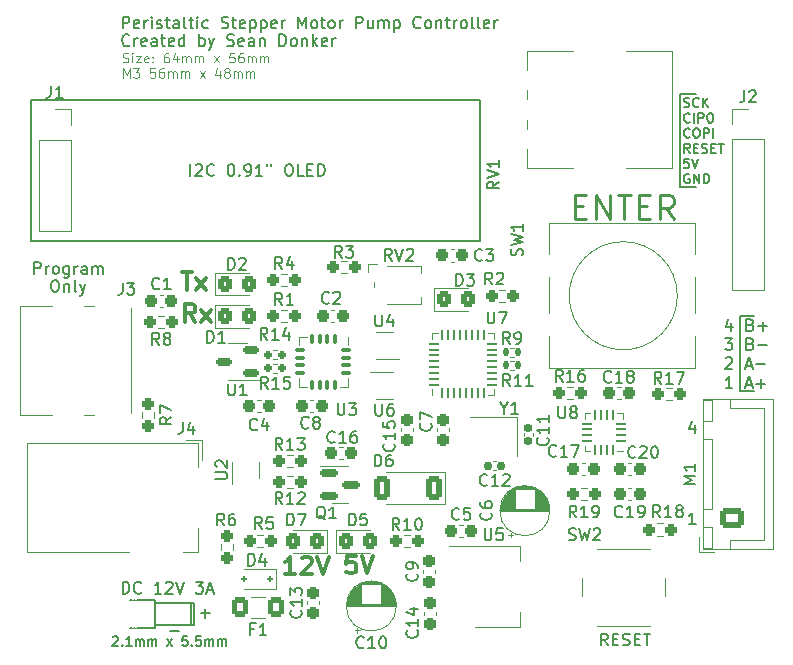
<source format=gto>
G04 #@! TF.GenerationSoftware,KiCad,Pcbnew,7.0.8*
G04 #@! TF.CreationDate,2023-12-30T22:15:46-05:00*
G04 #@! TF.ProjectId,Pump_Control_Board,50756d70-5f43-46f6-9e74-726f6c5f426f,rev?*
G04 #@! TF.SameCoordinates,Original*
G04 #@! TF.FileFunction,Legend,Top*
G04 #@! TF.FilePolarity,Positive*
%FSLAX46Y46*%
G04 Gerber Fmt 4.6, Leading zero omitted, Abs format (unit mm)*
G04 Created by KiCad (PCBNEW 7.0.8) date 2023-12-30 22:15:46*
%MOMM*%
%LPD*%
G01*
G04 APERTURE LIST*
G04 Aperture macros list*
%AMRoundRect*
0 Rectangle with rounded corners*
0 $1 Rounding radius*
0 $2 $3 $4 $5 $6 $7 $8 $9 X,Y pos of 4 corners*
0 Add a 4 corners polygon primitive as box body*
4,1,4,$2,$3,$4,$5,$6,$7,$8,$9,$2,$3,0*
0 Add four circle primitives for the rounded corners*
1,1,$1+$1,$2,$3*
1,1,$1+$1,$4,$5*
1,1,$1+$1,$6,$7*
1,1,$1+$1,$8,$9*
0 Add four rect primitives between the rounded corners*
20,1,$1+$1,$2,$3,$4,$5,0*
20,1,$1+$1,$4,$5,$6,$7,0*
20,1,$1+$1,$6,$7,$8,$9,0*
20,1,$1+$1,$8,$9,$2,$3,0*%
G04 Aperture macros list end*
%ADD10C,0.150000*%
%ADD11C,0.300000*%
%ADD12C,0.110000*%
%ADD13C,0.250000*%
%ADD14C,0.120000*%
%ADD15RoundRect,0.135000X-0.135000X-0.185000X0.135000X-0.185000X0.135000X0.185000X-0.135000X0.185000X0*%
%ADD16RoundRect,0.237500X-0.250000X-0.237500X0.250000X-0.237500X0.250000X0.237500X-0.250000X0.237500X0*%
%ADD17RoundRect,0.237500X-0.300000X-0.237500X0.300000X-0.237500X0.300000X0.237500X-0.300000X0.237500X0*%
%ADD18R,1.200000X1.200000*%
%ADD19C,1.200000*%
%ADD20C,2.000000*%
%ADD21RoundRect,0.250000X0.450000X0.800000X-0.450000X0.800000X-0.450000X-0.800000X0.450000X-0.800000X0*%
%ADD22RoundRect,0.237500X0.237500X-0.250000X0.237500X0.250000X-0.237500X0.250000X-0.237500X-0.250000X0*%
%ADD23RoundRect,0.075000X-0.075000X0.350000X-0.075000X-0.350000X0.075000X-0.350000X0.075000X0.350000X0*%
%ADD24RoundRect,0.075000X-0.350000X0.075000X-0.350000X-0.075000X0.350000X-0.075000X0.350000X0.075000X0*%
%ADD25R,2.100000X2.100000*%
%ADD26RoundRect,0.237500X-0.237500X0.300000X-0.237500X-0.300000X0.237500X-0.300000X0.237500X0.300000X0*%
%ADD27RoundRect,0.237500X0.300000X0.237500X-0.300000X0.237500X-0.300000X-0.237500X0.300000X-0.237500X0*%
%ADD28R,0.400000X0.650000*%
%ADD29RoundRect,0.250000X-0.325000X-0.450000X0.325000X-0.450000X0.325000X0.450000X-0.325000X0.450000X0*%
%ADD30RoundRect,0.237500X0.250000X0.237500X-0.250000X0.237500X-0.250000X-0.237500X0.250000X-0.237500X0*%
%ADD31R,0.650000X0.400000*%
%ADD32RoundRect,0.237500X0.237500X-0.300000X0.237500X0.300000X-0.237500X0.300000X-0.237500X-0.300000X0*%
%ADD33O,3.048000X1.850000*%
%ADD34R,2.000000X4.600000*%
%ADD35O,2.000000X4.200000*%
%ADD36O,4.200000X2.000000*%
%ADD37R,1.400000X1.200000*%
%ADD38RoundRect,0.250000X0.725000X-0.600000X0.725000X0.600000X-0.725000X0.600000X-0.725000X-0.600000X0*%
%ADD39O,1.950000X1.700000*%
%ADD40R,1.700000X1.700000*%
%ADD41O,1.700000X1.700000*%
%ADD42RoundRect,0.150000X-0.587500X-0.150000X0.587500X-0.150000X0.587500X0.150000X-0.587500X0.150000X0*%
%ADD43RoundRect,0.155000X-0.212500X-0.155000X0.212500X-0.155000X0.212500X0.155000X-0.212500X0.155000X0*%
%ADD44RoundRect,0.125000X0.125000X0.125000X-0.125000X0.125000X-0.125000X-0.125000X0.125000X-0.125000X0*%
%ADD45RoundRect,0.155000X0.155000X-0.212500X0.155000X0.212500X-0.155000X0.212500X-0.155000X-0.212500X0*%
%ADD46RoundRect,0.160000X-0.197500X-0.160000X0.197500X-0.160000X0.197500X0.160000X-0.197500X0.160000X0*%
%ADD47RoundRect,0.250001X0.462499X0.624999X-0.462499X0.624999X-0.462499X-0.624999X0.462499X-0.624999X0*%
%ADD48R,2.000000X1.500000*%
%ADD49R,2.000000X3.800000*%
%ADD50RoundRect,0.150000X0.512500X0.150000X-0.512500X0.150000X-0.512500X-0.150000X0.512500X-0.150000X0*%
%ADD51R,1.500000X1.600000*%
%ADD52C,3.600000*%
%ADD53C,5.700000*%
%ADD54RoundRect,0.062500X0.355000X0.062500X-0.355000X0.062500X-0.355000X-0.062500X0.355000X-0.062500X0*%
%ADD55RoundRect,0.062500X0.062500X0.355000X-0.062500X0.355000X-0.062500X-0.355000X0.062500X-0.355000X0*%
%ADD56R,1.680000X1.680000*%
%ADD57C,0.700000*%
%ADD58O,2.400000X0.900000*%
%ADD59O,1.700000X0.900000*%
%ADD60RoundRect,0.062500X0.062500X-0.375000X0.062500X0.375000X-0.062500X0.375000X-0.062500X-0.375000X0*%
%ADD61RoundRect,0.062500X0.375000X-0.062500X0.375000X0.062500X-0.375000X0.062500X-0.375000X-0.062500X0*%
%ADD62R,3.100000X3.100000*%
%ADD63C,4.000000*%
%ADD64C,1.800000*%
%ADD65RoundRect,0.237500X-0.237500X0.250000X-0.237500X-0.250000X0.237500X-0.250000X0.237500X0.250000X0*%
%ADD66RoundRect,0.250000X0.325000X0.450000X-0.325000X0.450000X-0.325000X-0.450000X0.325000X-0.450000X0*%
G04 APERTURE END LIST*
D10*
X123500000Y-52300000D02*
X124900000Y-52300000D01*
X123500000Y-44400000D02*
X123500000Y-52300000D01*
X124900000Y-44400000D02*
X123500000Y-44400000D01*
X123851064Y-45516200D02*
X123965350Y-45554295D01*
X123965350Y-45554295D02*
X124155826Y-45554295D01*
X124155826Y-45554295D02*
X124232017Y-45516200D01*
X124232017Y-45516200D02*
X124270112Y-45478104D01*
X124270112Y-45478104D02*
X124308207Y-45401914D01*
X124308207Y-45401914D02*
X124308207Y-45325723D01*
X124308207Y-45325723D02*
X124270112Y-45249533D01*
X124270112Y-45249533D02*
X124232017Y-45211438D01*
X124232017Y-45211438D02*
X124155826Y-45173342D01*
X124155826Y-45173342D02*
X124003445Y-45135247D01*
X124003445Y-45135247D02*
X123927255Y-45097152D01*
X123927255Y-45097152D02*
X123889160Y-45059057D01*
X123889160Y-45059057D02*
X123851064Y-44982866D01*
X123851064Y-44982866D02*
X123851064Y-44906676D01*
X123851064Y-44906676D02*
X123889160Y-44830485D01*
X123889160Y-44830485D02*
X123927255Y-44792390D01*
X123927255Y-44792390D02*
X124003445Y-44754295D01*
X124003445Y-44754295D02*
X124193922Y-44754295D01*
X124193922Y-44754295D02*
X124308207Y-44792390D01*
X125108208Y-45478104D02*
X125070112Y-45516200D01*
X125070112Y-45516200D02*
X124955827Y-45554295D01*
X124955827Y-45554295D02*
X124879636Y-45554295D01*
X124879636Y-45554295D02*
X124765350Y-45516200D01*
X124765350Y-45516200D02*
X124689160Y-45440009D01*
X124689160Y-45440009D02*
X124651065Y-45363819D01*
X124651065Y-45363819D02*
X124612969Y-45211438D01*
X124612969Y-45211438D02*
X124612969Y-45097152D01*
X124612969Y-45097152D02*
X124651065Y-44944771D01*
X124651065Y-44944771D02*
X124689160Y-44868580D01*
X124689160Y-44868580D02*
X124765350Y-44792390D01*
X124765350Y-44792390D02*
X124879636Y-44754295D01*
X124879636Y-44754295D02*
X124955827Y-44754295D01*
X124955827Y-44754295D02*
X125070112Y-44792390D01*
X125070112Y-44792390D02*
X125108208Y-44830485D01*
X125451065Y-45554295D02*
X125451065Y-44754295D01*
X125908208Y-45554295D02*
X125565350Y-45097152D01*
X125908208Y-44754295D02*
X125451065Y-45211438D01*
X124346303Y-46766104D02*
X124308207Y-46804200D01*
X124308207Y-46804200D02*
X124193922Y-46842295D01*
X124193922Y-46842295D02*
X124117731Y-46842295D01*
X124117731Y-46842295D02*
X124003445Y-46804200D01*
X124003445Y-46804200D02*
X123927255Y-46728009D01*
X123927255Y-46728009D02*
X123889160Y-46651819D01*
X123889160Y-46651819D02*
X123851064Y-46499438D01*
X123851064Y-46499438D02*
X123851064Y-46385152D01*
X123851064Y-46385152D02*
X123889160Y-46232771D01*
X123889160Y-46232771D02*
X123927255Y-46156580D01*
X123927255Y-46156580D02*
X124003445Y-46080390D01*
X124003445Y-46080390D02*
X124117731Y-46042295D01*
X124117731Y-46042295D02*
X124193922Y-46042295D01*
X124193922Y-46042295D02*
X124308207Y-46080390D01*
X124308207Y-46080390D02*
X124346303Y-46118485D01*
X124689160Y-46842295D02*
X124689160Y-46042295D01*
X125070112Y-46842295D02*
X125070112Y-46042295D01*
X125070112Y-46042295D02*
X125374874Y-46042295D01*
X125374874Y-46042295D02*
X125451064Y-46080390D01*
X125451064Y-46080390D02*
X125489159Y-46118485D01*
X125489159Y-46118485D02*
X125527255Y-46194676D01*
X125527255Y-46194676D02*
X125527255Y-46308961D01*
X125527255Y-46308961D02*
X125489159Y-46385152D01*
X125489159Y-46385152D02*
X125451064Y-46423247D01*
X125451064Y-46423247D02*
X125374874Y-46461342D01*
X125374874Y-46461342D02*
X125070112Y-46461342D01*
X126022493Y-46042295D02*
X126174874Y-46042295D01*
X126174874Y-46042295D02*
X126251064Y-46080390D01*
X126251064Y-46080390D02*
X126327255Y-46156580D01*
X126327255Y-46156580D02*
X126365350Y-46308961D01*
X126365350Y-46308961D02*
X126365350Y-46575628D01*
X126365350Y-46575628D02*
X126327255Y-46728009D01*
X126327255Y-46728009D02*
X126251064Y-46804200D01*
X126251064Y-46804200D02*
X126174874Y-46842295D01*
X126174874Y-46842295D02*
X126022493Y-46842295D01*
X126022493Y-46842295D02*
X125946302Y-46804200D01*
X125946302Y-46804200D02*
X125870112Y-46728009D01*
X125870112Y-46728009D02*
X125832016Y-46575628D01*
X125832016Y-46575628D02*
X125832016Y-46308961D01*
X125832016Y-46308961D02*
X125870112Y-46156580D01*
X125870112Y-46156580D02*
X125946302Y-46080390D01*
X125946302Y-46080390D02*
X126022493Y-46042295D01*
X124346303Y-48054104D02*
X124308207Y-48092200D01*
X124308207Y-48092200D02*
X124193922Y-48130295D01*
X124193922Y-48130295D02*
X124117731Y-48130295D01*
X124117731Y-48130295D02*
X124003445Y-48092200D01*
X124003445Y-48092200D02*
X123927255Y-48016009D01*
X123927255Y-48016009D02*
X123889160Y-47939819D01*
X123889160Y-47939819D02*
X123851064Y-47787438D01*
X123851064Y-47787438D02*
X123851064Y-47673152D01*
X123851064Y-47673152D02*
X123889160Y-47520771D01*
X123889160Y-47520771D02*
X123927255Y-47444580D01*
X123927255Y-47444580D02*
X124003445Y-47368390D01*
X124003445Y-47368390D02*
X124117731Y-47330295D01*
X124117731Y-47330295D02*
X124193922Y-47330295D01*
X124193922Y-47330295D02*
X124308207Y-47368390D01*
X124308207Y-47368390D02*
X124346303Y-47406485D01*
X124841541Y-47330295D02*
X124993922Y-47330295D01*
X124993922Y-47330295D02*
X125070112Y-47368390D01*
X125070112Y-47368390D02*
X125146303Y-47444580D01*
X125146303Y-47444580D02*
X125184398Y-47596961D01*
X125184398Y-47596961D02*
X125184398Y-47863628D01*
X125184398Y-47863628D02*
X125146303Y-48016009D01*
X125146303Y-48016009D02*
X125070112Y-48092200D01*
X125070112Y-48092200D02*
X124993922Y-48130295D01*
X124993922Y-48130295D02*
X124841541Y-48130295D01*
X124841541Y-48130295D02*
X124765350Y-48092200D01*
X124765350Y-48092200D02*
X124689160Y-48016009D01*
X124689160Y-48016009D02*
X124651064Y-47863628D01*
X124651064Y-47863628D02*
X124651064Y-47596961D01*
X124651064Y-47596961D02*
X124689160Y-47444580D01*
X124689160Y-47444580D02*
X124765350Y-47368390D01*
X124765350Y-47368390D02*
X124841541Y-47330295D01*
X125527255Y-48130295D02*
X125527255Y-47330295D01*
X125527255Y-47330295D02*
X125832017Y-47330295D01*
X125832017Y-47330295D02*
X125908207Y-47368390D01*
X125908207Y-47368390D02*
X125946302Y-47406485D01*
X125946302Y-47406485D02*
X125984398Y-47482676D01*
X125984398Y-47482676D02*
X125984398Y-47596961D01*
X125984398Y-47596961D02*
X125946302Y-47673152D01*
X125946302Y-47673152D02*
X125908207Y-47711247D01*
X125908207Y-47711247D02*
X125832017Y-47749342D01*
X125832017Y-47749342D02*
X125527255Y-47749342D01*
X126327255Y-48130295D02*
X126327255Y-47330295D01*
X124346303Y-49418295D02*
X124079636Y-49037342D01*
X123889160Y-49418295D02*
X123889160Y-48618295D01*
X123889160Y-48618295D02*
X124193922Y-48618295D01*
X124193922Y-48618295D02*
X124270112Y-48656390D01*
X124270112Y-48656390D02*
X124308207Y-48694485D01*
X124308207Y-48694485D02*
X124346303Y-48770676D01*
X124346303Y-48770676D02*
X124346303Y-48884961D01*
X124346303Y-48884961D02*
X124308207Y-48961152D01*
X124308207Y-48961152D02*
X124270112Y-48999247D01*
X124270112Y-48999247D02*
X124193922Y-49037342D01*
X124193922Y-49037342D02*
X123889160Y-49037342D01*
X124689160Y-48999247D02*
X124955826Y-48999247D01*
X125070112Y-49418295D02*
X124689160Y-49418295D01*
X124689160Y-49418295D02*
X124689160Y-48618295D01*
X124689160Y-48618295D02*
X125070112Y-48618295D01*
X125374874Y-49380200D02*
X125489160Y-49418295D01*
X125489160Y-49418295D02*
X125679636Y-49418295D01*
X125679636Y-49418295D02*
X125755827Y-49380200D01*
X125755827Y-49380200D02*
X125793922Y-49342104D01*
X125793922Y-49342104D02*
X125832017Y-49265914D01*
X125832017Y-49265914D02*
X125832017Y-49189723D01*
X125832017Y-49189723D02*
X125793922Y-49113533D01*
X125793922Y-49113533D02*
X125755827Y-49075438D01*
X125755827Y-49075438D02*
X125679636Y-49037342D01*
X125679636Y-49037342D02*
X125527255Y-48999247D01*
X125527255Y-48999247D02*
X125451065Y-48961152D01*
X125451065Y-48961152D02*
X125412970Y-48923057D01*
X125412970Y-48923057D02*
X125374874Y-48846866D01*
X125374874Y-48846866D02*
X125374874Y-48770676D01*
X125374874Y-48770676D02*
X125412970Y-48694485D01*
X125412970Y-48694485D02*
X125451065Y-48656390D01*
X125451065Y-48656390D02*
X125527255Y-48618295D01*
X125527255Y-48618295D02*
X125717732Y-48618295D01*
X125717732Y-48618295D02*
X125832017Y-48656390D01*
X126174875Y-48999247D02*
X126441541Y-48999247D01*
X126555827Y-49418295D02*
X126174875Y-49418295D01*
X126174875Y-49418295D02*
X126174875Y-48618295D01*
X126174875Y-48618295D02*
X126555827Y-48618295D01*
X126784399Y-48618295D02*
X127241542Y-48618295D01*
X127012970Y-49418295D02*
X127012970Y-48618295D01*
X124270112Y-49906295D02*
X123889160Y-49906295D01*
X123889160Y-49906295D02*
X123851064Y-50287247D01*
X123851064Y-50287247D02*
X123889160Y-50249152D01*
X123889160Y-50249152D02*
X123965350Y-50211057D01*
X123965350Y-50211057D02*
X124155826Y-50211057D01*
X124155826Y-50211057D02*
X124232017Y-50249152D01*
X124232017Y-50249152D02*
X124270112Y-50287247D01*
X124270112Y-50287247D02*
X124308207Y-50363438D01*
X124308207Y-50363438D02*
X124308207Y-50553914D01*
X124308207Y-50553914D02*
X124270112Y-50630104D01*
X124270112Y-50630104D02*
X124232017Y-50668200D01*
X124232017Y-50668200D02*
X124155826Y-50706295D01*
X124155826Y-50706295D02*
X123965350Y-50706295D01*
X123965350Y-50706295D02*
X123889160Y-50668200D01*
X123889160Y-50668200D02*
X123851064Y-50630104D01*
X124536779Y-49906295D02*
X124803446Y-50706295D01*
X124803446Y-50706295D02*
X125070112Y-49906295D01*
X124308207Y-51232390D02*
X124232017Y-51194295D01*
X124232017Y-51194295D02*
X124117731Y-51194295D01*
X124117731Y-51194295D02*
X124003445Y-51232390D01*
X124003445Y-51232390D02*
X123927255Y-51308580D01*
X123927255Y-51308580D02*
X123889160Y-51384771D01*
X123889160Y-51384771D02*
X123851064Y-51537152D01*
X123851064Y-51537152D02*
X123851064Y-51651438D01*
X123851064Y-51651438D02*
X123889160Y-51803819D01*
X123889160Y-51803819D02*
X123927255Y-51880009D01*
X123927255Y-51880009D02*
X124003445Y-51956200D01*
X124003445Y-51956200D02*
X124117731Y-51994295D01*
X124117731Y-51994295D02*
X124193922Y-51994295D01*
X124193922Y-51994295D02*
X124308207Y-51956200D01*
X124308207Y-51956200D02*
X124346303Y-51918104D01*
X124346303Y-51918104D02*
X124346303Y-51651438D01*
X124346303Y-51651438D02*
X124193922Y-51651438D01*
X124689160Y-51994295D02*
X124689160Y-51194295D01*
X124689160Y-51194295D02*
X125146303Y-51994295D01*
X125146303Y-51994295D02*
X125146303Y-51194295D01*
X125527255Y-51994295D02*
X125527255Y-51194295D01*
X125527255Y-51194295D02*
X125717731Y-51194295D01*
X125717731Y-51194295D02*
X125832017Y-51232390D01*
X125832017Y-51232390D02*
X125908207Y-51308580D01*
X125908207Y-51308580D02*
X125946302Y-51384771D01*
X125946302Y-51384771D02*
X125984398Y-51537152D01*
X125984398Y-51537152D02*
X125984398Y-51651438D01*
X125984398Y-51651438D02*
X125946302Y-51803819D01*
X125946302Y-51803819D02*
X125908207Y-51880009D01*
X125908207Y-51880009D02*
X125832017Y-51956200D01*
X125832017Y-51956200D02*
X125717731Y-51994295D01*
X125717731Y-51994295D02*
X125527255Y-51994295D01*
X79100000Y-87300000D02*
X79100000Y-89600000D01*
X128600000Y-63500000D02*
X128600000Y-63200000D01*
X79100000Y-87300000D02*
X77600000Y-87300000D01*
X82400000Y-89400000D02*
X79100000Y-89400000D01*
X68600000Y-44899000D02*
X106600000Y-44899000D01*
X106600000Y-56899000D01*
X68600000Y-56899000D01*
X68600000Y-44899000D01*
X77400000Y-87300000D02*
X77300000Y-87300000D01*
X128600000Y-69500000D02*
X128600000Y-69600000D01*
X128600000Y-69500000D02*
X128600000Y-63500000D01*
X128600000Y-63200000D02*
X129800000Y-63200000D01*
X82100000Y-87500000D02*
X82100000Y-89400000D01*
X77100000Y-87300000D02*
X77000000Y-87300000D01*
X77400000Y-89600000D02*
X77300000Y-89600000D01*
X79100000Y-87500000D02*
X82400000Y-87500000D01*
X128600000Y-69600000D02*
X129800000Y-69600000D01*
X79100000Y-89600000D02*
X77600000Y-89600000D01*
X82400000Y-87500000D02*
X82400000Y-89400000D01*
X77100000Y-89600000D02*
X77000000Y-89600000D01*
X68836779Y-59669819D02*
X68836779Y-58669819D01*
X68836779Y-58669819D02*
X69217731Y-58669819D01*
X69217731Y-58669819D02*
X69312969Y-58717438D01*
X69312969Y-58717438D02*
X69360588Y-58765057D01*
X69360588Y-58765057D02*
X69408207Y-58860295D01*
X69408207Y-58860295D02*
X69408207Y-59003152D01*
X69408207Y-59003152D02*
X69360588Y-59098390D01*
X69360588Y-59098390D02*
X69312969Y-59146009D01*
X69312969Y-59146009D02*
X69217731Y-59193628D01*
X69217731Y-59193628D02*
X68836779Y-59193628D01*
X69836779Y-59669819D02*
X69836779Y-59003152D01*
X69836779Y-59193628D02*
X69884398Y-59098390D01*
X69884398Y-59098390D02*
X69932017Y-59050771D01*
X69932017Y-59050771D02*
X70027255Y-59003152D01*
X70027255Y-59003152D02*
X70122493Y-59003152D01*
X70598684Y-59669819D02*
X70503446Y-59622200D01*
X70503446Y-59622200D02*
X70455827Y-59574580D01*
X70455827Y-59574580D02*
X70408208Y-59479342D01*
X70408208Y-59479342D02*
X70408208Y-59193628D01*
X70408208Y-59193628D02*
X70455827Y-59098390D01*
X70455827Y-59098390D02*
X70503446Y-59050771D01*
X70503446Y-59050771D02*
X70598684Y-59003152D01*
X70598684Y-59003152D02*
X70741541Y-59003152D01*
X70741541Y-59003152D02*
X70836779Y-59050771D01*
X70836779Y-59050771D02*
X70884398Y-59098390D01*
X70884398Y-59098390D02*
X70932017Y-59193628D01*
X70932017Y-59193628D02*
X70932017Y-59479342D01*
X70932017Y-59479342D02*
X70884398Y-59574580D01*
X70884398Y-59574580D02*
X70836779Y-59622200D01*
X70836779Y-59622200D02*
X70741541Y-59669819D01*
X70741541Y-59669819D02*
X70598684Y-59669819D01*
X71789160Y-59003152D02*
X71789160Y-59812676D01*
X71789160Y-59812676D02*
X71741541Y-59907914D01*
X71741541Y-59907914D02*
X71693922Y-59955533D01*
X71693922Y-59955533D02*
X71598684Y-60003152D01*
X71598684Y-60003152D02*
X71455827Y-60003152D01*
X71455827Y-60003152D02*
X71360589Y-59955533D01*
X71789160Y-59622200D02*
X71693922Y-59669819D01*
X71693922Y-59669819D02*
X71503446Y-59669819D01*
X71503446Y-59669819D02*
X71408208Y-59622200D01*
X71408208Y-59622200D02*
X71360589Y-59574580D01*
X71360589Y-59574580D02*
X71312970Y-59479342D01*
X71312970Y-59479342D02*
X71312970Y-59193628D01*
X71312970Y-59193628D02*
X71360589Y-59098390D01*
X71360589Y-59098390D02*
X71408208Y-59050771D01*
X71408208Y-59050771D02*
X71503446Y-59003152D01*
X71503446Y-59003152D02*
X71693922Y-59003152D01*
X71693922Y-59003152D02*
X71789160Y-59050771D01*
X72265351Y-59669819D02*
X72265351Y-59003152D01*
X72265351Y-59193628D02*
X72312970Y-59098390D01*
X72312970Y-59098390D02*
X72360589Y-59050771D01*
X72360589Y-59050771D02*
X72455827Y-59003152D01*
X72455827Y-59003152D02*
X72551065Y-59003152D01*
X73312970Y-59669819D02*
X73312970Y-59146009D01*
X73312970Y-59146009D02*
X73265351Y-59050771D01*
X73265351Y-59050771D02*
X73170113Y-59003152D01*
X73170113Y-59003152D02*
X72979637Y-59003152D01*
X72979637Y-59003152D02*
X72884399Y-59050771D01*
X73312970Y-59622200D02*
X73217732Y-59669819D01*
X73217732Y-59669819D02*
X72979637Y-59669819D01*
X72979637Y-59669819D02*
X72884399Y-59622200D01*
X72884399Y-59622200D02*
X72836780Y-59526961D01*
X72836780Y-59526961D02*
X72836780Y-59431723D01*
X72836780Y-59431723D02*
X72884399Y-59336485D01*
X72884399Y-59336485D02*
X72979637Y-59288866D01*
X72979637Y-59288866D02*
X73217732Y-59288866D01*
X73217732Y-59288866D02*
X73312970Y-59241247D01*
X73789161Y-59669819D02*
X73789161Y-59003152D01*
X73789161Y-59098390D02*
X73836780Y-59050771D01*
X73836780Y-59050771D02*
X73932018Y-59003152D01*
X73932018Y-59003152D02*
X74074875Y-59003152D01*
X74074875Y-59003152D02*
X74170113Y-59050771D01*
X74170113Y-59050771D02*
X74217732Y-59146009D01*
X74217732Y-59146009D02*
X74217732Y-59669819D01*
X74217732Y-59146009D02*
X74265351Y-59050771D01*
X74265351Y-59050771D02*
X74360589Y-59003152D01*
X74360589Y-59003152D02*
X74503446Y-59003152D01*
X74503446Y-59003152D02*
X74598685Y-59050771D01*
X74598685Y-59050771D02*
X74646304Y-59146009D01*
X74646304Y-59146009D02*
X74646304Y-59669819D01*
D11*
X81366225Y-59514828D02*
X82223368Y-59514828D01*
X81794796Y-61014828D02*
X81794796Y-59514828D01*
X82580510Y-61014828D02*
X83366225Y-60014828D01*
X82580510Y-60014828D02*
X83366225Y-61014828D01*
D10*
X117408207Y-91119819D02*
X117074874Y-90643628D01*
X116836779Y-91119819D02*
X116836779Y-90119819D01*
X116836779Y-90119819D02*
X117217731Y-90119819D01*
X117217731Y-90119819D02*
X117312969Y-90167438D01*
X117312969Y-90167438D02*
X117360588Y-90215057D01*
X117360588Y-90215057D02*
X117408207Y-90310295D01*
X117408207Y-90310295D02*
X117408207Y-90453152D01*
X117408207Y-90453152D02*
X117360588Y-90548390D01*
X117360588Y-90548390D02*
X117312969Y-90596009D01*
X117312969Y-90596009D02*
X117217731Y-90643628D01*
X117217731Y-90643628D02*
X116836779Y-90643628D01*
X117836779Y-90596009D02*
X118170112Y-90596009D01*
X118312969Y-91119819D02*
X117836779Y-91119819D01*
X117836779Y-91119819D02*
X117836779Y-90119819D01*
X117836779Y-90119819D02*
X118312969Y-90119819D01*
X118693922Y-91072200D02*
X118836779Y-91119819D01*
X118836779Y-91119819D02*
X119074874Y-91119819D01*
X119074874Y-91119819D02*
X119170112Y-91072200D01*
X119170112Y-91072200D02*
X119217731Y-91024580D01*
X119217731Y-91024580D02*
X119265350Y-90929342D01*
X119265350Y-90929342D02*
X119265350Y-90834104D01*
X119265350Y-90834104D02*
X119217731Y-90738866D01*
X119217731Y-90738866D02*
X119170112Y-90691247D01*
X119170112Y-90691247D02*
X119074874Y-90643628D01*
X119074874Y-90643628D02*
X118884398Y-90596009D01*
X118884398Y-90596009D02*
X118789160Y-90548390D01*
X118789160Y-90548390D02*
X118741541Y-90500771D01*
X118741541Y-90500771D02*
X118693922Y-90405533D01*
X118693922Y-90405533D02*
X118693922Y-90310295D01*
X118693922Y-90310295D02*
X118741541Y-90215057D01*
X118741541Y-90215057D02*
X118789160Y-90167438D01*
X118789160Y-90167438D02*
X118884398Y-90119819D01*
X118884398Y-90119819D02*
X119122493Y-90119819D01*
X119122493Y-90119819D02*
X119265350Y-90167438D01*
X119693922Y-90596009D02*
X120027255Y-90596009D01*
X120170112Y-91119819D02*
X119693922Y-91119819D01*
X119693922Y-91119819D02*
X119693922Y-90119819D01*
X119693922Y-90119819D02*
X120170112Y-90119819D01*
X120455827Y-90119819D02*
X121027255Y-90119819D01*
X120741541Y-91119819D02*
X120741541Y-90119819D01*
X124860588Y-80869819D02*
X124289160Y-80869819D01*
X124574874Y-80869819D02*
X124574874Y-79869819D01*
X124574874Y-79869819D02*
X124479636Y-80012676D01*
X124479636Y-80012676D02*
X124384398Y-80107914D01*
X124384398Y-80107914D02*
X124289160Y-80155533D01*
X70527255Y-60169819D02*
X70717731Y-60169819D01*
X70717731Y-60169819D02*
X70812969Y-60217438D01*
X70812969Y-60217438D02*
X70908207Y-60312676D01*
X70908207Y-60312676D02*
X70955826Y-60503152D01*
X70955826Y-60503152D02*
X70955826Y-60836485D01*
X70955826Y-60836485D02*
X70908207Y-61026961D01*
X70908207Y-61026961D02*
X70812969Y-61122200D01*
X70812969Y-61122200D02*
X70717731Y-61169819D01*
X70717731Y-61169819D02*
X70527255Y-61169819D01*
X70527255Y-61169819D02*
X70432017Y-61122200D01*
X70432017Y-61122200D02*
X70336779Y-61026961D01*
X70336779Y-61026961D02*
X70289160Y-60836485D01*
X70289160Y-60836485D02*
X70289160Y-60503152D01*
X70289160Y-60503152D02*
X70336779Y-60312676D01*
X70336779Y-60312676D02*
X70432017Y-60217438D01*
X70432017Y-60217438D02*
X70527255Y-60169819D01*
X71384398Y-60503152D02*
X71384398Y-61169819D01*
X71384398Y-60598390D02*
X71432017Y-60550771D01*
X71432017Y-60550771D02*
X71527255Y-60503152D01*
X71527255Y-60503152D02*
X71670112Y-60503152D01*
X71670112Y-60503152D02*
X71765350Y-60550771D01*
X71765350Y-60550771D02*
X71812969Y-60646009D01*
X71812969Y-60646009D02*
X71812969Y-61169819D01*
X72432017Y-61169819D02*
X72336779Y-61122200D01*
X72336779Y-61122200D02*
X72289160Y-61026961D01*
X72289160Y-61026961D02*
X72289160Y-60169819D01*
X72717732Y-60503152D02*
X72955827Y-61169819D01*
X73193922Y-60503152D02*
X72955827Y-61169819D01*
X72955827Y-61169819D02*
X72860589Y-61407914D01*
X72860589Y-61407914D02*
X72812970Y-61455533D01*
X72812970Y-61455533D02*
X72717732Y-61503152D01*
D11*
X96068796Y-83500828D02*
X95354510Y-83500828D01*
X95354510Y-83500828D02*
X95283082Y-84215114D01*
X95283082Y-84215114D02*
X95354510Y-84143685D01*
X95354510Y-84143685D02*
X95497368Y-84072257D01*
X95497368Y-84072257D02*
X95854510Y-84072257D01*
X95854510Y-84072257D02*
X95997368Y-84143685D01*
X95997368Y-84143685D02*
X96068796Y-84215114D01*
X96068796Y-84215114D02*
X96140225Y-84357971D01*
X96140225Y-84357971D02*
X96140225Y-84715114D01*
X96140225Y-84715114D02*
X96068796Y-84857971D01*
X96068796Y-84857971D02*
X95997368Y-84929400D01*
X95997368Y-84929400D02*
X95854510Y-85000828D01*
X95854510Y-85000828D02*
X95497368Y-85000828D01*
X95497368Y-85000828D02*
X95354510Y-84929400D01*
X95354510Y-84929400D02*
X95283082Y-84857971D01*
X96568796Y-83500828D02*
X97068796Y-85000828D01*
X97068796Y-85000828D02*
X97568796Y-83500828D01*
D10*
X124765350Y-72453152D02*
X124765350Y-73119819D01*
X124527255Y-72072200D02*
X124289160Y-72786485D01*
X124289160Y-72786485D02*
X124908207Y-72786485D01*
X76908207Y-40274580D02*
X76860588Y-40322200D01*
X76860588Y-40322200D02*
X76717731Y-40369819D01*
X76717731Y-40369819D02*
X76622493Y-40369819D01*
X76622493Y-40369819D02*
X76479636Y-40322200D01*
X76479636Y-40322200D02*
X76384398Y-40226961D01*
X76384398Y-40226961D02*
X76336779Y-40131723D01*
X76336779Y-40131723D02*
X76289160Y-39941247D01*
X76289160Y-39941247D02*
X76289160Y-39798390D01*
X76289160Y-39798390D02*
X76336779Y-39607914D01*
X76336779Y-39607914D02*
X76384398Y-39512676D01*
X76384398Y-39512676D02*
X76479636Y-39417438D01*
X76479636Y-39417438D02*
X76622493Y-39369819D01*
X76622493Y-39369819D02*
X76717731Y-39369819D01*
X76717731Y-39369819D02*
X76860588Y-39417438D01*
X76860588Y-39417438D02*
X76908207Y-39465057D01*
X77336779Y-40369819D02*
X77336779Y-39703152D01*
X77336779Y-39893628D02*
X77384398Y-39798390D01*
X77384398Y-39798390D02*
X77432017Y-39750771D01*
X77432017Y-39750771D02*
X77527255Y-39703152D01*
X77527255Y-39703152D02*
X77622493Y-39703152D01*
X78336779Y-40322200D02*
X78241541Y-40369819D01*
X78241541Y-40369819D02*
X78051065Y-40369819D01*
X78051065Y-40369819D02*
X77955827Y-40322200D01*
X77955827Y-40322200D02*
X77908208Y-40226961D01*
X77908208Y-40226961D02*
X77908208Y-39846009D01*
X77908208Y-39846009D02*
X77955827Y-39750771D01*
X77955827Y-39750771D02*
X78051065Y-39703152D01*
X78051065Y-39703152D02*
X78241541Y-39703152D01*
X78241541Y-39703152D02*
X78336779Y-39750771D01*
X78336779Y-39750771D02*
X78384398Y-39846009D01*
X78384398Y-39846009D02*
X78384398Y-39941247D01*
X78384398Y-39941247D02*
X77908208Y-40036485D01*
X79241541Y-40369819D02*
X79241541Y-39846009D01*
X79241541Y-39846009D02*
X79193922Y-39750771D01*
X79193922Y-39750771D02*
X79098684Y-39703152D01*
X79098684Y-39703152D02*
X78908208Y-39703152D01*
X78908208Y-39703152D02*
X78812970Y-39750771D01*
X79241541Y-40322200D02*
X79146303Y-40369819D01*
X79146303Y-40369819D02*
X78908208Y-40369819D01*
X78908208Y-40369819D02*
X78812970Y-40322200D01*
X78812970Y-40322200D02*
X78765351Y-40226961D01*
X78765351Y-40226961D02*
X78765351Y-40131723D01*
X78765351Y-40131723D02*
X78812970Y-40036485D01*
X78812970Y-40036485D02*
X78908208Y-39988866D01*
X78908208Y-39988866D02*
X79146303Y-39988866D01*
X79146303Y-39988866D02*
X79241541Y-39941247D01*
X79574875Y-39703152D02*
X79955827Y-39703152D01*
X79717732Y-39369819D02*
X79717732Y-40226961D01*
X79717732Y-40226961D02*
X79765351Y-40322200D01*
X79765351Y-40322200D02*
X79860589Y-40369819D01*
X79860589Y-40369819D02*
X79955827Y-40369819D01*
X80670113Y-40322200D02*
X80574875Y-40369819D01*
X80574875Y-40369819D02*
X80384399Y-40369819D01*
X80384399Y-40369819D02*
X80289161Y-40322200D01*
X80289161Y-40322200D02*
X80241542Y-40226961D01*
X80241542Y-40226961D02*
X80241542Y-39846009D01*
X80241542Y-39846009D02*
X80289161Y-39750771D01*
X80289161Y-39750771D02*
X80384399Y-39703152D01*
X80384399Y-39703152D02*
X80574875Y-39703152D01*
X80574875Y-39703152D02*
X80670113Y-39750771D01*
X80670113Y-39750771D02*
X80717732Y-39846009D01*
X80717732Y-39846009D02*
X80717732Y-39941247D01*
X80717732Y-39941247D02*
X80241542Y-40036485D01*
X81574875Y-40369819D02*
X81574875Y-39369819D01*
X81574875Y-40322200D02*
X81479637Y-40369819D01*
X81479637Y-40369819D02*
X81289161Y-40369819D01*
X81289161Y-40369819D02*
X81193923Y-40322200D01*
X81193923Y-40322200D02*
X81146304Y-40274580D01*
X81146304Y-40274580D02*
X81098685Y-40179342D01*
X81098685Y-40179342D02*
X81098685Y-39893628D01*
X81098685Y-39893628D02*
X81146304Y-39798390D01*
X81146304Y-39798390D02*
X81193923Y-39750771D01*
X81193923Y-39750771D02*
X81289161Y-39703152D01*
X81289161Y-39703152D02*
X81479637Y-39703152D01*
X81479637Y-39703152D02*
X81574875Y-39750771D01*
X82812971Y-40369819D02*
X82812971Y-39369819D01*
X82812971Y-39750771D02*
X82908209Y-39703152D01*
X82908209Y-39703152D02*
X83098685Y-39703152D01*
X83098685Y-39703152D02*
X83193923Y-39750771D01*
X83193923Y-39750771D02*
X83241542Y-39798390D01*
X83241542Y-39798390D02*
X83289161Y-39893628D01*
X83289161Y-39893628D02*
X83289161Y-40179342D01*
X83289161Y-40179342D02*
X83241542Y-40274580D01*
X83241542Y-40274580D02*
X83193923Y-40322200D01*
X83193923Y-40322200D02*
X83098685Y-40369819D01*
X83098685Y-40369819D02*
X82908209Y-40369819D01*
X82908209Y-40369819D02*
X82812971Y-40322200D01*
X83622495Y-39703152D02*
X83860590Y-40369819D01*
X84098685Y-39703152D02*
X83860590Y-40369819D01*
X83860590Y-40369819D02*
X83765352Y-40607914D01*
X83765352Y-40607914D02*
X83717733Y-40655533D01*
X83717733Y-40655533D02*
X83622495Y-40703152D01*
X85193924Y-40322200D02*
X85336781Y-40369819D01*
X85336781Y-40369819D02*
X85574876Y-40369819D01*
X85574876Y-40369819D02*
X85670114Y-40322200D01*
X85670114Y-40322200D02*
X85717733Y-40274580D01*
X85717733Y-40274580D02*
X85765352Y-40179342D01*
X85765352Y-40179342D02*
X85765352Y-40084104D01*
X85765352Y-40084104D02*
X85717733Y-39988866D01*
X85717733Y-39988866D02*
X85670114Y-39941247D01*
X85670114Y-39941247D02*
X85574876Y-39893628D01*
X85574876Y-39893628D02*
X85384400Y-39846009D01*
X85384400Y-39846009D02*
X85289162Y-39798390D01*
X85289162Y-39798390D02*
X85241543Y-39750771D01*
X85241543Y-39750771D02*
X85193924Y-39655533D01*
X85193924Y-39655533D02*
X85193924Y-39560295D01*
X85193924Y-39560295D02*
X85241543Y-39465057D01*
X85241543Y-39465057D02*
X85289162Y-39417438D01*
X85289162Y-39417438D02*
X85384400Y-39369819D01*
X85384400Y-39369819D02*
X85622495Y-39369819D01*
X85622495Y-39369819D02*
X85765352Y-39417438D01*
X86574876Y-40322200D02*
X86479638Y-40369819D01*
X86479638Y-40369819D02*
X86289162Y-40369819D01*
X86289162Y-40369819D02*
X86193924Y-40322200D01*
X86193924Y-40322200D02*
X86146305Y-40226961D01*
X86146305Y-40226961D02*
X86146305Y-39846009D01*
X86146305Y-39846009D02*
X86193924Y-39750771D01*
X86193924Y-39750771D02*
X86289162Y-39703152D01*
X86289162Y-39703152D02*
X86479638Y-39703152D01*
X86479638Y-39703152D02*
X86574876Y-39750771D01*
X86574876Y-39750771D02*
X86622495Y-39846009D01*
X86622495Y-39846009D02*
X86622495Y-39941247D01*
X86622495Y-39941247D02*
X86146305Y-40036485D01*
X87479638Y-40369819D02*
X87479638Y-39846009D01*
X87479638Y-39846009D02*
X87432019Y-39750771D01*
X87432019Y-39750771D02*
X87336781Y-39703152D01*
X87336781Y-39703152D02*
X87146305Y-39703152D01*
X87146305Y-39703152D02*
X87051067Y-39750771D01*
X87479638Y-40322200D02*
X87384400Y-40369819D01*
X87384400Y-40369819D02*
X87146305Y-40369819D01*
X87146305Y-40369819D02*
X87051067Y-40322200D01*
X87051067Y-40322200D02*
X87003448Y-40226961D01*
X87003448Y-40226961D02*
X87003448Y-40131723D01*
X87003448Y-40131723D02*
X87051067Y-40036485D01*
X87051067Y-40036485D02*
X87146305Y-39988866D01*
X87146305Y-39988866D02*
X87384400Y-39988866D01*
X87384400Y-39988866D02*
X87479638Y-39941247D01*
X87955829Y-39703152D02*
X87955829Y-40369819D01*
X87955829Y-39798390D02*
X88003448Y-39750771D01*
X88003448Y-39750771D02*
X88098686Y-39703152D01*
X88098686Y-39703152D02*
X88241543Y-39703152D01*
X88241543Y-39703152D02*
X88336781Y-39750771D01*
X88336781Y-39750771D02*
X88384400Y-39846009D01*
X88384400Y-39846009D02*
X88384400Y-40369819D01*
X89622496Y-40369819D02*
X89622496Y-39369819D01*
X89622496Y-39369819D02*
X89860591Y-39369819D01*
X89860591Y-39369819D02*
X90003448Y-39417438D01*
X90003448Y-39417438D02*
X90098686Y-39512676D01*
X90098686Y-39512676D02*
X90146305Y-39607914D01*
X90146305Y-39607914D02*
X90193924Y-39798390D01*
X90193924Y-39798390D02*
X90193924Y-39941247D01*
X90193924Y-39941247D02*
X90146305Y-40131723D01*
X90146305Y-40131723D02*
X90098686Y-40226961D01*
X90098686Y-40226961D02*
X90003448Y-40322200D01*
X90003448Y-40322200D02*
X89860591Y-40369819D01*
X89860591Y-40369819D02*
X89622496Y-40369819D01*
X90765353Y-40369819D02*
X90670115Y-40322200D01*
X90670115Y-40322200D02*
X90622496Y-40274580D01*
X90622496Y-40274580D02*
X90574877Y-40179342D01*
X90574877Y-40179342D02*
X90574877Y-39893628D01*
X90574877Y-39893628D02*
X90622496Y-39798390D01*
X90622496Y-39798390D02*
X90670115Y-39750771D01*
X90670115Y-39750771D02*
X90765353Y-39703152D01*
X90765353Y-39703152D02*
X90908210Y-39703152D01*
X90908210Y-39703152D02*
X91003448Y-39750771D01*
X91003448Y-39750771D02*
X91051067Y-39798390D01*
X91051067Y-39798390D02*
X91098686Y-39893628D01*
X91098686Y-39893628D02*
X91098686Y-40179342D01*
X91098686Y-40179342D02*
X91051067Y-40274580D01*
X91051067Y-40274580D02*
X91003448Y-40322200D01*
X91003448Y-40322200D02*
X90908210Y-40369819D01*
X90908210Y-40369819D02*
X90765353Y-40369819D01*
X91527258Y-39703152D02*
X91527258Y-40369819D01*
X91527258Y-39798390D02*
X91574877Y-39750771D01*
X91574877Y-39750771D02*
X91670115Y-39703152D01*
X91670115Y-39703152D02*
X91812972Y-39703152D01*
X91812972Y-39703152D02*
X91908210Y-39750771D01*
X91908210Y-39750771D02*
X91955829Y-39846009D01*
X91955829Y-39846009D02*
X91955829Y-40369819D01*
X92432020Y-40369819D02*
X92432020Y-39369819D01*
X92527258Y-39988866D02*
X92812972Y-40369819D01*
X92812972Y-39703152D02*
X92432020Y-40084104D01*
X93622496Y-40322200D02*
X93527258Y-40369819D01*
X93527258Y-40369819D02*
X93336782Y-40369819D01*
X93336782Y-40369819D02*
X93241544Y-40322200D01*
X93241544Y-40322200D02*
X93193925Y-40226961D01*
X93193925Y-40226961D02*
X93193925Y-39846009D01*
X93193925Y-39846009D02*
X93241544Y-39750771D01*
X93241544Y-39750771D02*
X93336782Y-39703152D01*
X93336782Y-39703152D02*
X93527258Y-39703152D01*
X93527258Y-39703152D02*
X93622496Y-39750771D01*
X93622496Y-39750771D02*
X93670115Y-39846009D01*
X93670115Y-39846009D02*
X93670115Y-39941247D01*
X93670115Y-39941247D02*
X93193925Y-40036485D01*
X94098687Y-40369819D02*
X94098687Y-39703152D01*
X94098687Y-39893628D02*
X94146306Y-39798390D01*
X94146306Y-39798390D02*
X94193925Y-39750771D01*
X94193925Y-39750771D02*
X94289163Y-39703152D01*
X94289163Y-39703152D02*
X94384401Y-39703152D01*
X80336779Y-89888866D02*
X81098684Y-89888866D01*
X75501064Y-90420485D02*
X75539160Y-90382390D01*
X75539160Y-90382390D02*
X75615350Y-90344295D01*
X75615350Y-90344295D02*
X75805826Y-90344295D01*
X75805826Y-90344295D02*
X75882017Y-90382390D01*
X75882017Y-90382390D02*
X75920112Y-90420485D01*
X75920112Y-90420485D02*
X75958207Y-90496676D01*
X75958207Y-90496676D02*
X75958207Y-90572866D01*
X75958207Y-90572866D02*
X75920112Y-90687152D01*
X75920112Y-90687152D02*
X75462969Y-91144295D01*
X75462969Y-91144295D02*
X75958207Y-91144295D01*
X76301065Y-91068104D02*
X76339160Y-91106200D01*
X76339160Y-91106200D02*
X76301065Y-91144295D01*
X76301065Y-91144295D02*
X76262969Y-91106200D01*
X76262969Y-91106200D02*
X76301065Y-91068104D01*
X76301065Y-91068104D02*
X76301065Y-91144295D01*
X77101064Y-91144295D02*
X76643921Y-91144295D01*
X76872493Y-91144295D02*
X76872493Y-90344295D01*
X76872493Y-90344295D02*
X76796302Y-90458580D01*
X76796302Y-90458580D02*
X76720112Y-90534771D01*
X76720112Y-90534771D02*
X76643921Y-90572866D01*
X77443922Y-91144295D02*
X77443922Y-90610961D01*
X77443922Y-90687152D02*
X77482017Y-90649057D01*
X77482017Y-90649057D02*
X77558207Y-90610961D01*
X77558207Y-90610961D02*
X77672493Y-90610961D01*
X77672493Y-90610961D02*
X77748684Y-90649057D01*
X77748684Y-90649057D02*
X77786779Y-90725247D01*
X77786779Y-90725247D02*
X77786779Y-91144295D01*
X77786779Y-90725247D02*
X77824874Y-90649057D01*
X77824874Y-90649057D02*
X77901065Y-90610961D01*
X77901065Y-90610961D02*
X78015350Y-90610961D01*
X78015350Y-90610961D02*
X78091541Y-90649057D01*
X78091541Y-90649057D02*
X78129636Y-90725247D01*
X78129636Y-90725247D02*
X78129636Y-91144295D01*
X78510589Y-91144295D02*
X78510589Y-90610961D01*
X78510589Y-90687152D02*
X78548684Y-90649057D01*
X78548684Y-90649057D02*
X78624874Y-90610961D01*
X78624874Y-90610961D02*
X78739160Y-90610961D01*
X78739160Y-90610961D02*
X78815351Y-90649057D01*
X78815351Y-90649057D02*
X78853446Y-90725247D01*
X78853446Y-90725247D02*
X78853446Y-91144295D01*
X78853446Y-90725247D02*
X78891541Y-90649057D01*
X78891541Y-90649057D02*
X78967732Y-90610961D01*
X78967732Y-90610961D02*
X79082017Y-90610961D01*
X79082017Y-90610961D02*
X79158208Y-90649057D01*
X79158208Y-90649057D02*
X79196303Y-90725247D01*
X79196303Y-90725247D02*
X79196303Y-91144295D01*
X80110589Y-91144295D02*
X80529637Y-90610961D01*
X80110589Y-90610961D02*
X80529637Y-91144295D01*
X81824875Y-90344295D02*
X81443923Y-90344295D01*
X81443923Y-90344295D02*
X81405827Y-90725247D01*
X81405827Y-90725247D02*
X81443923Y-90687152D01*
X81443923Y-90687152D02*
X81520113Y-90649057D01*
X81520113Y-90649057D02*
X81710589Y-90649057D01*
X81710589Y-90649057D02*
X81786780Y-90687152D01*
X81786780Y-90687152D02*
X81824875Y-90725247D01*
X81824875Y-90725247D02*
X81862970Y-90801438D01*
X81862970Y-90801438D02*
X81862970Y-90991914D01*
X81862970Y-90991914D02*
X81824875Y-91068104D01*
X81824875Y-91068104D02*
X81786780Y-91106200D01*
X81786780Y-91106200D02*
X81710589Y-91144295D01*
X81710589Y-91144295D02*
X81520113Y-91144295D01*
X81520113Y-91144295D02*
X81443923Y-91106200D01*
X81443923Y-91106200D02*
X81405827Y-91068104D01*
X82205828Y-91068104D02*
X82243923Y-91106200D01*
X82243923Y-91106200D02*
X82205828Y-91144295D01*
X82205828Y-91144295D02*
X82167732Y-91106200D01*
X82167732Y-91106200D02*
X82205828Y-91068104D01*
X82205828Y-91068104D02*
X82205828Y-91144295D01*
X82967732Y-90344295D02*
X82586780Y-90344295D01*
X82586780Y-90344295D02*
X82548684Y-90725247D01*
X82548684Y-90725247D02*
X82586780Y-90687152D01*
X82586780Y-90687152D02*
X82662970Y-90649057D01*
X82662970Y-90649057D02*
X82853446Y-90649057D01*
X82853446Y-90649057D02*
X82929637Y-90687152D01*
X82929637Y-90687152D02*
X82967732Y-90725247D01*
X82967732Y-90725247D02*
X83005827Y-90801438D01*
X83005827Y-90801438D02*
X83005827Y-90991914D01*
X83005827Y-90991914D02*
X82967732Y-91068104D01*
X82967732Y-91068104D02*
X82929637Y-91106200D01*
X82929637Y-91106200D02*
X82853446Y-91144295D01*
X82853446Y-91144295D02*
X82662970Y-91144295D01*
X82662970Y-91144295D02*
X82586780Y-91106200D01*
X82586780Y-91106200D02*
X82548684Y-91068104D01*
X83348685Y-91144295D02*
X83348685Y-90610961D01*
X83348685Y-90687152D02*
X83386780Y-90649057D01*
X83386780Y-90649057D02*
X83462970Y-90610961D01*
X83462970Y-90610961D02*
X83577256Y-90610961D01*
X83577256Y-90610961D02*
X83653447Y-90649057D01*
X83653447Y-90649057D02*
X83691542Y-90725247D01*
X83691542Y-90725247D02*
X83691542Y-91144295D01*
X83691542Y-90725247D02*
X83729637Y-90649057D01*
X83729637Y-90649057D02*
X83805828Y-90610961D01*
X83805828Y-90610961D02*
X83920113Y-90610961D01*
X83920113Y-90610961D02*
X83996304Y-90649057D01*
X83996304Y-90649057D02*
X84034399Y-90725247D01*
X84034399Y-90725247D02*
X84034399Y-91144295D01*
X84415352Y-91144295D02*
X84415352Y-90610961D01*
X84415352Y-90687152D02*
X84453447Y-90649057D01*
X84453447Y-90649057D02*
X84529637Y-90610961D01*
X84529637Y-90610961D02*
X84643923Y-90610961D01*
X84643923Y-90610961D02*
X84720114Y-90649057D01*
X84720114Y-90649057D02*
X84758209Y-90725247D01*
X84758209Y-90725247D02*
X84758209Y-91144295D01*
X84758209Y-90725247D02*
X84796304Y-90649057D01*
X84796304Y-90649057D02*
X84872495Y-90610961D01*
X84872495Y-90610961D02*
X84986780Y-90610961D01*
X84986780Y-90610961D02*
X85062971Y-90649057D01*
X85062971Y-90649057D02*
X85101066Y-90725247D01*
X85101066Y-90725247D02*
X85101066Y-91144295D01*
X82936779Y-88388866D02*
X83698684Y-88388866D01*
X83317731Y-88769819D02*
X83317731Y-88007914D01*
D12*
X76374748Y-41720280D02*
X76489034Y-41758375D01*
X76489034Y-41758375D02*
X76679510Y-41758375D01*
X76679510Y-41758375D02*
X76755701Y-41720280D01*
X76755701Y-41720280D02*
X76793796Y-41682184D01*
X76793796Y-41682184D02*
X76831891Y-41605994D01*
X76831891Y-41605994D02*
X76831891Y-41529803D01*
X76831891Y-41529803D02*
X76793796Y-41453613D01*
X76793796Y-41453613D02*
X76755701Y-41415518D01*
X76755701Y-41415518D02*
X76679510Y-41377422D01*
X76679510Y-41377422D02*
X76527129Y-41339327D01*
X76527129Y-41339327D02*
X76450939Y-41301232D01*
X76450939Y-41301232D02*
X76412844Y-41263137D01*
X76412844Y-41263137D02*
X76374748Y-41186946D01*
X76374748Y-41186946D02*
X76374748Y-41110756D01*
X76374748Y-41110756D02*
X76412844Y-41034565D01*
X76412844Y-41034565D02*
X76450939Y-40996470D01*
X76450939Y-40996470D02*
X76527129Y-40958375D01*
X76527129Y-40958375D02*
X76717606Y-40958375D01*
X76717606Y-40958375D02*
X76831891Y-40996470D01*
X77174749Y-41758375D02*
X77174749Y-41225041D01*
X77174749Y-40958375D02*
X77136653Y-40996470D01*
X77136653Y-40996470D02*
X77174749Y-41034565D01*
X77174749Y-41034565D02*
X77212844Y-40996470D01*
X77212844Y-40996470D02*
X77174749Y-40958375D01*
X77174749Y-40958375D02*
X77174749Y-41034565D01*
X77479510Y-41225041D02*
X77898558Y-41225041D01*
X77898558Y-41225041D02*
X77479510Y-41758375D01*
X77479510Y-41758375D02*
X77898558Y-41758375D01*
X78508082Y-41720280D02*
X78431891Y-41758375D01*
X78431891Y-41758375D02*
X78279510Y-41758375D01*
X78279510Y-41758375D02*
X78203320Y-41720280D01*
X78203320Y-41720280D02*
X78165224Y-41644089D01*
X78165224Y-41644089D02*
X78165224Y-41339327D01*
X78165224Y-41339327D02*
X78203320Y-41263137D01*
X78203320Y-41263137D02*
X78279510Y-41225041D01*
X78279510Y-41225041D02*
X78431891Y-41225041D01*
X78431891Y-41225041D02*
X78508082Y-41263137D01*
X78508082Y-41263137D02*
X78546177Y-41339327D01*
X78546177Y-41339327D02*
X78546177Y-41415518D01*
X78546177Y-41415518D02*
X78165224Y-41491708D01*
X78889034Y-41682184D02*
X78927129Y-41720280D01*
X78927129Y-41720280D02*
X78889034Y-41758375D01*
X78889034Y-41758375D02*
X78850938Y-41720280D01*
X78850938Y-41720280D02*
X78889034Y-41682184D01*
X78889034Y-41682184D02*
X78889034Y-41758375D01*
X78889034Y-41263137D02*
X78927129Y-41301232D01*
X78927129Y-41301232D02*
X78889034Y-41339327D01*
X78889034Y-41339327D02*
X78850938Y-41301232D01*
X78850938Y-41301232D02*
X78889034Y-41263137D01*
X78889034Y-41263137D02*
X78889034Y-41339327D01*
X80222367Y-40958375D02*
X80069986Y-40958375D01*
X80069986Y-40958375D02*
X79993795Y-40996470D01*
X79993795Y-40996470D02*
X79955700Y-41034565D01*
X79955700Y-41034565D02*
X79879510Y-41148851D01*
X79879510Y-41148851D02*
X79841414Y-41301232D01*
X79841414Y-41301232D02*
X79841414Y-41605994D01*
X79841414Y-41605994D02*
X79879510Y-41682184D01*
X79879510Y-41682184D02*
X79917605Y-41720280D01*
X79917605Y-41720280D02*
X79993795Y-41758375D01*
X79993795Y-41758375D02*
X80146176Y-41758375D01*
X80146176Y-41758375D02*
X80222367Y-41720280D01*
X80222367Y-41720280D02*
X80260462Y-41682184D01*
X80260462Y-41682184D02*
X80298557Y-41605994D01*
X80298557Y-41605994D02*
X80298557Y-41415518D01*
X80298557Y-41415518D02*
X80260462Y-41339327D01*
X80260462Y-41339327D02*
X80222367Y-41301232D01*
X80222367Y-41301232D02*
X80146176Y-41263137D01*
X80146176Y-41263137D02*
X79993795Y-41263137D01*
X79993795Y-41263137D02*
X79917605Y-41301232D01*
X79917605Y-41301232D02*
X79879510Y-41339327D01*
X79879510Y-41339327D02*
X79841414Y-41415518D01*
X80984272Y-41225041D02*
X80984272Y-41758375D01*
X80793796Y-40920280D02*
X80603319Y-41491708D01*
X80603319Y-41491708D02*
X81098558Y-41491708D01*
X81403320Y-41758375D02*
X81403320Y-41225041D01*
X81403320Y-41301232D02*
X81441415Y-41263137D01*
X81441415Y-41263137D02*
X81517605Y-41225041D01*
X81517605Y-41225041D02*
X81631891Y-41225041D01*
X81631891Y-41225041D02*
X81708082Y-41263137D01*
X81708082Y-41263137D02*
X81746177Y-41339327D01*
X81746177Y-41339327D02*
X81746177Y-41758375D01*
X81746177Y-41339327D02*
X81784272Y-41263137D01*
X81784272Y-41263137D02*
X81860463Y-41225041D01*
X81860463Y-41225041D02*
X81974748Y-41225041D01*
X81974748Y-41225041D02*
X82050939Y-41263137D01*
X82050939Y-41263137D02*
X82089034Y-41339327D01*
X82089034Y-41339327D02*
X82089034Y-41758375D01*
X82469987Y-41758375D02*
X82469987Y-41225041D01*
X82469987Y-41301232D02*
X82508082Y-41263137D01*
X82508082Y-41263137D02*
X82584272Y-41225041D01*
X82584272Y-41225041D02*
X82698558Y-41225041D01*
X82698558Y-41225041D02*
X82774749Y-41263137D01*
X82774749Y-41263137D02*
X82812844Y-41339327D01*
X82812844Y-41339327D02*
X82812844Y-41758375D01*
X82812844Y-41339327D02*
X82850939Y-41263137D01*
X82850939Y-41263137D02*
X82927130Y-41225041D01*
X82927130Y-41225041D02*
X83041415Y-41225041D01*
X83041415Y-41225041D02*
X83117606Y-41263137D01*
X83117606Y-41263137D02*
X83155701Y-41339327D01*
X83155701Y-41339327D02*
X83155701Y-41758375D01*
X84069987Y-41758375D02*
X84489035Y-41225041D01*
X84069987Y-41225041D02*
X84489035Y-41758375D01*
X85784273Y-40958375D02*
X85403321Y-40958375D01*
X85403321Y-40958375D02*
X85365225Y-41339327D01*
X85365225Y-41339327D02*
X85403321Y-41301232D01*
X85403321Y-41301232D02*
X85479511Y-41263137D01*
X85479511Y-41263137D02*
X85669987Y-41263137D01*
X85669987Y-41263137D02*
X85746178Y-41301232D01*
X85746178Y-41301232D02*
X85784273Y-41339327D01*
X85784273Y-41339327D02*
X85822368Y-41415518D01*
X85822368Y-41415518D02*
X85822368Y-41605994D01*
X85822368Y-41605994D02*
X85784273Y-41682184D01*
X85784273Y-41682184D02*
X85746178Y-41720280D01*
X85746178Y-41720280D02*
X85669987Y-41758375D01*
X85669987Y-41758375D02*
X85479511Y-41758375D01*
X85479511Y-41758375D02*
X85403321Y-41720280D01*
X85403321Y-41720280D02*
X85365225Y-41682184D01*
X86508083Y-40958375D02*
X86355702Y-40958375D01*
X86355702Y-40958375D02*
X86279511Y-40996470D01*
X86279511Y-40996470D02*
X86241416Y-41034565D01*
X86241416Y-41034565D02*
X86165226Y-41148851D01*
X86165226Y-41148851D02*
X86127130Y-41301232D01*
X86127130Y-41301232D02*
X86127130Y-41605994D01*
X86127130Y-41605994D02*
X86165226Y-41682184D01*
X86165226Y-41682184D02*
X86203321Y-41720280D01*
X86203321Y-41720280D02*
X86279511Y-41758375D01*
X86279511Y-41758375D02*
X86431892Y-41758375D01*
X86431892Y-41758375D02*
X86508083Y-41720280D01*
X86508083Y-41720280D02*
X86546178Y-41682184D01*
X86546178Y-41682184D02*
X86584273Y-41605994D01*
X86584273Y-41605994D02*
X86584273Y-41415518D01*
X86584273Y-41415518D02*
X86546178Y-41339327D01*
X86546178Y-41339327D02*
X86508083Y-41301232D01*
X86508083Y-41301232D02*
X86431892Y-41263137D01*
X86431892Y-41263137D02*
X86279511Y-41263137D01*
X86279511Y-41263137D02*
X86203321Y-41301232D01*
X86203321Y-41301232D02*
X86165226Y-41339327D01*
X86165226Y-41339327D02*
X86127130Y-41415518D01*
X86927131Y-41758375D02*
X86927131Y-41225041D01*
X86927131Y-41301232D02*
X86965226Y-41263137D01*
X86965226Y-41263137D02*
X87041416Y-41225041D01*
X87041416Y-41225041D02*
X87155702Y-41225041D01*
X87155702Y-41225041D02*
X87231893Y-41263137D01*
X87231893Y-41263137D02*
X87269988Y-41339327D01*
X87269988Y-41339327D02*
X87269988Y-41758375D01*
X87269988Y-41339327D02*
X87308083Y-41263137D01*
X87308083Y-41263137D02*
X87384274Y-41225041D01*
X87384274Y-41225041D02*
X87498559Y-41225041D01*
X87498559Y-41225041D02*
X87574750Y-41263137D01*
X87574750Y-41263137D02*
X87612845Y-41339327D01*
X87612845Y-41339327D02*
X87612845Y-41758375D01*
X87993798Y-41758375D02*
X87993798Y-41225041D01*
X87993798Y-41301232D02*
X88031893Y-41263137D01*
X88031893Y-41263137D02*
X88108083Y-41225041D01*
X88108083Y-41225041D02*
X88222369Y-41225041D01*
X88222369Y-41225041D02*
X88298560Y-41263137D01*
X88298560Y-41263137D02*
X88336655Y-41339327D01*
X88336655Y-41339327D02*
X88336655Y-41758375D01*
X88336655Y-41339327D02*
X88374750Y-41263137D01*
X88374750Y-41263137D02*
X88450941Y-41225041D01*
X88450941Y-41225041D02*
X88565226Y-41225041D01*
X88565226Y-41225041D02*
X88641417Y-41263137D01*
X88641417Y-41263137D02*
X88679512Y-41339327D01*
X88679512Y-41339327D02*
X88679512Y-41758375D01*
X76412844Y-43046375D02*
X76412844Y-42246375D01*
X76412844Y-42246375D02*
X76679510Y-42817803D01*
X76679510Y-42817803D02*
X76946177Y-42246375D01*
X76946177Y-42246375D02*
X76946177Y-43046375D01*
X77250939Y-42246375D02*
X77746177Y-42246375D01*
X77746177Y-42246375D02*
X77479511Y-42551137D01*
X77479511Y-42551137D02*
X77593796Y-42551137D01*
X77593796Y-42551137D02*
X77669987Y-42589232D01*
X77669987Y-42589232D02*
X77708082Y-42627327D01*
X77708082Y-42627327D02*
X77746177Y-42703518D01*
X77746177Y-42703518D02*
X77746177Y-42893994D01*
X77746177Y-42893994D02*
X77708082Y-42970184D01*
X77708082Y-42970184D02*
X77669987Y-43008280D01*
X77669987Y-43008280D02*
X77593796Y-43046375D01*
X77593796Y-43046375D02*
X77365225Y-43046375D01*
X77365225Y-43046375D02*
X77289034Y-43008280D01*
X77289034Y-43008280D02*
X77250939Y-42970184D01*
X79079511Y-42246375D02*
X78698559Y-42246375D01*
X78698559Y-42246375D02*
X78660463Y-42627327D01*
X78660463Y-42627327D02*
X78698559Y-42589232D01*
X78698559Y-42589232D02*
X78774749Y-42551137D01*
X78774749Y-42551137D02*
X78965225Y-42551137D01*
X78965225Y-42551137D02*
X79041416Y-42589232D01*
X79041416Y-42589232D02*
X79079511Y-42627327D01*
X79079511Y-42627327D02*
X79117606Y-42703518D01*
X79117606Y-42703518D02*
X79117606Y-42893994D01*
X79117606Y-42893994D02*
X79079511Y-42970184D01*
X79079511Y-42970184D02*
X79041416Y-43008280D01*
X79041416Y-43008280D02*
X78965225Y-43046375D01*
X78965225Y-43046375D02*
X78774749Y-43046375D01*
X78774749Y-43046375D02*
X78698559Y-43008280D01*
X78698559Y-43008280D02*
X78660463Y-42970184D01*
X79803321Y-42246375D02*
X79650940Y-42246375D01*
X79650940Y-42246375D02*
X79574749Y-42284470D01*
X79574749Y-42284470D02*
X79536654Y-42322565D01*
X79536654Y-42322565D02*
X79460464Y-42436851D01*
X79460464Y-42436851D02*
X79422368Y-42589232D01*
X79422368Y-42589232D02*
X79422368Y-42893994D01*
X79422368Y-42893994D02*
X79460464Y-42970184D01*
X79460464Y-42970184D02*
X79498559Y-43008280D01*
X79498559Y-43008280D02*
X79574749Y-43046375D01*
X79574749Y-43046375D02*
X79727130Y-43046375D01*
X79727130Y-43046375D02*
X79803321Y-43008280D01*
X79803321Y-43008280D02*
X79841416Y-42970184D01*
X79841416Y-42970184D02*
X79879511Y-42893994D01*
X79879511Y-42893994D02*
X79879511Y-42703518D01*
X79879511Y-42703518D02*
X79841416Y-42627327D01*
X79841416Y-42627327D02*
X79803321Y-42589232D01*
X79803321Y-42589232D02*
X79727130Y-42551137D01*
X79727130Y-42551137D02*
X79574749Y-42551137D01*
X79574749Y-42551137D02*
X79498559Y-42589232D01*
X79498559Y-42589232D02*
X79460464Y-42627327D01*
X79460464Y-42627327D02*
X79422368Y-42703518D01*
X80222369Y-43046375D02*
X80222369Y-42513041D01*
X80222369Y-42589232D02*
X80260464Y-42551137D01*
X80260464Y-42551137D02*
X80336654Y-42513041D01*
X80336654Y-42513041D02*
X80450940Y-42513041D01*
X80450940Y-42513041D02*
X80527131Y-42551137D01*
X80527131Y-42551137D02*
X80565226Y-42627327D01*
X80565226Y-42627327D02*
X80565226Y-43046375D01*
X80565226Y-42627327D02*
X80603321Y-42551137D01*
X80603321Y-42551137D02*
X80679512Y-42513041D01*
X80679512Y-42513041D02*
X80793797Y-42513041D01*
X80793797Y-42513041D02*
X80869988Y-42551137D01*
X80869988Y-42551137D02*
X80908083Y-42627327D01*
X80908083Y-42627327D02*
X80908083Y-43046375D01*
X81289036Y-43046375D02*
X81289036Y-42513041D01*
X81289036Y-42589232D02*
X81327131Y-42551137D01*
X81327131Y-42551137D02*
X81403321Y-42513041D01*
X81403321Y-42513041D02*
X81517607Y-42513041D01*
X81517607Y-42513041D02*
X81593798Y-42551137D01*
X81593798Y-42551137D02*
X81631893Y-42627327D01*
X81631893Y-42627327D02*
X81631893Y-43046375D01*
X81631893Y-42627327D02*
X81669988Y-42551137D01*
X81669988Y-42551137D02*
X81746179Y-42513041D01*
X81746179Y-42513041D02*
X81860464Y-42513041D01*
X81860464Y-42513041D02*
X81936655Y-42551137D01*
X81936655Y-42551137D02*
X81974750Y-42627327D01*
X81974750Y-42627327D02*
X81974750Y-43046375D01*
X82889036Y-43046375D02*
X83308084Y-42513041D01*
X82889036Y-42513041D02*
X83308084Y-43046375D01*
X84565227Y-42513041D02*
X84565227Y-43046375D01*
X84374751Y-42208280D02*
X84184274Y-42779708D01*
X84184274Y-42779708D02*
X84679513Y-42779708D01*
X85098560Y-42589232D02*
X85022370Y-42551137D01*
X85022370Y-42551137D02*
X84984275Y-42513041D01*
X84984275Y-42513041D02*
X84946179Y-42436851D01*
X84946179Y-42436851D02*
X84946179Y-42398756D01*
X84946179Y-42398756D02*
X84984275Y-42322565D01*
X84984275Y-42322565D02*
X85022370Y-42284470D01*
X85022370Y-42284470D02*
X85098560Y-42246375D01*
X85098560Y-42246375D02*
X85250941Y-42246375D01*
X85250941Y-42246375D02*
X85327132Y-42284470D01*
X85327132Y-42284470D02*
X85365227Y-42322565D01*
X85365227Y-42322565D02*
X85403322Y-42398756D01*
X85403322Y-42398756D02*
X85403322Y-42436851D01*
X85403322Y-42436851D02*
X85365227Y-42513041D01*
X85365227Y-42513041D02*
X85327132Y-42551137D01*
X85327132Y-42551137D02*
X85250941Y-42589232D01*
X85250941Y-42589232D02*
X85098560Y-42589232D01*
X85098560Y-42589232D02*
X85022370Y-42627327D01*
X85022370Y-42627327D02*
X84984275Y-42665422D01*
X84984275Y-42665422D02*
X84946179Y-42741613D01*
X84946179Y-42741613D02*
X84946179Y-42893994D01*
X84946179Y-42893994D02*
X84984275Y-42970184D01*
X84984275Y-42970184D02*
X85022370Y-43008280D01*
X85022370Y-43008280D02*
X85098560Y-43046375D01*
X85098560Y-43046375D02*
X85250941Y-43046375D01*
X85250941Y-43046375D02*
X85327132Y-43008280D01*
X85327132Y-43008280D02*
X85365227Y-42970184D01*
X85365227Y-42970184D02*
X85403322Y-42893994D01*
X85403322Y-42893994D02*
X85403322Y-42741613D01*
X85403322Y-42741613D02*
X85365227Y-42665422D01*
X85365227Y-42665422D02*
X85327132Y-42627327D01*
X85327132Y-42627327D02*
X85250941Y-42589232D01*
X85746180Y-43046375D02*
X85746180Y-42513041D01*
X85746180Y-42589232D02*
X85784275Y-42551137D01*
X85784275Y-42551137D02*
X85860465Y-42513041D01*
X85860465Y-42513041D02*
X85974751Y-42513041D01*
X85974751Y-42513041D02*
X86050942Y-42551137D01*
X86050942Y-42551137D02*
X86089037Y-42627327D01*
X86089037Y-42627327D02*
X86089037Y-43046375D01*
X86089037Y-42627327D02*
X86127132Y-42551137D01*
X86127132Y-42551137D02*
X86203323Y-42513041D01*
X86203323Y-42513041D02*
X86317608Y-42513041D01*
X86317608Y-42513041D02*
X86393799Y-42551137D01*
X86393799Y-42551137D02*
X86431894Y-42627327D01*
X86431894Y-42627327D02*
X86431894Y-43046375D01*
X86812847Y-43046375D02*
X86812847Y-42513041D01*
X86812847Y-42589232D02*
X86850942Y-42551137D01*
X86850942Y-42551137D02*
X86927132Y-42513041D01*
X86927132Y-42513041D02*
X87041418Y-42513041D01*
X87041418Y-42513041D02*
X87117609Y-42551137D01*
X87117609Y-42551137D02*
X87155704Y-42627327D01*
X87155704Y-42627327D02*
X87155704Y-43046375D01*
X87155704Y-42627327D02*
X87193799Y-42551137D01*
X87193799Y-42551137D02*
X87269990Y-42513041D01*
X87269990Y-42513041D02*
X87384275Y-42513041D01*
X87384275Y-42513041D02*
X87460466Y-42551137D01*
X87460466Y-42551137D02*
X87498561Y-42627327D01*
X87498561Y-42627327D02*
X87498561Y-43046375D01*
D11*
X82511653Y-63700828D02*
X82011653Y-62986542D01*
X81654510Y-63700828D02*
X81654510Y-62200828D01*
X81654510Y-62200828D02*
X82225939Y-62200828D01*
X82225939Y-62200828D02*
X82368796Y-62272257D01*
X82368796Y-62272257D02*
X82440225Y-62343685D01*
X82440225Y-62343685D02*
X82511653Y-62486542D01*
X82511653Y-62486542D02*
X82511653Y-62700828D01*
X82511653Y-62700828D02*
X82440225Y-62843685D01*
X82440225Y-62843685D02*
X82368796Y-62915114D01*
X82368796Y-62915114D02*
X82225939Y-62986542D01*
X82225939Y-62986542D02*
X81654510Y-62986542D01*
X83011653Y-63700828D02*
X83797368Y-62700828D01*
X83011653Y-62700828D02*
X83797368Y-63700828D01*
D13*
X114640663Y-53944619D02*
X115307330Y-53944619D01*
X115593044Y-54992238D02*
X114640663Y-54992238D01*
X114640663Y-54992238D02*
X114640663Y-52992238D01*
X114640663Y-52992238D02*
X115593044Y-52992238D01*
X116450187Y-54992238D02*
X116450187Y-52992238D01*
X116450187Y-52992238D02*
X117593044Y-54992238D01*
X117593044Y-54992238D02*
X117593044Y-52992238D01*
X118259711Y-52992238D02*
X119402568Y-52992238D01*
X118831139Y-54992238D02*
X118831139Y-52992238D01*
X120069235Y-53944619D02*
X120735902Y-53944619D01*
X121021616Y-54992238D02*
X120069235Y-54992238D01*
X120069235Y-54992238D02*
X120069235Y-52992238D01*
X120069235Y-52992238D02*
X121021616Y-52992238D01*
X123021616Y-54992238D02*
X122354949Y-54039857D01*
X121878759Y-54992238D02*
X121878759Y-52992238D01*
X121878759Y-52992238D02*
X122640664Y-52992238D01*
X122640664Y-52992238D02*
X122831140Y-53087476D01*
X122831140Y-53087476D02*
X122926378Y-53182714D01*
X122926378Y-53182714D02*
X123021616Y-53373190D01*
X123021616Y-53373190D02*
X123021616Y-53658904D01*
X123021616Y-53658904D02*
X122926378Y-53849380D01*
X122926378Y-53849380D02*
X122831140Y-53944619D01*
X122831140Y-53944619D02*
X122640664Y-54039857D01*
X122640664Y-54039857D02*
X121878759Y-54039857D01*
D11*
X90940225Y-85100828D02*
X90083082Y-85100828D01*
X90511653Y-85100828D02*
X90511653Y-83600828D01*
X90511653Y-83600828D02*
X90368796Y-83815114D01*
X90368796Y-83815114D02*
X90225939Y-83957971D01*
X90225939Y-83957971D02*
X90083082Y-84029400D01*
X91511653Y-83743685D02*
X91583081Y-83672257D01*
X91583081Y-83672257D02*
X91725939Y-83600828D01*
X91725939Y-83600828D02*
X92083081Y-83600828D01*
X92083081Y-83600828D02*
X92225939Y-83672257D01*
X92225939Y-83672257D02*
X92297367Y-83743685D01*
X92297367Y-83743685D02*
X92368796Y-83886542D01*
X92368796Y-83886542D02*
X92368796Y-84029400D01*
X92368796Y-84029400D02*
X92297367Y-84243685D01*
X92297367Y-84243685D02*
X91440224Y-85100828D01*
X91440224Y-85100828D02*
X92368796Y-85100828D01*
X92797367Y-83600828D02*
X93297367Y-85100828D01*
X93297367Y-85100828D02*
X93797367Y-83600828D01*
D10*
X76336779Y-38869819D02*
X76336779Y-37869819D01*
X76336779Y-37869819D02*
X76717731Y-37869819D01*
X76717731Y-37869819D02*
X76812969Y-37917438D01*
X76812969Y-37917438D02*
X76860588Y-37965057D01*
X76860588Y-37965057D02*
X76908207Y-38060295D01*
X76908207Y-38060295D02*
X76908207Y-38203152D01*
X76908207Y-38203152D02*
X76860588Y-38298390D01*
X76860588Y-38298390D02*
X76812969Y-38346009D01*
X76812969Y-38346009D02*
X76717731Y-38393628D01*
X76717731Y-38393628D02*
X76336779Y-38393628D01*
X77717731Y-38822200D02*
X77622493Y-38869819D01*
X77622493Y-38869819D02*
X77432017Y-38869819D01*
X77432017Y-38869819D02*
X77336779Y-38822200D01*
X77336779Y-38822200D02*
X77289160Y-38726961D01*
X77289160Y-38726961D02*
X77289160Y-38346009D01*
X77289160Y-38346009D02*
X77336779Y-38250771D01*
X77336779Y-38250771D02*
X77432017Y-38203152D01*
X77432017Y-38203152D02*
X77622493Y-38203152D01*
X77622493Y-38203152D02*
X77717731Y-38250771D01*
X77717731Y-38250771D02*
X77765350Y-38346009D01*
X77765350Y-38346009D02*
X77765350Y-38441247D01*
X77765350Y-38441247D02*
X77289160Y-38536485D01*
X78193922Y-38869819D02*
X78193922Y-38203152D01*
X78193922Y-38393628D02*
X78241541Y-38298390D01*
X78241541Y-38298390D02*
X78289160Y-38250771D01*
X78289160Y-38250771D02*
X78384398Y-38203152D01*
X78384398Y-38203152D02*
X78479636Y-38203152D01*
X78812970Y-38869819D02*
X78812970Y-38203152D01*
X78812970Y-37869819D02*
X78765351Y-37917438D01*
X78765351Y-37917438D02*
X78812970Y-37965057D01*
X78812970Y-37965057D02*
X78860589Y-37917438D01*
X78860589Y-37917438D02*
X78812970Y-37869819D01*
X78812970Y-37869819D02*
X78812970Y-37965057D01*
X79241541Y-38822200D02*
X79336779Y-38869819D01*
X79336779Y-38869819D02*
X79527255Y-38869819D01*
X79527255Y-38869819D02*
X79622493Y-38822200D01*
X79622493Y-38822200D02*
X79670112Y-38726961D01*
X79670112Y-38726961D02*
X79670112Y-38679342D01*
X79670112Y-38679342D02*
X79622493Y-38584104D01*
X79622493Y-38584104D02*
X79527255Y-38536485D01*
X79527255Y-38536485D02*
X79384398Y-38536485D01*
X79384398Y-38536485D02*
X79289160Y-38488866D01*
X79289160Y-38488866D02*
X79241541Y-38393628D01*
X79241541Y-38393628D02*
X79241541Y-38346009D01*
X79241541Y-38346009D02*
X79289160Y-38250771D01*
X79289160Y-38250771D02*
X79384398Y-38203152D01*
X79384398Y-38203152D02*
X79527255Y-38203152D01*
X79527255Y-38203152D02*
X79622493Y-38250771D01*
X79955827Y-38203152D02*
X80336779Y-38203152D01*
X80098684Y-37869819D02*
X80098684Y-38726961D01*
X80098684Y-38726961D02*
X80146303Y-38822200D01*
X80146303Y-38822200D02*
X80241541Y-38869819D01*
X80241541Y-38869819D02*
X80336779Y-38869819D01*
X81098684Y-38869819D02*
X81098684Y-38346009D01*
X81098684Y-38346009D02*
X81051065Y-38250771D01*
X81051065Y-38250771D02*
X80955827Y-38203152D01*
X80955827Y-38203152D02*
X80765351Y-38203152D01*
X80765351Y-38203152D02*
X80670113Y-38250771D01*
X81098684Y-38822200D02*
X81003446Y-38869819D01*
X81003446Y-38869819D02*
X80765351Y-38869819D01*
X80765351Y-38869819D02*
X80670113Y-38822200D01*
X80670113Y-38822200D02*
X80622494Y-38726961D01*
X80622494Y-38726961D02*
X80622494Y-38631723D01*
X80622494Y-38631723D02*
X80670113Y-38536485D01*
X80670113Y-38536485D02*
X80765351Y-38488866D01*
X80765351Y-38488866D02*
X81003446Y-38488866D01*
X81003446Y-38488866D02*
X81098684Y-38441247D01*
X81717732Y-38869819D02*
X81622494Y-38822200D01*
X81622494Y-38822200D02*
X81574875Y-38726961D01*
X81574875Y-38726961D02*
X81574875Y-37869819D01*
X81955828Y-38203152D02*
X82336780Y-38203152D01*
X82098685Y-37869819D02*
X82098685Y-38726961D01*
X82098685Y-38726961D02*
X82146304Y-38822200D01*
X82146304Y-38822200D02*
X82241542Y-38869819D01*
X82241542Y-38869819D02*
X82336780Y-38869819D01*
X82670114Y-38869819D02*
X82670114Y-38203152D01*
X82670114Y-37869819D02*
X82622495Y-37917438D01*
X82622495Y-37917438D02*
X82670114Y-37965057D01*
X82670114Y-37965057D02*
X82717733Y-37917438D01*
X82717733Y-37917438D02*
X82670114Y-37869819D01*
X82670114Y-37869819D02*
X82670114Y-37965057D01*
X83574875Y-38822200D02*
X83479637Y-38869819D01*
X83479637Y-38869819D02*
X83289161Y-38869819D01*
X83289161Y-38869819D02*
X83193923Y-38822200D01*
X83193923Y-38822200D02*
X83146304Y-38774580D01*
X83146304Y-38774580D02*
X83098685Y-38679342D01*
X83098685Y-38679342D02*
X83098685Y-38393628D01*
X83098685Y-38393628D02*
X83146304Y-38298390D01*
X83146304Y-38298390D02*
X83193923Y-38250771D01*
X83193923Y-38250771D02*
X83289161Y-38203152D01*
X83289161Y-38203152D02*
X83479637Y-38203152D01*
X83479637Y-38203152D02*
X83574875Y-38250771D01*
X84717733Y-38822200D02*
X84860590Y-38869819D01*
X84860590Y-38869819D02*
X85098685Y-38869819D01*
X85098685Y-38869819D02*
X85193923Y-38822200D01*
X85193923Y-38822200D02*
X85241542Y-38774580D01*
X85241542Y-38774580D02*
X85289161Y-38679342D01*
X85289161Y-38679342D02*
X85289161Y-38584104D01*
X85289161Y-38584104D02*
X85241542Y-38488866D01*
X85241542Y-38488866D02*
X85193923Y-38441247D01*
X85193923Y-38441247D02*
X85098685Y-38393628D01*
X85098685Y-38393628D02*
X84908209Y-38346009D01*
X84908209Y-38346009D02*
X84812971Y-38298390D01*
X84812971Y-38298390D02*
X84765352Y-38250771D01*
X84765352Y-38250771D02*
X84717733Y-38155533D01*
X84717733Y-38155533D02*
X84717733Y-38060295D01*
X84717733Y-38060295D02*
X84765352Y-37965057D01*
X84765352Y-37965057D02*
X84812971Y-37917438D01*
X84812971Y-37917438D02*
X84908209Y-37869819D01*
X84908209Y-37869819D02*
X85146304Y-37869819D01*
X85146304Y-37869819D02*
X85289161Y-37917438D01*
X85574876Y-38203152D02*
X85955828Y-38203152D01*
X85717733Y-37869819D02*
X85717733Y-38726961D01*
X85717733Y-38726961D02*
X85765352Y-38822200D01*
X85765352Y-38822200D02*
X85860590Y-38869819D01*
X85860590Y-38869819D02*
X85955828Y-38869819D01*
X86670114Y-38822200D02*
X86574876Y-38869819D01*
X86574876Y-38869819D02*
X86384400Y-38869819D01*
X86384400Y-38869819D02*
X86289162Y-38822200D01*
X86289162Y-38822200D02*
X86241543Y-38726961D01*
X86241543Y-38726961D02*
X86241543Y-38346009D01*
X86241543Y-38346009D02*
X86289162Y-38250771D01*
X86289162Y-38250771D02*
X86384400Y-38203152D01*
X86384400Y-38203152D02*
X86574876Y-38203152D01*
X86574876Y-38203152D02*
X86670114Y-38250771D01*
X86670114Y-38250771D02*
X86717733Y-38346009D01*
X86717733Y-38346009D02*
X86717733Y-38441247D01*
X86717733Y-38441247D02*
X86241543Y-38536485D01*
X87146305Y-38203152D02*
X87146305Y-39203152D01*
X87146305Y-38250771D02*
X87241543Y-38203152D01*
X87241543Y-38203152D02*
X87432019Y-38203152D01*
X87432019Y-38203152D02*
X87527257Y-38250771D01*
X87527257Y-38250771D02*
X87574876Y-38298390D01*
X87574876Y-38298390D02*
X87622495Y-38393628D01*
X87622495Y-38393628D02*
X87622495Y-38679342D01*
X87622495Y-38679342D02*
X87574876Y-38774580D01*
X87574876Y-38774580D02*
X87527257Y-38822200D01*
X87527257Y-38822200D02*
X87432019Y-38869819D01*
X87432019Y-38869819D02*
X87241543Y-38869819D01*
X87241543Y-38869819D02*
X87146305Y-38822200D01*
X88051067Y-38203152D02*
X88051067Y-39203152D01*
X88051067Y-38250771D02*
X88146305Y-38203152D01*
X88146305Y-38203152D02*
X88336781Y-38203152D01*
X88336781Y-38203152D02*
X88432019Y-38250771D01*
X88432019Y-38250771D02*
X88479638Y-38298390D01*
X88479638Y-38298390D02*
X88527257Y-38393628D01*
X88527257Y-38393628D02*
X88527257Y-38679342D01*
X88527257Y-38679342D02*
X88479638Y-38774580D01*
X88479638Y-38774580D02*
X88432019Y-38822200D01*
X88432019Y-38822200D02*
X88336781Y-38869819D01*
X88336781Y-38869819D02*
X88146305Y-38869819D01*
X88146305Y-38869819D02*
X88051067Y-38822200D01*
X89336781Y-38822200D02*
X89241543Y-38869819D01*
X89241543Y-38869819D02*
X89051067Y-38869819D01*
X89051067Y-38869819D02*
X88955829Y-38822200D01*
X88955829Y-38822200D02*
X88908210Y-38726961D01*
X88908210Y-38726961D02*
X88908210Y-38346009D01*
X88908210Y-38346009D02*
X88955829Y-38250771D01*
X88955829Y-38250771D02*
X89051067Y-38203152D01*
X89051067Y-38203152D02*
X89241543Y-38203152D01*
X89241543Y-38203152D02*
X89336781Y-38250771D01*
X89336781Y-38250771D02*
X89384400Y-38346009D01*
X89384400Y-38346009D02*
X89384400Y-38441247D01*
X89384400Y-38441247D02*
X88908210Y-38536485D01*
X89812972Y-38869819D02*
X89812972Y-38203152D01*
X89812972Y-38393628D02*
X89860591Y-38298390D01*
X89860591Y-38298390D02*
X89908210Y-38250771D01*
X89908210Y-38250771D02*
X90003448Y-38203152D01*
X90003448Y-38203152D02*
X90098686Y-38203152D01*
X91193925Y-38869819D02*
X91193925Y-37869819D01*
X91193925Y-37869819D02*
X91527258Y-38584104D01*
X91527258Y-38584104D02*
X91860591Y-37869819D01*
X91860591Y-37869819D02*
X91860591Y-38869819D01*
X92479639Y-38869819D02*
X92384401Y-38822200D01*
X92384401Y-38822200D02*
X92336782Y-38774580D01*
X92336782Y-38774580D02*
X92289163Y-38679342D01*
X92289163Y-38679342D02*
X92289163Y-38393628D01*
X92289163Y-38393628D02*
X92336782Y-38298390D01*
X92336782Y-38298390D02*
X92384401Y-38250771D01*
X92384401Y-38250771D02*
X92479639Y-38203152D01*
X92479639Y-38203152D02*
X92622496Y-38203152D01*
X92622496Y-38203152D02*
X92717734Y-38250771D01*
X92717734Y-38250771D02*
X92765353Y-38298390D01*
X92765353Y-38298390D02*
X92812972Y-38393628D01*
X92812972Y-38393628D02*
X92812972Y-38679342D01*
X92812972Y-38679342D02*
X92765353Y-38774580D01*
X92765353Y-38774580D02*
X92717734Y-38822200D01*
X92717734Y-38822200D02*
X92622496Y-38869819D01*
X92622496Y-38869819D02*
X92479639Y-38869819D01*
X93098687Y-38203152D02*
X93479639Y-38203152D01*
X93241544Y-37869819D02*
X93241544Y-38726961D01*
X93241544Y-38726961D02*
X93289163Y-38822200D01*
X93289163Y-38822200D02*
X93384401Y-38869819D01*
X93384401Y-38869819D02*
X93479639Y-38869819D01*
X93955830Y-38869819D02*
X93860592Y-38822200D01*
X93860592Y-38822200D02*
X93812973Y-38774580D01*
X93812973Y-38774580D02*
X93765354Y-38679342D01*
X93765354Y-38679342D02*
X93765354Y-38393628D01*
X93765354Y-38393628D02*
X93812973Y-38298390D01*
X93812973Y-38298390D02*
X93860592Y-38250771D01*
X93860592Y-38250771D02*
X93955830Y-38203152D01*
X93955830Y-38203152D02*
X94098687Y-38203152D01*
X94098687Y-38203152D02*
X94193925Y-38250771D01*
X94193925Y-38250771D02*
X94241544Y-38298390D01*
X94241544Y-38298390D02*
X94289163Y-38393628D01*
X94289163Y-38393628D02*
X94289163Y-38679342D01*
X94289163Y-38679342D02*
X94241544Y-38774580D01*
X94241544Y-38774580D02*
X94193925Y-38822200D01*
X94193925Y-38822200D02*
X94098687Y-38869819D01*
X94098687Y-38869819D02*
X93955830Y-38869819D01*
X94717735Y-38869819D02*
X94717735Y-38203152D01*
X94717735Y-38393628D02*
X94765354Y-38298390D01*
X94765354Y-38298390D02*
X94812973Y-38250771D01*
X94812973Y-38250771D02*
X94908211Y-38203152D01*
X94908211Y-38203152D02*
X95003449Y-38203152D01*
X96098688Y-38869819D02*
X96098688Y-37869819D01*
X96098688Y-37869819D02*
X96479640Y-37869819D01*
X96479640Y-37869819D02*
X96574878Y-37917438D01*
X96574878Y-37917438D02*
X96622497Y-37965057D01*
X96622497Y-37965057D02*
X96670116Y-38060295D01*
X96670116Y-38060295D02*
X96670116Y-38203152D01*
X96670116Y-38203152D02*
X96622497Y-38298390D01*
X96622497Y-38298390D02*
X96574878Y-38346009D01*
X96574878Y-38346009D02*
X96479640Y-38393628D01*
X96479640Y-38393628D02*
X96098688Y-38393628D01*
X97527259Y-38203152D02*
X97527259Y-38869819D01*
X97098688Y-38203152D02*
X97098688Y-38726961D01*
X97098688Y-38726961D02*
X97146307Y-38822200D01*
X97146307Y-38822200D02*
X97241545Y-38869819D01*
X97241545Y-38869819D02*
X97384402Y-38869819D01*
X97384402Y-38869819D02*
X97479640Y-38822200D01*
X97479640Y-38822200D02*
X97527259Y-38774580D01*
X98003450Y-38869819D02*
X98003450Y-38203152D01*
X98003450Y-38298390D02*
X98051069Y-38250771D01*
X98051069Y-38250771D02*
X98146307Y-38203152D01*
X98146307Y-38203152D02*
X98289164Y-38203152D01*
X98289164Y-38203152D02*
X98384402Y-38250771D01*
X98384402Y-38250771D02*
X98432021Y-38346009D01*
X98432021Y-38346009D02*
X98432021Y-38869819D01*
X98432021Y-38346009D02*
X98479640Y-38250771D01*
X98479640Y-38250771D02*
X98574878Y-38203152D01*
X98574878Y-38203152D02*
X98717735Y-38203152D01*
X98717735Y-38203152D02*
X98812974Y-38250771D01*
X98812974Y-38250771D02*
X98860593Y-38346009D01*
X98860593Y-38346009D02*
X98860593Y-38869819D01*
X99336783Y-38203152D02*
X99336783Y-39203152D01*
X99336783Y-38250771D02*
X99432021Y-38203152D01*
X99432021Y-38203152D02*
X99622497Y-38203152D01*
X99622497Y-38203152D02*
X99717735Y-38250771D01*
X99717735Y-38250771D02*
X99765354Y-38298390D01*
X99765354Y-38298390D02*
X99812973Y-38393628D01*
X99812973Y-38393628D02*
X99812973Y-38679342D01*
X99812973Y-38679342D02*
X99765354Y-38774580D01*
X99765354Y-38774580D02*
X99717735Y-38822200D01*
X99717735Y-38822200D02*
X99622497Y-38869819D01*
X99622497Y-38869819D02*
X99432021Y-38869819D01*
X99432021Y-38869819D02*
X99336783Y-38822200D01*
X101574878Y-38774580D02*
X101527259Y-38822200D01*
X101527259Y-38822200D02*
X101384402Y-38869819D01*
X101384402Y-38869819D02*
X101289164Y-38869819D01*
X101289164Y-38869819D02*
X101146307Y-38822200D01*
X101146307Y-38822200D02*
X101051069Y-38726961D01*
X101051069Y-38726961D02*
X101003450Y-38631723D01*
X101003450Y-38631723D02*
X100955831Y-38441247D01*
X100955831Y-38441247D02*
X100955831Y-38298390D01*
X100955831Y-38298390D02*
X101003450Y-38107914D01*
X101003450Y-38107914D02*
X101051069Y-38012676D01*
X101051069Y-38012676D02*
X101146307Y-37917438D01*
X101146307Y-37917438D02*
X101289164Y-37869819D01*
X101289164Y-37869819D02*
X101384402Y-37869819D01*
X101384402Y-37869819D02*
X101527259Y-37917438D01*
X101527259Y-37917438D02*
X101574878Y-37965057D01*
X102146307Y-38869819D02*
X102051069Y-38822200D01*
X102051069Y-38822200D02*
X102003450Y-38774580D01*
X102003450Y-38774580D02*
X101955831Y-38679342D01*
X101955831Y-38679342D02*
X101955831Y-38393628D01*
X101955831Y-38393628D02*
X102003450Y-38298390D01*
X102003450Y-38298390D02*
X102051069Y-38250771D01*
X102051069Y-38250771D02*
X102146307Y-38203152D01*
X102146307Y-38203152D02*
X102289164Y-38203152D01*
X102289164Y-38203152D02*
X102384402Y-38250771D01*
X102384402Y-38250771D02*
X102432021Y-38298390D01*
X102432021Y-38298390D02*
X102479640Y-38393628D01*
X102479640Y-38393628D02*
X102479640Y-38679342D01*
X102479640Y-38679342D02*
X102432021Y-38774580D01*
X102432021Y-38774580D02*
X102384402Y-38822200D01*
X102384402Y-38822200D02*
X102289164Y-38869819D01*
X102289164Y-38869819D02*
X102146307Y-38869819D01*
X102908212Y-38203152D02*
X102908212Y-38869819D01*
X102908212Y-38298390D02*
X102955831Y-38250771D01*
X102955831Y-38250771D02*
X103051069Y-38203152D01*
X103051069Y-38203152D02*
X103193926Y-38203152D01*
X103193926Y-38203152D02*
X103289164Y-38250771D01*
X103289164Y-38250771D02*
X103336783Y-38346009D01*
X103336783Y-38346009D02*
X103336783Y-38869819D01*
X103670117Y-38203152D02*
X104051069Y-38203152D01*
X103812974Y-37869819D02*
X103812974Y-38726961D01*
X103812974Y-38726961D02*
X103860593Y-38822200D01*
X103860593Y-38822200D02*
X103955831Y-38869819D01*
X103955831Y-38869819D02*
X104051069Y-38869819D01*
X104384403Y-38869819D02*
X104384403Y-38203152D01*
X104384403Y-38393628D02*
X104432022Y-38298390D01*
X104432022Y-38298390D02*
X104479641Y-38250771D01*
X104479641Y-38250771D02*
X104574879Y-38203152D01*
X104574879Y-38203152D02*
X104670117Y-38203152D01*
X105146308Y-38869819D02*
X105051070Y-38822200D01*
X105051070Y-38822200D02*
X105003451Y-38774580D01*
X105003451Y-38774580D02*
X104955832Y-38679342D01*
X104955832Y-38679342D02*
X104955832Y-38393628D01*
X104955832Y-38393628D02*
X105003451Y-38298390D01*
X105003451Y-38298390D02*
X105051070Y-38250771D01*
X105051070Y-38250771D02*
X105146308Y-38203152D01*
X105146308Y-38203152D02*
X105289165Y-38203152D01*
X105289165Y-38203152D02*
X105384403Y-38250771D01*
X105384403Y-38250771D02*
X105432022Y-38298390D01*
X105432022Y-38298390D02*
X105479641Y-38393628D01*
X105479641Y-38393628D02*
X105479641Y-38679342D01*
X105479641Y-38679342D02*
X105432022Y-38774580D01*
X105432022Y-38774580D02*
X105384403Y-38822200D01*
X105384403Y-38822200D02*
X105289165Y-38869819D01*
X105289165Y-38869819D02*
X105146308Y-38869819D01*
X106051070Y-38869819D02*
X105955832Y-38822200D01*
X105955832Y-38822200D02*
X105908213Y-38726961D01*
X105908213Y-38726961D02*
X105908213Y-37869819D01*
X106574880Y-38869819D02*
X106479642Y-38822200D01*
X106479642Y-38822200D02*
X106432023Y-38726961D01*
X106432023Y-38726961D02*
X106432023Y-37869819D01*
X107336785Y-38822200D02*
X107241547Y-38869819D01*
X107241547Y-38869819D02*
X107051071Y-38869819D01*
X107051071Y-38869819D02*
X106955833Y-38822200D01*
X106955833Y-38822200D02*
X106908214Y-38726961D01*
X106908214Y-38726961D02*
X106908214Y-38346009D01*
X106908214Y-38346009D02*
X106955833Y-38250771D01*
X106955833Y-38250771D02*
X107051071Y-38203152D01*
X107051071Y-38203152D02*
X107241547Y-38203152D01*
X107241547Y-38203152D02*
X107336785Y-38250771D01*
X107336785Y-38250771D02*
X107384404Y-38346009D01*
X107384404Y-38346009D02*
X107384404Y-38441247D01*
X107384404Y-38441247D02*
X106908214Y-38536485D01*
X107812976Y-38869819D02*
X107812976Y-38203152D01*
X107812976Y-38393628D02*
X107860595Y-38298390D01*
X107860595Y-38298390D02*
X107908214Y-38250771D01*
X107908214Y-38250771D02*
X108003452Y-38203152D01*
X108003452Y-38203152D02*
X108098690Y-38203152D01*
X82086779Y-51369819D02*
X82086779Y-50369819D01*
X82515350Y-50465057D02*
X82562969Y-50417438D01*
X82562969Y-50417438D02*
X82658207Y-50369819D01*
X82658207Y-50369819D02*
X82896302Y-50369819D01*
X82896302Y-50369819D02*
X82991540Y-50417438D01*
X82991540Y-50417438D02*
X83039159Y-50465057D01*
X83039159Y-50465057D02*
X83086778Y-50560295D01*
X83086778Y-50560295D02*
X83086778Y-50655533D01*
X83086778Y-50655533D02*
X83039159Y-50798390D01*
X83039159Y-50798390D02*
X82467731Y-51369819D01*
X82467731Y-51369819D02*
X83086778Y-51369819D01*
X84086778Y-51274580D02*
X84039159Y-51322200D01*
X84039159Y-51322200D02*
X83896302Y-51369819D01*
X83896302Y-51369819D02*
X83801064Y-51369819D01*
X83801064Y-51369819D02*
X83658207Y-51322200D01*
X83658207Y-51322200D02*
X83562969Y-51226961D01*
X83562969Y-51226961D02*
X83515350Y-51131723D01*
X83515350Y-51131723D02*
X83467731Y-50941247D01*
X83467731Y-50941247D02*
X83467731Y-50798390D01*
X83467731Y-50798390D02*
X83515350Y-50607914D01*
X83515350Y-50607914D02*
X83562969Y-50512676D01*
X83562969Y-50512676D02*
X83658207Y-50417438D01*
X83658207Y-50417438D02*
X83801064Y-50369819D01*
X83801064Y-50369819D02*
X83896302Y-50369819D01*
X83896302Y-50369819D02*
X84039159Y-50417438D01*
X84039159Y-50417438D02*
X84086778Y-50465057D01*
X85467731Y-50369819D02*
X85562969Y-50369819D01*
X85562969Y-50369819D02*
X85658207Y-50417438D01*
X85658207Y-50417438D02*
X85705826Y-50465057D01*
X85705826Y-50465057D02*
X85753445Y-50560295D01*
X85753445Y-50560295D02*
X85801064Y-50750771D01*
X85801064Y-50750771D02*
X85801064Y-50988866D01*
X85801064Y-50988866D02*
X85753445Y-51179342D01*
X85753445Y-51179342D02*
X85705826Y-51274580D01*
X85705826Y-51274580D02*
X85658207Y-51322200D01*
X85658207Y-51322200D02*
X85562969Y-51369819D01*
X85562969Y-51369819D02*
X85467731Y-51369819D01*
X85467731Y-51369819D02*
X85372493Y-51322200D01*
X85372493Y-51322200D02*
X85324874Y-51274580D01*
X85324874Y-51274580D02*
X85277255Y-51179342D01*
X85277255Y-51179342D02*
X85229636Y-50988866D01*
X85229636Y-50988866D02*
X85229636Y-50750771D01*
X85229636Y-50750771D02*
X85277255Y-50560295D01*
X85277255Y-50560295D02*
X85324874Y-50465057D01*
X85324874Y-50465057D02*
X85372493Y-50417438D01*
X85372493Y-50417438D02*
X85467731Y-50369819D01*
X86229636Y-51274580D02*
X86277255Y-51322200D01*
X86277255Y-51322200D02*
X86229636Y-51369819D01*
X86229636Y-51369819D02*
X86182017Y-51322200D01*
X86182017Y-51322200D02*
X86229636Y-51274580D01*
X86229636Y-51274580D02*
X86229636Y-51369819D01*
X86753445Y-51369819D02*
X86943921Y-51369819D01*
X86943921Y-51369819D02*
X87039159Y-51322200D01*
X87039159Y-51322200D02*
X87086778Y-51274580D01*
X87086778Y-51274580D02*
X87182016Y-51131723D01*
X87182016Y-51131723D02*
X87229635Y-50941247D01*
X87229635Y-50941247D02*
X87229635Y-50560295D01*
X87229635Y-50560295D02*
X87182016Y-50465057D01*
X87182016Y-50465057D02*
X87134397Y-50417438D01*
X87134397Y-50417438D02*
X87039159Y-50369819D01*
X87039159Y-50369819D02*
X86848683Y-50369819D01*
X86848683Y-50369819D02*
X86753445Y-50417438D01*
X86753445Y-50417438D02*
X86705826Y-50465057D01*
X86705826Y-50465057D02*
X86658207Y-50560295D01*
X86658207Y-50560295D02*
X86658207Y-50798390D01*
X86658207Y-50798390D02*
X86705826Y-50893628D01*
X86705826Y-50893628D02*
X86753445Y-50941247D01*
X86753445Y-50941247D02*
X86848683Y-50988866D01*
X86848683Y-50988866D02*
X87039159Y-50988866D01*
X87039159Y-50988866D02*
X87134397Y-50941247D01*
X87134397Y-50941247D02*
X87182016Y-50893628D01*
X87182016Y-50893628D02*
X87229635Y-50798390D01*
X88182016Y-51369819D02*
X87610588Y-51369819D01*
X87896302Y-51369819D02*
X87896302Y-50369819D01*
X87896302Y-50369819D02*
X87801064Y-50512676D01*
X87801064Y-50512676D02*
X87705826Y-50607914D01*
X87705826Y-50607914D02*
X87610588Y-50655533D01*
X88562969Y-50369819D02*
X88562969Y-50560295D01*
X88943921Y-50369819D02*
X88943921Y-50560295D01*
X90324874Y-50369819D02*
X90515350Y-50369819D01*
X90515350Y-50369819D02*
X90610588Y-50417438D01*
X90610588Y-50417438D02*
X90705826Y-50512676D01*
X90705826Y-50512676D02*
X90753445Y-50703152D01*
X90753445Y-50703152D02*
X90753445Y-51036485D01*
X90753445Y-51036485D02*
X90705826Y-51226961D01*
X90705826Y-51226961D02*
X90610588Y-51322200D01*
X90610588Y-51322200D02*
X90515350Y-51369819D01*
X90515350Y-51369819D02*
X90324874Y-51369819D01*
X90324874Y-51369819D02*
X90229636Y-51322200D01*
X90229636Y-51322200D02*
X90134398Y-51226961D01*
X90134398Y-51226961D02*
X90086779Y-51036485D01*
X90086779Y-51036485D02*
X90086779Y-50703152D01*
X90086779Y-50703152D02*
X90134398Y-50512676D01*
X90134398Y-50512676D02*
X90229636Y-50417438D01*
X90229636Y-50417438D02*
X90324874Y-50369819D01*
X91658207Y-51369819D02*
X91182017Y-51369819D01*
X91182017Y-51369819D02*
X91182017Y-50369819D01*
X91991541Y-50846009D02*
X92324874Y-50846009D01*
X92467731Y-51369819D02*
X91991541Y-51369819D01*
X91991541Y-51369819D02*
X91991541Y-50369819D01*
X91991541Y-50369819D02*
X92467731Y-50369819D01*
X92896303Y-51369819D02*
X92896303Y-50369819D01*
X92896303Y-50369819D02*
X93134398Y-50369819D01*
X93134398Y-50369819D02*
X93277255Y-50417438D01*
X93277255Y-50417438D02*
X93372493Y-50512676D01*
X93372493Y-50512676D02*
X93420112Y-50607914D01*
X93420112Y-50607914D02*
X93467731Y-50798390D01*
X93467731Y-50798390D02*
X93467731Y-50941247D01*
X93467731Y-50941247D02*
X93420112Y-51131723D01*
X93420112Y-51131723D02*
X93372493Y-51226961D01*
X93372493Y-51226961D02*
X93277255Y-51322200D01*
X93277255Y-51322200D02*
X93134398Y-51369819D01*
X93134398Y-51369819D02*
X92896303Y-51369819D01*
X127865350Y-63823152D02*
X127865350Y-64489819D01*
X127627255Y-63442200D02*
X127389160Y-64156485D01*
X127389160Y-64156485D02*
X128008207Y-64156485D01*
X129484398Y-63966009D02*
X129627255Y-64013628D01*
X129627255Y-64013628D02*
X129674874Y-64061247D01*
X129674874Y-64061247D02*
X129722493Y-64156485D01*
X129722493Y-64156485D02*
X129722493Y-64299342D01*
X129722493Y-64299342D02*
X129674874Y-64394580D01*
X129674874Y-64394580D02*
X129627255Y-64442200D01*
X129627255Y-64442200D02*
X129532017Y-64489819D01*
X129532017Y-64489819D02*
X129151065Y-64489819D01*
X129151065Y-64489819D02*
X129151065Y-63489819D01*
X129151065Y-63489819D02*
X129484398Y-63489819D01*
X129484398Y-63489819D02*
X129579636Y-63537438D01*
X129579636Y-63537438D02*
X129627255Y-63585057D01*
X129627255Y-63585057D02*
X129674874Y-63680295D01*
X129674874Y-63680295D02*
X129674874Y-63775533D01*
X129674874Y-63775533D02*
X129627255Y-63870771D01*
X129627255Y-63870771D02*
X129579636Y-63918390D01*
X129579636Y-63918390D02*
X129484398Y-63966009D01*
X129484398Y-63966009D02*
X129151065Y-63966009D01*
X130151065Y-64108866D02*
X130912970Y-64108866D01*
X130532017Y-64489819D02*
X130532017Y-63727914D01*
X127341541Y-65099819D02*
X127960588Y-65099819D01*
X127960588Y-65099819D02*
X127627255Y-65480771D01*
X127627255Y-65480771D02*
X127770112Y-65480771D01*
X127770112Y-65480771D02*
X127865350Y-65528390D01*
X127865350Y-65528390D02*
X127912969Y-65576009D01*
X127912969Y-65576009D02*
X127960588Y-65671247D01*
X127960588Y-65671247D02*
X127960588Y-65909342D01*
X127960588Y-65909342D02*
X127912969Y-66004580D01*
X127912969Y-66004580D02*
X127865350Y-66052200D01*
X127865350Y-66052200D02*
X127770112Y-66099819D01*
X127770112Y-66099819D02*
X127484398Y-66099819D01*
X127484398Y-66099819D02*
X127389160Y-66052200D01*
X127389160Y-66052200D02*
X127341541Y-66004580D01*
X129484398Y-65576009D02*
X129627255Y-65623628D01*
X129627255Y-65623628D02*
X129674874Y-65671247D01*
X129674874Y-65671247D02*
X129722493Y-65766485D01*
X129722493Y-65766485D02*
X129722493Y-65909342D01*
X129722493Y-65909342D02*
X129674874Y-66004580D01*
X129674874Y-66004580D02*
X129627255Y-66052200D01*
X129627255Y-66052200D02*
X129532017Y-66099819D01*
X129532017Y-66099819D02*
X129151065Y-66099819D01*
X129151065Y-66099819D02*
X129151065Y-65099819D01*
X129151065Y-65099819D02*
X129484398Y-65099819D01*
X129484398Y-65099819D02*
X129579636Y-65147438D01*
X129579636Y-65147438D02*
X129627255Y-65195057D01*
X129627255Y-65195057D02*
X129674874Y-65290295D01*
X129674874Y-65290295D02*
X129674874Y-65385533D01*
X129674874Y-65385533D02*
X129627255Y-65480771D01*
X129627255Y-65480771D02*
X129579636Y-65528390D01*
X129579636Y-65528390D02*
X129484398Y-65576009D01*
X129484398Y-65576009D02*
X129151065Y-65576009D01*
X130151065Y-65718866D02*
X130912970Y-65718866D01*
X127389160Y-66805057D02*
X127436779Y-66757438D01*
X127436779Y-66757438D02*
X127532017Y-66709819D01*
X127532017Y-66709819D02*
X127770112Y-66709819D01*
X127770112Y-66709819D02*
X127865350Y-66757438D01*
X127865350Y-66757438D02*
X127912969Y-66805057D01*
X127912969Y-66805057D02*
X127960588Y-66900295D01*
X127960588Y-66900295D02*
X127960588Y-66995533D01*
X127960588Y-66995533D02*
X127912969Y-67138390D01*
X127912969Y-67138390D02*
X127341541Y-67709819D01*
X127341541Y-67709819D02*
X127960588Y-67709819D01*
X129103446Y-67424104D02*
X129579636Y-67424104D01*
X129008208Y-67709819D02*
X129341541Y-66709819D01*
X129341541Y-66709819D02*
X129674874Y-67709819D01*
X130008208Y-67328866D02*
X130770113Y-67328866D01*
X127960588Y-69319819D02*
X127389160Y-69319819D01*
X127674874Y-69319819D02*
X127674874Y-68319819D01*
X127674874Y-68319819D02*
X127579636Y-68462676D01*
X127579636Y-68462676D02*
X127484398Y-68557914D01*
X127484398Y-68557914D02*
X127389160Y-68605533D01*
X129103446Y-69034104D02*
X129579636Y-69034104D01*
X129008208Y-69319819D02*
X129341541Y-68319819D01*
X129341541Y-68319819D02*
X129674874Y-69319819D01*
X130008208Y-68938866D02*
X130770113Y-68938866D01*
X130389160Y-69319819D02*
X130389160Y-68557914D01*
X76336779Y-86719819D02*
X76336779Y-85719819D01*
X76336779Y-85719819D02*
X76574874Y-85719819D01*
X76574874Y-85719819D02*
X76717731Y-85767438D01*
X76717731Y-85767438D02*
X76812969Y-85862676D01*
X76812969Y-85862676D02*
X76860588Y-85957914D01*
X76860588Y-85957914D02*
X76908207Y-86148390D01*
X76908207Y-86148390D02*
X76908207Y-86291247D01*
X76908207Y-86291247D02*
X76860588Y-86481723D01*
X76860588Y-86481723D02*
X76812969Y-86576961D01*
X76812969Y-86576961D02*
X76717731Y-86672200D01*
X76717731Y-86672200D02*
X76574874Y-86719819D01*
X76574874Y-86719819D02*
X76336779Y-86719819D01*
X77908207Y-86624580D02*
X77860588Y-86672200D01*
X77860588Y-86672200D02*
X77717731Y-86719819D01*
X77717731Y-86719819D02*
X77622493Y-86719819D01*
X77622493Y-86719819D02*
X77479636Y-86672200D01*
X77479636Y-86672200D02*
X77384398Y-86576961D01*
X77384398Y-86576961D02*
X77336779Y-86481723D01*
X77336779Y-86481723D02*
X77289160Y-86291247D01*
X77289160Y-86291247D02*
X77289160Y-86148390D01*
X77289160Y-86148390D02*
X77336779Y-85957914D01*
X77336779Y-85957914D02*
X77384398Y-85862676D01*
X77384398Y-85862676D02*
X77479636Y-85767438D01*
X77479636Y-85767438D02*
X77622493Y-85719819D01*
X77622493Y-85719819D02*
X77717731Y-85719819D01*
X77717731Y-85719819D02*
X77860588Y-85767438D01*
X77860588Y-85767438D02*
X77908207Y-85815057D01*
X79622493Y-86719819D02*
X79051065Y-86719819D01*
X79336779Y-86719819D02*
X79336779Y-85719819D01*
X79336779Y-85719819D02*
X79241541Y-85862676D01*
X79241541Y-85862676D02*
X79146303Y-85957914D01*
X79146303Y-85957914D02*
X79051065Y-86005533D01*
X80003446Y-85815057D02*
X80051065Y-85767438D01*
X80051065Y-85767438D02*
X80146303Y-85719819D01*
X80146303Y-85719819D02*
X80384398Y-85719819D01*
X80384398Y-85719819D02*
X80479636Y-85767438D01*
X80479636Y-85767438D02*
X80527255Y-85815057D01*
X80527255Y-85815057D02*
X80574874Y-85910295D01*
X80574874Y-85910295D02*
X80574874Y-86005533D01*
X80574874Y-86005533D02*
X80527255Y-86148390D01*
X80527255Y-86148390D02*
X79955827Y-86719819D01*
X79955827Y-86719819D02*
X80574874Y-86719819D01*
X80860589Y-85719819D02*
X81193922Y-86719819D01*
X81193922Y-86719819D02*
X81527255Y-85719819D01*
X82527256Y-85719819D02*
X83146303Y-85719819D01*
X83146303Y-85719819D02*
X82812970Y-86100771D01*
X82812970Y-86100771D02*
X82955827Y-86100771D01*
X82955827Y-86100771D02*
X83051065Y-86148390D01*
X83051065Y-86148390D02*
X83098684Y-86196009D01*
X83098684Y-86196009D02*
X83146303Y-86291247D01*
X83146303Y-86291247D02*
X83146303Y-86529342D01*
X83146303Y-86529342D02*
X83098684Y-86624580D01*
X83098684Y-86624580D02*
X83051065Y-86672200D01*
X83051065Y-86672200D02*
X82955827Y-86719819D01*
X82955827Y-86719819D02*
X82670113Y-86719819D01*
X82670113Y-86719819D02*
X82574875Y-86672200D01*
X82574875Y-86672200D02*
X82527256Y-86624580D01*
X83527256Y-86434104D02*
X84003446Y-86434104D01*
X83432018Y-86719819D02*
X83765351Y-85719819D01*
X83765351Y-85719819D02*
X84098684Y-86719819D01*
X109157142Y-69154819D02*
X108823809Y-68678628D01*
X108585714Y-69154819D02*
X108585714Y-68154819D01*
X108585714Y-68154819D02*
X108966666Y-68154819D01*
X108966666Y-68154819D02*
X109061904Y-68202438D01*
X109061904Y-68202438D02*
X109109523Y-68250057D01*
X109109523Y-68250057D02*
X109157142Y-68345295D01*
X109157142Y-68345295D02*
X109157142Y-68488152D01*
X109157142Y-68488152D02*
X109109523Y-68583390D01*
X109109523Y-68583390D02*
X109061904Y-68631009D01*
X109061904Y-68631009D02*
X108966666Y-68678628D01*
X108966666Y-68678628D02*
X108585714Y-68678628D01*
X110109523Y-69154819D02*
X109538095Y-69154819D01*
X109823809Y-69154819D02*
X109823809Y-68154819D01*
X109823809Y-68154819D02*
X109728571Y-68297676D01*
X109728571Y-68297676D02*
X109633333Y-68392914D01*
X109633333Y-68392914D02*
X109538095Y-68440533D01*
X111061904Y-69154819D02*
X110490476Y-69154819D01*
X110776190Y-69154819D02*
X110776190Y-68154819D01*
X110776190Y-68154819D02*
X110680952Y-68297676D01*
X110680952Y-68297676D02*
X110585714Y-68392914D01*
X110585714Y-68392914D02*
X110490476Y-68440533D01*
X109133333Y-65584819D02*
X108800000Y-65108628D01*
X108561905Y-65584819D02*
X108561905Y-64584819D01*
X108561905Y-64584819D02*
X108942857Y-64584819D01*
X108942857Y-64584819D02*
X109038095Y-64632438D01*
X109038095Y-64632438D02*
X109085714Y-64680057D01*
X109085714Y-64680057D02*
X109133333Y-64775295D01*
X109133333Y-64775295D02*
X109133333Y-64918152D01*
X109133333Y-64918152D02*
X109085714Y-65013390D01*
X109085714Y-65013390D02*
X109038095Y-65061009D01*
X109038095Y-65061009D02*
X108942857Y-65108628D01*
X108942857Y-65108628D02*
X108561905Y-65108628D01*
X109609524Y-65584819D02*
X109800000Y-65584819D01*
X109800000Y-65584819D02*
X109895238Y-65537200D01*
X109895238Y-65537200D02*
X109942857Y-65489580D01*
X109942857Y-65489580D02*
X110038095Y-65346723D01*
X110038095Y-65346723D02*
X110085714Y-65156247D01*
X110085714Y-65156247D02*
X110085714Y-64775295D01*
X110085714Y-64775295D02*
X110038095Y-64680057D01*
X110038095Y-64680057D02*
X109990476Y-64632438D01*
X109990476Y-64632438D02*
X109895238Y-64584819D01*
X109895238Y-64584819D02*
X109704762Y-64584819D01*
X109704762Y-64584819D02*
X109609524Y-64632438D01*
X109609524Y-64632438D02*
X109561905Y-64680057D01*
X109561905Y-64680057D02*
X109514286Y-64775295D01*
X109514286Y-64775295D02*
X109514286Y-65013390D01*
X109514286Y-65013390D02*
X109561905Y-65108628D01*
X109561905Y-65108628D02*
X109609524Y-65156247D01*
X109609524Y-65156247D02*
X109704762Y-65203866D01*
X109704762Y-65203866D02*
X109895238Y-65203866D01*
X109895238Y-65203866D02*
X109990476Y-65156247D01*
X109990476Y-65156247D02*
X110038095Y-65108628D01*
X110038095Y-65108628D02*
X110085714Y-65013390D01*
X121957142Y-68954819D02*
X121623809Y-68478628D01*
X121385714Y-68954819D02*
X121385714Y-67954819D01*
X121385714Y-67954819D02*
X121766666Y-67954819D01*
X121766666Y-67954819D02*
X121861904Y-68002438D01*
X121861904Y-68002438D02*
X121909523Y-68050057D01*
X121909523Y-68050057D02*
X121957142Y-68145295D01*
X121957142Y-68145295D02*
X121957142Y-68288152D01*
X121957142Y-68288152D02*
X121909523Y-68383390D01*
X121909523Y-68383390D02*
X121861904Y-68431009D01*
X121861904Y-68431009D02*
X121766666Y-68478628D01*
X121766666Y-68478628D02*
X121385714Y-68478628D01*
X122909523Y-68954819D02*
X122338095Y-68954819D01*
X122623809Y-68954819D02*
X122623809Y-67954819D01*
X122623809Y-67954819D02*
X122528571Y-68097676D01*
X122528571Y-68097676D02*
X122433333Y-68192914D01*
X122433333Y-68192914D02*
X122338095Y-68240533D01*
X123242857Y-67954819D02*
X123909523Y-67954819D01*
X123909523Y-67954819D02*
X123480952Y-68954819D01*
X99769642Y-81324819D02*
X99436309Y-80848628D01*
X99198214Y-81324819D02*
X99198214Y-80324819D01*
X99198214Y-80324819D02*
X99579166Y-80324819D01*
X99579166Y-80324819D02*
X99674404Y-80372438D01*
X99674404Y-80372438D02*
X99722023Y-80420057D01*
X99722023Y-80420057D02*
X99769642Y-80515295D01*
X99769642Y-80515295D02*
X99769642Y-80658152D01*
X99769642Y-80658152D02*
X99722023Y-80753390D01*
X99722023Y-80753390D02*
X99674404Y-80801009D01*
X99674404Y-80801009D02*
X99579166Y-80848628D01*
X99579166Y-80848628D02*
X99198214Y-80848628D01*
X100722023Y-81324819D02*
X100150595Y-81324819D01*
X100436309Y-81324819D02*
X100436309Y-80324819D01*
X100436309Y-80324819D02*
X100341071Y-80467676D01*
X100341071Y-80467676D02*
X100245833Y-80562914D01*
X100245833Y-80562914D02*
X100150595Y-80610533D01*
X101341071Y-80324819D02*
X101436309Y-80324819D01*
X101436309Y-80324819D02*
X101531547Y-80372438D01*
X101531547Y-80372438D02*
X101579166Y-80420057D01*
X101579166Y-80420057D02*
X101626785Y-80515295D01*
X101626785Y-80515295D02*
X101674404Y-80705771D01*
X101674404Y-80705771D02*
X101674404Y-80943866D01*
X101674404Y-80943866D02*
X101626785Y-81134342D01*
X101626785Y-81134342D02*
X101579166Y-81229580D01*
X101579166Y-81229580D02*
X101531547Y-81277200D01*
X101531547Y-81277200D02*
X101436309Y-81324819D01*
X101436309Y-81324819D02*
X101341071Y-81324819D01*
X101341071Y-81324819D02*
X101245833Y-81277200D01*
X101245833Y-81277200D02*
X101198214Y-81229580D01*
X101198214Y-81229580D02*
X101150595Y-81134342D01*
X101150595Y-81134342D02*
X101102976Y-80943866D01*
X101102976Y-80943866D02*
X101102976Y-80705771D01*
X101102976Y-80705771D02*
X101150595Y-80515295D01*
X101150595Y-80515295D02*
X101198214Y-80420057D01*
X101198214Y-80420057D02*
X101245833Y-80372438D01*
X101245833Y-80372438D02*
X101341071Y-80324819D01*
X79445833Y-60879580D02*
X79398214Y-60927200D01*
X79398214Y-60927200D02*
X79255357Y-60974819D01*
X79255357Y-60974819D02*
X79160119Y-60974819D01*
X79160119Y-60974819D02*
X79017262Y-60927200D01*
X79017262Y-60927200D02*
X78922024Y-60831961D01*
X78922024Y-60831961D02*
X78874405Y-60736723D01*
X78874405Y-60736723D02*
X78826786Y-60546247D01*
X78826786Y-60546247D02*
X78826786Y-60403390D01*
X78826786Y-60403390D02*
X78874405Y-60212914D01*
X78874405Y-60212914D02*
X78922024Y-60117676D01*
X78922024Y-60117676D02*
X79017262Y-60022438D01*
X79017262Y-60022438D02*
X79160119Y-59974819D01*
X79160119Y-59974819D02*
X79255357Y-59974819D01*
X79255357Y-59974819D02*
X79398214Y-60022438D01*
X79398214Y-60022438D02*
X79445833Y-60070057D01*
X80398214Y-60974819D02*
X79826786Y-60974819D01*
X80112500Y-60974819D02*
X80112500Y-59974819D01*
X80112500Y-59974819D02*
X80017262Y-60117676D01*
X80017262Y-60117676D02*
X79922024Y-60212914D01*
X79922024Y-60212914D02*
X79826786Y-60260533D01*
X107509580Y-79866666D02*
X107557200Y-79914285D01*
X107557200Y-79914285D02*
X107604819Y-80057142D01*
X107604819Y-80057142D02*
X107604819Y-80152380D01*
X107604819Y-80152380D02*
X107557200Y-80295237D01*
X107557200Y-80295237D02*
X107461961Y-80390475D01*
X107461961Y-80390475D02*
X107366723Y-80438094D01*
X107366723Y-80438094D02*
X107176247Y-80485713D01*
X107176247Y-80485713D02*
X107033390Y-80485713D01*
X107033390Y-80485713D02*
X106842914Y-80438094D01*
X106842914Y-80438094D02*
X106747676Y-80390475D01*
X106747676Y-80390475D02*
X106652438Y-80295237D01*
X106652438Y-80295237D02*
X106604819Y-80152380D01*
X106604819Y-80152380D02*
X106604819Y-80057142D01*
X106604819Y-80057142D02*
X106652438Y-79914285D01*
X106652438Y-79914285D02*
X106700057Y-79866666D01*
X106604819Y-79009523D02*
X106604819Y-79199999D01*
X106604819Y-79199999D02*
X106652438Y-79295237D01*
X106652438Y-79295237D02*
X106700057Y-79342856D01*
X106700057Y-79342856D02*
X106842914Y-79438094D01*
X106842914Y-79438094D02*
X107033390Y-79485713D01*
X107033390Y-79485713D02*
X107414342Y-79485713D01*
X107414342Y-79485713D02*
X107509580Y-79438094D01*
X107509580Y-79438094D02*
X107557200Y-79390475D01*
X107557200Y-79390475D02*
X107604819Y-79295237D01*
X107604819Y-79295237D02*
X107604819Y-79104761D01*
X107604819Y-79104761D02*
X107557200Y-79009523D01*
X107557200Y-79009523D02*
X107509580Y-78961904D01*
X107509580Y-78961904D02*
X107414342Y-78914285D01*
X107414342Y-78914285D02*
X107176247Y-78914285D01*
X107176247Y-78914285D02*
X107081009Y-78961904D01*
X107081009Y-78961904D02*
X107033390Y-79009523D01*
X107033390Y-79009523D02*
X106985771Y-79104761D01*
X106985771Y-79104761D02*
X106985771Y-79295237D01*
X106985771Y-79295237D02*
X107033390Y-79390475D01*
X107033390Y-79390475D02*
X107081009Y-79438094D01*
X107081009Y-79438094D02*
X107176247Y-79485713D01*
X114116667Y-82157200D02*
X114259524Y-82204819D01*
X114259524Y-82204819D02*
X114497619Y-82204819D01*
X114497619Y-82204819D02*
X114592857Y-82157200D01*
X114592857Y-82157200D02*
X114640476Y-82109580D01*
X114640476Y-82109580D02*
X114688095Y-82014342D01*
X114688095Y-82014342D02*
X114688095Y-81919104D01*
X114688095Y-81919104D02*
X114640476Y-81823866D01*
X114640476Y-81823866D02*
X114592857Y-81776247D01*
X114592857Y-81776247D02*
X114497619Y-81728628D01*
X114497619Y-81728628D02*
X114307143Y-81681009D01*
X114307143Y-81681009D02*
X114211905Y-81633390D01*
X114211905Y-81633390D02*
X114164286Y-81585771D01*
X114164286Y-81585771D02*
X114116667Y-81490533D01*
X114116667Y-81490533D02*
X114116667Y-81395295D01*
X114116667Y-81395295D02*
X114164286Y-81300057D01*
X114164286Y-81300057D02*
X114211905Y-81252438D01*
X114211905Y-81252438D02*
X114307143Y-81204819D01*
X114307143Y-81204819D02*
X114545238Y-81204819D01*
X114545238Y-81204819D02*
X114688095Y-81252438D01*
X115021429Y-81204819D02*
X115259524Y-82204819D01*
X115259524Y-82204819D02*
X115450000Y-81490533D01*
X115450000Y-81490533D02*
X115640476Y-82204819D01*
X115640476Y-82204819D02*
X115878572Y-81204819D01*
X116211905Y-81300057D02*
X116259524Y-81252438D01*
X116259524Y-81252438D02*
X116354762Y-81204819D01*
X116354762Y-81204819D02*
X116592857Y-81204819D01*
X116592857Y-81204819D02*
X116688095Y-81252438D01*
X116688095Y-81252438D02*
X116735714Y-81300057D01*
X116735714Y-81300057D02*
X116783333Y-81395295D01*
X116783333Y-81395295D02*
X116783333Y-81490533D01*
X116783333Y-81490533D02*
X116735714Y-81633390D01*
X116735714Y-81633390D02*
X116164286Y-82204819D01*
X116164286Y-82204819D02*
X116783333Y-82204819D01*
X97675905Y-75964819D02*
X97675905Y-74964819D01*
X97675905Y-74964819D02*
X97914000Y-74964819D01*
X97914000Y-74964819D02*
X98056857Y-75012438D01*
X98056857Y-75012438D02*
X98152095Y-75107676D01*
X98152095Y-75107676D02*
X98199714Y-75202914D01*
X98199714Y-75202914D02*
X98247333Y-75393390D01*
X98247333Y-75393390D02*
X98247333Y-75536247D01*
X98247333Y-75536247D02*
X98199714Y-75726723D01*
X98199714Y-75726723D02*
X98152095Y-75821961D01*
X98152095Y-75821961D02*
X98056857Y-75917200D01*
X98056857Y-75917200D02*
X97914000Y-75964819D01*
X97914000Y-75964819D02*
X97675905Y-75964819D01*
X99104476Y-74964819D02*
X98914000Y-74964819D01*
X98914000Y-74964819D02*
X98818762Y-75012438D01*
X98818762Y-75012438D02*
X98771143Y-75060057D01*
X98771143Y-75060057D02*
X98675905Y-75202914D01*
X98675905Y-75202914D02*
X98628286Y-75393390D01*
X98628286Y-75393390D02*
X98628286Y-75774342D01*
X98628286Y-75774342D02*
X98675905Y-75869580D01*
X98675905Y-75869580D02*
X98723524Y-75917200D01*
X98723524Y-75917200D02*
X98818762Y-75964819D01*
X98818762Y-75964819D02*
X99009238Y-75964819D01*
X99009238Y-75964819D02*
X99104476Y-75917200D01*
X99104476Y-75917200D02*
X99152095Y-75869580D01*
X99152095Y-75869580D02*
X99199714Y-75774342D01*
X99199714Y-75774342D02*
X99199714Y-75536247D01*
X99199714Y-75536247D02*
X99152095Y-75441009D01*
X99152095Y-75441009D02*
X99104476Y-75393390D01*
X99104476Y-75393390D02*
X99009238Y-75345771D01*
X99009238Y-75345771D02*
X98818762Y-75345771D01*
X98818762Y-75345771D02*
X98723524Y-75393390D01*
X98723524Y-75393390D02*
X98675905Y-75441009D01*
X98675905Y-75441009D02*
X98628286Y-75536247D01*
X80464819Y-71794666D02*
X79988628Y-72127999D01*
X80464819Y-72366094D02*
X79464819Y-72366094D01*
X79464819Y-72366094D02*
X79464819Y-71985142D01*
X79464819Y-71985142D02*
X79512438Y-71889904D01*
X79512438Y-71889904D02*
X79560057Y-71842285D01*
X79560057Y-71842285D02*
X79655295Y-71794666D01*
X79655295Y-71794666D02*
X79798152Y-71794666D01*
X79798152Y-71794666D02*
X79893390Y-71842285D01*
X79893390Y-71842285D02*
X79941009Y-71889904D01*
X79941009Y-71889904D02*
X79988628Y-71985142D01*
X79988628Y-71985142D02*
X79988628Y-72366094D01*
X79464819Y-71461332D02*
X79464819Y-70794666D01*
X79464819Y-70794666D02*
X80464819Y-71223237D01*
X94538095Y-70604819D02*
X94538095Y-71414342D01*
X94538095Y-71414342D02*
X94585714Y-71509580D01*
X94585714Y-71509580D02*
X94633333Y-71557200D01*
X94633333Y-71557200D02*
X94728571Y-71604819D01*
X94728571Y-71604819D02*
X94919047Y-71604819D01*
X94919047Y-71604819D02*
X95014285Y-71557200D01*
X95014285Y-71557200D02*
X95061904Y-71509580D01*
X95061904Y-71509580D02*
X95109523Y-71414342D01*
X95109523Y-71414342D02*
X95109523Y-70604819D01*
X95490476Y-70604819D02*
X96109523Y-70604819D01*
X96109523Y-70604819D02*
X95776190Y-70985771D01*
X95776190Y-70985771D02*
X95919047Y-70985771D01*
X95919047Y-70985771D02*
X96014285Y-71033390D01*
X96014285Y-71033390D02*
X96061904Y-71081009D01*
X96061904Y-71081009D02*
X96109523Y-71176247D01*
X96109523Y-71176247D02*
X96109523Y-71414342D01*
X96109523Y-71414342D02*
X96061904Y-71509580D01*
X96061904Y-71509580D02*
X96014285Y-71557200D01*
X96014285Y-71557200D02*
X95919047Y-71604819D01*
X95919047Y-71604819D02*
X95633333Y-71604819D01*
X95633333Y-71604819D02*
X95538095Y-71557200D01*
X95538095Y-71557200D02*
X95490476Y-71509580D01*
X79433333Y-65654819D02*
X79100000Y-65178628D01*
X78861905Y-65654819D02*
X78861905Y-64654819D01*
X78861905Y-64654819D02*
X79242857Y-64654819D01*
X79242857Y-64654819D02*
X79338095Y-64702438D01*
X79338095Y-64702438D02*
X79385714Y-64750057D01*
X79385714Y-64750057D02*
X79433333Y-64845295D01*
X79433333Y-64845295D02*
X79433333Y-64988152D01*
X79433333Y-64988152D02*
X79385714Y-65083390D01*
X79385714Y-65083390D02*
X79338095Y-65131009D01*
X79338095Y-65131009D02*
X79242857Y-65178628D01*
X79242857Y-65178628D02*
X78861905Y-65178628D01*
X80004762Y-65083390D02*
X79909524Y-65035771D01*
X79909524Y-65035771D02*
X79861905Y-64988152D01*
X79861905Y-64988152D02*
X79814286Y-64892914D01*
X79814286Y-64892914D02*
X79814286Y-64845295D01*
X79814286Y-64845295D02*
X79861905Y-64750057D01*
X79861905Y-64750057D02*
X79909524Y-64702438D01*
X79909524Y-64702438D02*
X80004762Y-64654819D01*
X80004762Y-64654819D02*
X80195238Y-64654819D01*
X80195238Y-64654819D02*
X80290476Y-64702438D01*
X80290476Y-64702438D02*
X80338095Y-64750057D01*
X80338095Y-64750057D02*
X80385714Y-64845295D01*
X80385714Y-64845295D02*
X80385714Y-64892914D01*
X80385714Y-64892914D02*
X80338095Y-64988152D01*
X80338095Y-64988152D02*
X80290476Y-65035771D01*
X80290476Y-65035771D02*
X80195238Y-65083390D01*
X80195238Y-65083390D02*
X80004762Y-65083390D01*
X80004762Y-65083390D02*
X79909524Y-65131009D01*
X79909524Y-65131009D02*
X79861905Y-65178628D01*
X79861905Y-65178628D02*
X79814286Y-65273866D01*
X79814286Y-65273866D02*
X79814286Y-65464342D01*
X79814286Y-65464342D02*
X79861905Y-65559580D01*
X79861905Y-65559580D02*
X79909524Y-65607200D01*
X79909524Y-65607200D02*
X80004762Y-65654819D01*
X80004762Y-65654819D02*
X80195238Y-65654819D01*
X80195238Y-65654819D02*
X80290476Y-65607200D01*
X80290476Y-65607200D02*
X80338095Y-65559580D01*
X80338095Y-65559580D02*
X80385714Y-65464342D01*
X80385714Y-65464342D02*
X80385714Y-65273866D01*
X80385714Y-65273866D02*
X80338095Y-65178628D01*
X80338095Y-65178628D02*
X80290476Y-65131009D01*
X80290476Y-65131009D02*
X80195238Y-65083390D01*
X102409580Y-72316666D02*
X102457200Y-72364285D01*
X102457200Y-72364285D02*
X102504819Y-72507142D01*
X102504819Y-72507142D02*
X102504819Y-72602380D01*
X102504819Y-72602380D02*
X102457200Y-72745237D01*
X102457200Y-72745237D02*
X102361961Y-72840475D01*
X102361961Y-72840475D02*
X102266723Y-72888094D01*
X102266723Y-72888094D02*
X102076247Y-72935713D01*
X102076247Y-72935713D02*
X101933390Y-72935713D01*
X101933390Y-72935713D02*
X101742914Y-72888094D01*
X101742914Y-72888094D02*
X101647676Y-72840475D01*
X101647676Y-72840475D02*
X101552438Y-72745237D01*
X101552438Y-72745237D02*
X101504819Y-72602380D01*
X101504819Y-72602380D02*
X101504819Y-72507142D01*
X101504819Y-72507142D02*
X101552438Y-72364285D01*
X101552438Y-72364285D02*
X101600057Y-72316666D01*
X101504819Y-71983332D02*
X101504819Y-71316666D01*
X101504819Y-71316666D02*
X102504819Y-71745237D01*
X92083333Y-72655580D02*
X92035714Y-72703200D01*
X92035714Y-72703200D02*
X91892857Y-72750819D01*
X91892857Y-72750819D02*
X91797619Y-72750819D01*
X91797619Y-72750819D02*
X91654762Y-72703200D01*
X91654762Y-72703200D02*
X91559524Y-72607961D01*
X91559524Y-72607961D02*
X91511905Y-72512723D01*
X91511905Y-72512723D02*
X91464286Y-72322247D01*
X91464286Y-72322247D02*
X91464286Y-72179390D01*
X91464286Y-72179390D02*
X91511905Y-71988914D01*
X91511905Y-71988914D02*
X91559524Y-71893676D01*
X91559524Y-71893676D02*
X91654762Y-71798438D01*
X91654762Y-71798438D02*
X91797619Y-71750819D01*
X91797619Y-71750819D02*
X91892857Y-71750819D01*
X91892857Y-71750819D02*
X92035714Y-71798438D01*
X92035714Y-71798438D02*
X92083333Y-71846057D01*
X92654762Y-72179390D02*
X92559524Y-72131771D01*
X92559524Y-72131771D02*
X92511905Y-72084152D01*
X92511905Y-72084152D02*
X92464286Y-71988914D01*
X92464286Y-71988914D02*
X92464286Y-71941295D01*
X92464286Y-71941295D02*
X92511905Y-71846057D01*
X92511905Y-71846057D02*
X92559524Y-71798438D01*
X92559524Y-71798438D02*
X92654762Y-71750819D01*
X92654762Y-71750819D02*
X92845238Y-71750819D01*
X92845238Y-71750819D02*
X92940476Y-71798438D01*
X92940476Y-71798438D02*
X92988095Y-71846057D01*
X92988095Y-71846057D02*
X93035714Y-71941295D01*
X93035714Y-71941295D02*
X93035714Y-71988914D01*
X93035714Y-71988914D02*
X92988095Y-72084152D01*
X92988095Y-72084152D02*
X92940476Y-72131771D01*
X92940476Y-72131771D02*
X92845238Y-72179390D01*
X92845238Y-72179390D02*
X92654762Y-72179390D01*
X92654762Y-72179390D02*
X92559524Y-72227009D01*
X92559524Y-72227009D02*
X92511905Y-72274628D01*
X92511905Y-72274628D02*
X92464286Y-72369866D01*
X92464286Y-72369866D02*
X92464286Y-72560342D01*
X92464286Y-72560342D02*
X92511905Y-72655580D01*
X92511905Y-72655580D02*
X92559524Y-72703200D01*
X92559524Y-72703200D02*
X92654762Y-72750819D01*
X92654762Y-72750819D02*
X92845238Y-72750819D01*
X92845238Y-72750819D02*
X92940476Y-72703200D01*
X92940476Y-72703200D02*
X92988095Y-72655580D01*
X92988095Y-72655580D02*
X93035714Y-72560342D01*
X93035714Y-72560342D02*
X93035714Y-72369866D01*
X93035714Y-72369866D02*
X92988095Y-72274628D01*
X92988095Y-72274628D02*
X92940476Y-72227009D01*
X92940476Y-72227009D02*
X92845238Y-72179390D01*
X84204819Y-77011904D02*
X85014342Y-77011904D01*
X85014342Y-77011904D02*
X85109580Y-76964285D01*
X85109580Y-76964285D02*
X85157200Y-76916666D01*
X85157200Y-76916666D02*
X85204819Y-76821428D01*
X85204819Y-76821428D02*
X85204819Y-76630952D01*
X85204819Y-76630952D02*
X85157200Y-76535714D01*
X85157200Y-76535714D02*
X85109580Y-76488095D01*
X85109580Y-76488095D02*
X85014342Y-76440476D01*
X85014342Y-76440476D02*
X84204819Y-76440476D01*
X84300057Y-76011904D02*
X84252438Y-75964285D01*
X84252438Y-75964285D02*
X84204819Y-75869047D01*
X84204819Y-75869047D02*
X84204819Y-75630952D01*
X84204819Y-75630952D02*
X84252438Y-75535714D01*
X84252438Y-75535714D02*
X84300057Y-75488095D01*
X84300057Y-75488095D02*
X84395295Y-75440476D01*
X84395295Y-75440476D02*
X84490533Y-75440476D01*
X84490533Y-75440476D02*
X84633390Y-75488095D01*
X84633390Y-75488095D02*
X85204819Y-76059523D01*
X85204819Y-76059523D02*
X85204819Y-75440476D01*
X85261905Y-59304819D02*
X85261905Y-58304819D01*
X85261905Y-58304819D02*
X85500000Y-58304819D01*
X85500000Y-58304819D02*
X85642857Y-58352438D01*
X85642857Y-58352438D02*
X85738095Y-58447676D01*
X85738095Y-58447676D02*
X85785714Y-58542914D01*
X85785714Y-58542914D02*
X85833333Y-58733390D01*
X85833333Y-58733390D02*
X85833333Y-58876247D01*
X85833333Y-58876247D02*
X85785714Y-59066723D01*
X85785714Y-59066723D02*
X85738095Y-59161961D01*
X85738095Y-59161961D02*
X85642857Y-59257200D01*
X85642857Y-59257200D02*
X85500000Y-59304819D01*
X85500000Y-59304819D02*
X85261905Y-59304819D01*
X86214286Y-58400057D02*
X86261905Y-58352438D01*
X86261905Y-58352438D02*
X86357143Y-58304819D01*
X86357143Y-58304819D02*
X86595238Y-58304819D01*
X86595238Y-58304819D02*
X86690476Y-58352438D01*
X86690476Y-58352438D02*
X86738095Y-58400057D01*
X86738095Y-58400057D02*
X86785714Y-58495295D01*
X86785714Y-58495295D02*
X86785714Y-58590533D01*
X86785714Y-58590533D02*
X86738095Y-58733390D01*
X86738095Y-58733390D02*
X86166667Y-59304819D01*
X86166667Y-59304819D02*
X86785714Y-59304819D01*
X87733333Y-72809580D02*
X87685714Y-72857200D01*
X87685714Y-72857200D02*
X87542857Y-72904819D01*
X87542857Y-72904819D02*
X87447619Y-72904819D01*
X87447619Y-72904819D02*
X87304762Y-72857200D01*
X87304762Y-72857200D02*
X87209524Y-72761961D01*
X87209524Y-72761961D02*
X87161905Y-72666723D01*
X87161905Y-72666723D02*
X87114286Y-72476247D01*
X87114286Y-72476247D02*
X87114286Y-72333390D01*
X87114286Y-72333390D02*
X87161905Y-72142914D01*
X87161905Y-72142914D02*
X87209524Y-72047676D01*
X87209524Y-72047676D02*
X87304762Y-71952438D01*
X87304762Y-71952438D02*
X87447619Y-71904819D01*
X87447619Y-71904819D02*
X87542857Y-71904819D01*
X87542857Y-71904819D02*
X87685714Y-71952438D01*
X87685714Y-71952438D02*
X87733333Y-72000057D01*
X88590476Y-72238152D02*
X88590476Y-72904819D01*
X88352381Y-71857200D02*
X88114286Y-72571485D01*
X88114286Y-72571485D02*
X88733333Y-72571485D01*
X89852833Y-62270819D02*
X89519500Y-61794628D01*
X89281405Y-62270819D02*
X89281405Y-61270819D01*
X89281405Y-61270819D02*
X89662357Y-61270819D01*
X89662357Y-61270819D02*
X89757595Y-61318438D01*
X89757595Y-61318438D02*
X89805214Y-61366057D01*
X89805214Y-61366057D02*
X89852833Y-61461295D01*
X89852833Y-61461295D02*
X89852833Y-61604152D01*
X89852833Y-61604152D02*
X89805214Y-61699390D01*
X89805214Y-61699390D02*
X89757595Y-61747009D01*
X89757595Y-61747009D02*
X89662357Y-61794628D01*
X89662357Y-61794628D02*
X89281405Y-61794628D01*
X90805214Y-62270819D02*
X90233786Y-62270819D01*
X90519500Y-62270819D02*
X90519500Y-61270819D01*
X90519500Y-61270819D02*
X90424262Y-61413676D01*
X90424262Y-61413676D02*
X90329024Y-61508914D01*
X90329024Y-61508914D02*
X90233786Y-61556533D01*
X93813333Y-62085580D02*
X93765714Y-62133200D01*
X93765714Y-62133200D02*
X93622857Y-62180819D01*
X93622857Y-62180819D02*
X93527619Y-62180819D01*
X93527619Y-62180819D02*
X93384762Y-62133200D01*
X93384762Y-62133200D02*
X93289524Y-62037961D01*
X93289524Y-62037961D02*
X93241905Y-61942723D01*
X93241905Y-61942723D02*
X93194286Y-61752247D01*
X93194286Y-61752247D02*
X93194286Y-61609390D01*
X93194286Y-61609390D02*
X93241905Y-61418914D01*
X93241905Y-61418914D02*
X93289524Y-61323676D01*
X93289524Y-61323676D02*
X93384762Y-61228438D01*
X93384762Y-61228438D02*
X93527619Y-61180819D01*
X93527619Y-61180819D02*
X93622857Y-61180819D01*
X93622857Y-61180819D02*
X93765714Y-61228438D01*
X93765714Y-61228438D02*
X93813333Y-61276057D01*
X94194286Y-61276057D02*
X94241905Y-61228438D01*
X94241905Y-61228438D02*
X94337143Y-61180819D01*
X94337143Y-61180819D02*
X94575238Y-61180819D01*
X94575238Y-61180819D02*
X94670476Y-61228438D01*
X94670476Y-61228438D02*
X94718095Y-61276057D01*
X94718095Y-61276057D02*
X94765714Y-61371295D01*
X94765714Y-61371295D02*
X94765714Y-61466533D01*
X94765714Y-61466533D02*
X94718095Y-61609390D01*
X94718095Y-61609390D02*
X94146667Y-62180819D01*
X94146667Y-62180819D02*
X94765714Y-62180819D01*
X89857142Y-79134819D02*
X89523809Y-78658628D01*
X89285714Y-79134819D02*
X89285714Y-78134819D01*
X89285714Y-78134819D02*
X89666666Y-78134819D01*
X89666666Y-78134819D02*
X89761904Y-78182438D01*
X89761904Y-78182438D02*
X89809523Y-78230057D01*
X89809523Y-78230057D02*
X89857142Y-78325295D01*
X89857142Y-78325295D02*
X89857142Y-78468152D01*
X89857142Y-78468152D02*
X89809523Y-78563390D01*
X89809523Y-78563390D02*
X89761904Y-78611009D01*
X89761904Y-78611009D02*
X89666666Y-78658628D01*
X89666666Y-78658628D02*
X89285714Y-78658628D01*
X90809523Y-79134819D02*
X90238095Y-79134819D01*
X90523809Y-79134819D02*
X90523809Y-78134819D01*
X90523809Y-78134819D02*
X90428571Y-78277676D01*
X90428571Y-78277676D02*
X90333333Y-78372914D01*
X90333333Y-78372914D02*
X90238095Y-78420533D01*
X91190476Y-78230057D02*
X91238095Y-78182438D01*
X91238095Y-78182438D02*
X91333333Y-78134819D01*
X91333333Y-78134819D02*
X91571428Y-78134819D01*
X91571428Y-78134819D02*
X91666666Y-78182438D01*
X91666666Y-78182438D02*
X91714285Y-78230057D01*
X91714285Y-78230057D02*
X91761904Y-78325295D01*
X91761904Y-78325295D02*
X91761904Y-78420533D01*
X91761904Y-78420533D02*
X91714285Y-78563390D01*
X91714285Y-78563390D02*
X91142857Y-79134819D01*
X91142857Y-79134819D02*
X91761904Y-79134819D01*
X113048642Y-75035580D02*
X113001023Y-75083200D01*
X113001023Y-75083200D02*
X112858166Y-75130819D01*
X112858166Y-75130819D02*
X112762928Y-75130819D01*
X112762928Y-75130819D02*
X112620071Y-75083200D01*
X112620071Y-75083200D02*
X112524833Y-74987961D01*
X112524833Y-74987961D02*
X112477214Y-74892723D01*
X112477214Y-74892723D02*
X112429595Y-74702247D01*
X112429595Y-74702247D02*
X112429595Y-74559390D01*
X112429595Y-74559390D02*
X112477214Y-74368914D01*
X112477214Y-74368914D02*
X112524833Y-74273676D01*
X112524833Y-74273676D02*
X112620071Y-74178438D01*
X112620071Y-74178438D02*
X112762928Y-74130819D01*
X112762928Y-74130819D02*
X112858166Y-74130819D01*
X112858166Y-74130819D02*
X113001023Y-74178438D01*
X113001023Y-74178438D02*
X113048642Y-74226057D01*
X114001023Y-75130819D02*
X113429595Y-75130819D01*
X113715309Y-75130819D02*
X113715309Y-74130819D01*
X113715309Y-74130819D02*
X113620071Y-74273676D01*
X113620071Y-74273676D02*
X113524833Y-74368914D01*
X113524833Y-74368914D02*
X113429595Y-74416533D01*
X114334357Y-74130819D02*
X115001023Y-74130819D01*
X115001023Y-74130819D02*
X114572452Y-75130819D01*
X94908333Y-58279819D02*
X94575000Y-57803628D01*
X94336905Y-58279819D02*
X94336905Y-57279819D01*
X94336905Y-57279819D02*
X94717857Y-57279819D01*
X94717857Y-57279819D02*
X94813095Y-57327438D01*
X94813095Y-57327438D02*
X94860714Y-57375057D01*
X94860714Y-57375057D02*
X94908333Y-57470295D01*
X94908333Y-57470295D02*
X94908333Y-57613152D01*
X94908333Y-57613152D02*
X94860714Y-57708390D01*
X94860714Y-57708390D02*
X94813095Y-57756009D01*
X94813095Y-57756009D02*
X94717857Y-57803628D01*
X94717857Y-57803628D02*
X94336905Y-57803628D01*
X95241667Y-57279819D02*
X95860714Y-57279819D01*
X95860714Y-57279819D02*
X95527381Y-57660771D01*
X95527381Y-57660771D02*
X95670238Y-57660771D01*
X95670238Y-57660771D02*
X95765476Y-57708390D01*
X95765476Y-57708390D02*
X95813095Y-57756009D01*
X95813095Y-57756009D02*
X95860714Y-57851247D01*
X95860714Y-57851247D02*
X95860714Y-58089342D01*
X95860714Y-58089342D02*
X95813095Y-58184580D01*
X95813095Y-58184580D02*
X95765476Y-58232200D01*
X95765476Y-58232200D02*
X95670238Y-58279819D01*
X95670238Y-58279819D02*
X95384524Y-58279819D01*
X95384524Y-58279819D02*
X95289286Y-58232200D01*
X95289286Y-58232200D02*
X95241667Y-58184580D01*
X97738095Y-63104819D02*
X97738095Y-63914342D01*
X97738095Y-63914342D02*
X97785714Y-64009580D01*
X97785714Y-64009580D02*
X97833333Y-64057200D01*
X97833333Y-64057200D02*
X97928571Y-64104819D01*
X97928571Y-64104819D02*
X98119047Y-64104819D01*
X98119047Y-64104819D02*
X98214285Y-64057200D01*
X98214285Y-64057200D02*
X98261904Y-64009580D01*
X98261904Y-64009580D02*
X98309523Y-63914342D01*
X98309523Y-63914342D02*
X98309523Y-63104819D01*
X99214285Y-63438152D02*
X99214285Y-64104819D01*
X98976190Y-63057200D02*
X98738095Y-63771485D01*
X98738095Y-63771485D02*
X99357142Y-63771485D01*
X101241580Y-85029166D02*
X101289200Y-85076785D01*
X101289200Y-85076785D02*
X101336819Y-85219642D01*
X101336819Y-85219642D02*
X101336819Y-85314880D01*
X101336819Y-85314880D02*
X101289200Y-85457737D01*
X101289200Y-85457737D02*
X101193961Y-85552975D01*
X101193961Y-85552975D02*
X101098723Y-85600594D01*
X101098723Y-85600594D02*
X100908247Y-85648213D01*
X100908247Y-85648213D02*
X100765390Y-85648213D01*
X100765390Y-85648213D02*
X100574914Y-85600594D01*
X100574914Y-85600594D02*
X100479676Y-85552975D01*
X100479676Y-85552975D02*
X100384438Y-85457737D01*
X100384438Y-85457737D02*
X100336819Y-85314880D01*
X100336819Y-85314880D02*
X100336819Y-85219642D01*
X100336819Y-85219642D02*
X100384438Y-85076785D01*
X100384438Y-85076785D02*
X100432057Y-85029166D01*
X101336819Y-84552975D02*
X101336819Y-84362499D01*
X101336819Y-84362499D02*
X101289200Y-84267261D01*
X101289200Y-84267261D02*
X101241580Y-84219642D01*
X101241580Y-84219642D02*
X101098723Y-84124404D01*
X101098723Y-84124404D02*
X100908247Y-84076785D01*
X100908247Y-84076785D02*
X100527295Y-84076785D01*
X100527295Y-84076785D02*
X100432057Y-84124404D01*
X100432057Y-84124404D02*
X100384438Y-84172023D01*
X100384438Y-84172023D02*
X100336819Y-84267261D01*
X100336819Y-84267261D02*
X100336819Y-84457737D01*
X100336819Y-84457737D02*
X100384438Y-84552975D01*
X100384438Y-84552975D02*
X100432057Y-84600594D01*
X100432057Y-84600594D02*
X100527295Y-84648213D01*
X100527295Y-84648213D02*
X100765390Y-84648213D01*
X100765390Y-84648213D02*
X100860628Y-84600594D01*
X100860628Y-84600594D02*
X100908247Y-84552975D01*
X100908247Y-84552975D02*
X100955866Y-84457737D01*
X100955866Y-84457737D02*
X100955866Y-84267261D01*
X100955866Y-84267261D02*
X100908247Y-84172023D01*
X100908247Y-84172023D02*
X100860628Y-84124404D01*
X100860628Y-84124404D02*
X100765390Y-84076785D01*
X95511905Y-80954819D02*
X95511905Y-79954819D01*
X95511905Y-79954819D02*
X95750000Y-79954819D01*
X95750000Y-79954819D02*
X95892857Y-80002438D01*
X95892857Y-80002438D02*
X95988095Y-80097676D01*
X95988095Y-80097676D02*
X96035714Y-80192914D01*
X96035714Y-80192914D02*
X96083333Y-80383390D01*
X96083333Y-80383390D02*
X96083333Y-80526247D01*
X96083333Y-80526247D02*
X96035714Y-80716723D01*
X96035714Y-80716723D02*
X95988095Y-80811961D01*
X95988095Y-80811961D02*
X95892857Y-80907200D01*
X95892857Y-80907200D02*
X95750000Y-80954819D01*
X95750000Y-80954819D02*
X95511905Y-80954819D01*
X96988095Y-79954819D02*
X96511905Y-79954819D01*
X96511905Y-79954819D02*
X96464286Y-80431009D01*
X96464286Y-80431009D02*
X96511905Y-80383390D01*
X96511905Y-80383390D02*
X96607143Y-80335771D01*
X96607143Y-80335771D02*
X96845238Y-80335771D01*
X96845238Y-80335771D02*
X96940476Y-80383390D01*
X96940476Y-80383390D02*
X96988095Y-80431009D01*
X96988095Y-80431009D02*
X97035714Y-80526247D01*
X97035714Y-80526247D02*
X97035714Y-80764342D01*
X97035714Y-80764342D02*
X96988095Y-80859580D01*
X96988095Y-80859580D02*
X96940476Y-80907200D01*
X96940476Y-80907200D02*
X96845238Y-80954819D01*
X96845238Y-80954819D02*
X96607143Y-80954819D01*
X96607143Y-80954819D02*
X96511905Y-80907200D01*
X96511905Y-80907200D02*
X96464286Y-80859580D01*
X110157200Y-58083332D02*
X110204819Y-57940475D01*
X110204819Y-57940475D02*
X110204819Y-57702380D01*
X110204819Y-57702380D02*
X110157200Y-57607142D01*
X110157200Y-57607142D02*
X110109580Y-57559523D01*
X110109580Y-57559523D02*
X110014342Y-57511904D01*
X110014342Y-57511904D02*
X109919104Y-57511904D01*
X109919104Y-57511904D02*
X109823866Y-57559523D01*
X109823866Y-57559523D02*
X109776247Y-57607142D01*
X109776247Y-57607142D02*
X109728628Y-57702380D01*
X109728628Y-57702380D02*
X109681009Y-57892856D01*
X109681009Y-57892856D02*
X109633390Y-57988094D01*
X109633390Y-57988094D02*
X109585771Y-58035713D01*
X109585771Y-58035713D02*
X109490533Y-58083332D01*
X109490533Y-58083332D02*
X109395295Y-58083332D01*
X109395295Y-58083332D02*
X109300057Y-58035713D01*
X109300057Y-58035713D02*
X109252438Y-57988094D01*
X109252438Y-57988094D02*
X109204819Y-57892856D01*
X109204819Y-57892856D02*
X109204819Y-57654761D01*
X109204819Y-57654761D02*
X109252438Y-57511904D01*
X109204819Y-57178570D02*
X110204819Y-56940475D01*
X110204819Y-56940475D02*
X109490533Y-56749999D01*
X109490533Y-56749999D02*
X110204819Y-56559523D01*
X110204819Y-56559523D02*
X109204819Y-56321428D01*
X110204819Y-55416666D02*
X110204819Y-55988094D01*
X110204819Y-55702380D02*
X109204819Y-55702380D01*
X109204819Y-55702380D02*
X109347676Y-55797618D01*
X109347676Y-55797618D02*
X109442914Y-55892856D01*
X109442914Y-55892856D02*
X109490533Y-55988094D01*
X104833333Y-80379580D02*
X104785714Y-80427200D01*
X104785714Y-80427200D02*
X104642857Y-80474819D01*
X104642857Y-80474819D02*
X104547619Y-80474819D01*
X104547619Y-80474819D02*
X104404762Y-80427200D01*
X104404762Y-80427200D02*
X104309524Y-80331961D01*
X104309524Y-80331961D02*
X104261905Y-80236723D01*
X104261905Y-80236723D02*
X104214286Y-80046247D01*
X104214286Y-80046247D02*
X104214286Y-79903390D01*
X104214286Y-79903390D02*
X104261905Y-79712914D01*
X104261905Y-79712914D02*
X104309524Y-79617676D01*
X104309524Y-79617676D02*
X104404762Y-79522438D01*
X104404762Y-79522438D02*
X104547619Y-79474819D01*
X104547619Y-79474819D02*
X104642857Y-79474819D01*
X104642857Y-79474819D02*
X104785714Y-79522438D01*
X104785714Y-79522438D02*
X104833333Y-79570057D01*
X105738095Y-79474819D02*
X105261905Y-79474819D01*
X105261905Y-79474819D02*
X105214286Y-79951009D01*
X105214286Y-79951009D02*
X105261905Y-79903390D01*
X105261905Y-79903390D02*
X105357143Y-79855771D01*
X105357143Y-79855771D02*
X105595238Y-79855771D01*
X105595238Y-79855771D02*
X105690476Y-79903390D01*
X105690476Y-79903390D02*
X105738095Y-79951009D01*
X105738095Y-79951009D02*
X105785714Y-80046247D01*
X105785714Y-80046247D02*
X105785714Y-80284342D01*
X105785714Y-80284342D02*
X105738095Y-80379580D01*
X105738095Y-80379580D02*
X105690476Y-80427200D01*
X105690476Y-80427200D02*
X105595238Y-80474819D01*
X105595238Y-80474819D02*
X105357143Y-80474819D01*
X105357143Y-80474819D02*
X105261905Y-80427200D01*
X105261905Y-80427200D02*
X105214286Y-80379580D01*
X81416666Y-72202819D02*
X81416666Y-72917104D01*
X81416666Y-72917104D02*
X81369047Y-73059961D01*
X81369047Y-73059961D02*
X81273809Y-73155200D01*
X81273809Y-73155200D02*
X81130952Y-73202819D01*
X81130952Y-73202819D02*
X81035714Y-73202819D01*
X82321428Y-72536152D02*
X82321428Y-73202819D01*
X82083333Y-72155200D02*
X81845238Y-72869485D01*
X81845238Y-72869485D02*
X82464285Y-72869485D01*
X121857142Y-80254819D02*
X121523809Y-79778628D01*
X121285714Y-80254819D02*
X121285714Y-79254819D01*
X121285714Y-79254819D02*
X121666666Y-79254819D01*
X121666666Y-79254819D02*
X121761904Y-79302438D01*
X121761904Y-79302438D02*
X121809523Y-79350057D01*
X121809523Y-79350057D02*
X121857142Y-79445295D01*
X121857142Y-79445295D02*
X121857142Y-79588152D01*
X121857142Y-79588152D02*
X121809523Y-79683390D01*
X121809523Y-79683390D02*
X121761904Y-79731009D01*
X121761904Y-79731009D02*
X121666666Y-79778628D01*
X121666666Y-79778628D02*
X121285714Y-79778628D01*
X122809523Y-80254819D02*
X122238095Y-80254819D01*
X122523809Y-80254819D02*
X122523809Y-79254819D01*
X122523809Y-79254819D02*
X122428571Y-79397676D01*
X122428571Y-79397676D02*
X122333333Y-79492914D01*
X122333333Y-79492914D02*
X122238095Y-79540533D01*
X123380952Y-79683390D02*
X123285714Y-79635771D01*
X123285714Y-79635771D02*
X123238095Y-79588152D01*
X123238095Y-79588152D02*
X123190476Y-79492914D01*
X123190476Y-79492914D02*
X123190476Y-79445295D01*
X123190476Y-79445295D02*
X123238095Y-79350057D01*
X123238095Y-79350057D02*
X123285714Y-79302438D01*
X123285714Y-79302438D02*
X123380952Y-79254819D01*
X123380952Y-79254819D02*
X123571428Y-79254819D01*
X123571428Y-79254819D02*
X123666666Y-79302438D01*
X123666666Y-79302438D02*
X123714285Y-79350057D01*
X123714285Y-79350057D02*
X123761904Y-79445295D01*
X123761904Y-79445295D02*
X123761904Y-79492914D01*
X123761904Y-79492914D02*
X123714285Y-79588152D01*
X123714285Y-79588152D02*
X123666666Y-79635771D01*
X123666666Y-79635771D02*
X123571428Y-79683390D01*
X123571428Y-79683390D02*
X123380952Y-79683390D01*
X123380952Y-79683390D02*
X123285714Y-79731009D01*
X123285714Y-79731009D02*
X123238095Y-79778628D01*
X123238095Y-79778628D02*
X123190476Y-79873866D01*
X123190476Y-79873866D02*
X123190476Y-80064342D01*
X123190476Y-80064342D02*
X123238095Y-80159580D01*
X123238095Y-80159580D02*
X123285714Y-80207200D01*
X123285714Y-80207200D02*
X123380952Y-80254819D01*
X123380952Y-80254819D02*
X123571428Y-80254819D01*
X123571428Y-80254819D02*
X123666666Y-80207200D01*
X123666666Y-80207200D02*
X123714285Y-80159580D01*
X123714285Y-80159580D02*
X123761904Y-80064342D01*
X123761904Y-80064342D02*
X123761904Y-79873866D01*
X123761904Y-79873866D02*
X123714285Y-79778628D01*
X123714285Y-79778628D02*
X123666666Y-79731009D01*
X123666666Y-79731009D02*
X123571428Y-79683390D01*
X108623809Y-71028628D02*
X108623809Y-71504819D01*
X108290476Y-70504819D02*
X108623809Y-71028628D01*
X108623809Y-71028628D02*
X108957142Y-70504819D01*
X109814285Y-71504819D02*
X109242857Y-71504819D01*
X109528571Y-71504819D02*
X109528571Y-70504819D01*
X109528571Y-70504819D02*
X109433333Y-70647676D01*
X109433333Y-70647676D02*
X109338095Y-70742914D01*
X109338095Y-70742914D02*
X109242857Y-70790533D01*
X101266580Y-89842857D02*
X101314200Y-89890476D01*
X101314200Y-89890476D02*
X101361819Y-90033333D01*
X101361819Y-90033333D02*
X101361819Y-90128571D01*
X101361819Y-90128571D02*
X101314200Y-90271428D01*
X101314200Y-90271428D02*
X101218961Y-90366666D01*
X101218961Y-90366666D02*
X101123723Y-90414285D01*
X101123723Y-90414285D02*
X100933247Y-90461904D01*
X100933247Y-90461904D02*
X100790390Y-90461904D01*
X100790390Y-90461904D02*
X100599914Y-90414285D01*
X100599914Y-90414285D02*
X100504676Y-90366666D01*
X100504676Y-90366666D02*
X100409438Y-90271428D01*
X100409438Y-90271428D02*
X100361819Y-90128571D01*
X100361819Y-90128571D02*
X100361819Y-90033333D01*
X100361819Y-90033333D02*
X100409438Y-89890476D01*
X100409438Y-89890476D02*
X100457057Y-89842857D01*
X101361819Y-88890476D02*
X101361819Y-89461904D01*
X101361819Y-89176190D02*
X100361819Y-89176190D01*
X100361819Y-89176190D02*
X100504676Y-89271428D01*
X100504676Y-89271428D02*
X100599914Y-89366666D01*
X100599914Y-89366666D02*
X100647533Y-89461904D01*
X100695152Y-88033333D02*
X101361819Y-88033333D01*
X100314200Y-88271428D02*
X101028485Y-88509523D01*
X101028485Y-88509523D02*
X101028485Y-87890476D01*
X91429580Y-88142857D02*
X91477200Y-88190476D01*
X91477200Y-88190476D02*
X91524819Y-88333333D01*
X91524819Y-88333333D02*
X91524819Y-88428571D01*
X91524819Y-88428571D02*
X91477200Y-88571428D01*
X91477200Y-88571428D02*
X91381961Y-88666666D01*
X91381961Y-88666666D02*
X91286723Y-88714285D01*
X91286723Y-88714285D02*
X91096247Y-88761904D01*
X91096247Y-88761904D02*
X90953390Y-88761904D01*
X90953390Y-88761904D02*
X90762914Y-88714285D01*
X90762914Y-88714285D02*
X90667676Y-88666666D01*
X90667676Y-88666666D02*
X90572438Y-88571428D01*
X90572438Y-88571428D02*
X90524819Y-88428571D01*
X90524819Y-88428571D02*
X90524819Y-88333333D01*
X90524819Y-88333333D02*
X90572438Y-88190476D01*
X90572438Y-88190476D02*
X90620057Y-88142857D01*
X91524819Y-87190476D02*
X91524819Y-87761904D01*
X91524819Y-87476190D02*
X90524819Y-87476190D01*
X90524819Y-87476190D02*
X90667676Y-87571428D01*
X90667676Y-87571428D02*
X90762914Y-87666666D01*
X90762914Y-87666666D02*
X90810533Y-87761904D01*
X90524819Y-86857142D02*
X90524819Y-86238095D01*
X90524819Y-86238095D02*
X90905771Y-86571428D01*
X90905771Y-86571428D02*
X90905771Y-86428571D01*
X90905771Y-86428571D02*
X90953390Y-86333333D01*
X90953390Y-86333333D02*
X91001009Y-86285714D01*
X91001009Y-86285714D02*
X91096247Y-86238095D01*
X91096247Y-86238095D02*
X91334342Y-86238095D01*
X91334342Y-86238095D02*
X91429580Y-86285714D01*
X91429580Y-86285714D02*
X91477200Y-86333333D01*
X91477200Y-86333333D02*
X91524819Y-86428571D01*
X91524819Y-86428571D02*
X91524819Y-86714285D01*
X91524819Y-86714285D02*
X91477200Y-86809523D01*
X91477200Y-86809523D02*
X91429580Y-86857142D01*
X124829819Y-77409523D02*
X123829819Y-77409523D01*
X123829819Y-77409523D02*
X124544104Y-77076190D01*
X124544104Y-77076190D02*
X123829819Y-76742857D01*
X123829819Y-76742857D02*
X124829819Y-76742857D01*
X124829819Y-75742857D02*
X124829819Y-76314285D01*
X124829819Y-76028571D02*
X123829819Y-76028571D01*
X123829819Y-76028571D02*
X123972676Y-76123809D01*
X123972676Y-76123809D02*
X124067914Y-76219047D01*
X124067914Y-76219047D02*
X124115533Y-76314285D01*
X70266666Y-43744819D02*
X70266666Y-44459104D01*
X70266666Y-44459104D02*
X70219047Y-44601961D01*
X70219047Y-44601961D02*
X70123809Y-44697200D01*
X70123809Y-44697200D02*
X69980952Y-44744819D01*
X69980952Y-44744819D02*
X69885714Y-44744819D01*
X71266666Y-44744819D02*
X70695238Y-44744819D01*
X70980952Y-44744819D02*
X70980952Y-43744819D01*
X70980952Y-43744819D02*
X70885714Y-43887676D01*
X70885714Y-43887676D02*
X70790476Y-43982914D01*
X70790476Y-43982914D02*
X70695238Y-44030533D01*
X93504761Y-80450057D02*
X93409523Y-80402438D01*
X93409523Y-80402438D02*
X93314285Y-80307200D01*
X93314285Y-80307200D02*
X93171428Y-80164342D01*
X93171428Y-80164342D02*
X93076190Y-80116723D01*
X93076190Y-80116723D02*
X92980952Y-80116723D01*
X93028571Y-80354819D02*
X92933333Y-80307200D01*
X92933333Y-80307200D02*
X92838095Y-80211961D01*
X92838095Y-80211961D02*
X92790476Y-80021485D01*
X92790476Y-80021485D02*
X92790476Y-79688152D01*
X92790476Y-79688152D02*
X92838095Y-79497676D01*
X92838095Y-79497676D02*
X92933333Y-79402438D01*
X92933333Y-79402438D02*
X93028571Y-79354819D01*
X93028571Y-79354819D02*
X93219047Y-79354819D01*
X93219047Y-79354819D02*
X93314285Y-79402438D01*
X93314285Y-79402438D02*
X93409523Y-79497676D01*
X93409523Y-79497676D02*
X93457142Y-79688152D01*
X93457142Y-79688152D02*
X93457142Y-80021485D01*
X93457142Y-80021485D02*
X93409523Y-80211961D01*
X93409523Y-80211961D02*
X93314285Y-80307200D01*
X93314285Y-80307200D02*
X93219047Y-80354819D01*
X93219047Y-80354819D02*
X93028571Y-80354819D01*
X94409523Y-80354819D02*
X93838095Y-80354819D01*
X94123809Y-80354819D02*
X94123809Y-79354819D01*
X94123809Y-79354819D02*
X94028571Y-79497676D01*
X94028571Y-79497676D02*
X93933333Y-79592914D01*
X93933333Y-79592914D02*
X93838095Y-79640533D01*
X107207142Y-77509580D02*
X107159523Y-77557200D01*
X107159523Y-77557200D02*
X107016666Y-77604819D01*
X107016666Y-77604819D02*
X106921428Y-77604819D01*
X106921428Y-77604819D02*
X106778571Y-77557200D01*
X106778571Y-77557200D02*
X106683333Y-77461961D01*
X106683333Y-77461961D02*
X106635714Y-77366723D01*
X106635714Y-77366723D02*
X106588095Y-77176247D01*
X106588095Y-77176247D02*
X106588095Y-77033390D01*
X106588095Y-77033390D02*
X106635714Y-76842914D01*
X106635714Y-76842914D02*
X106683333Y-76747676D01*
X106683333Y-76747676D02*
X106778571Y-76652438D01*
X106778571Y-76652438D02*
X106921428Y-76604819D01*
X106921428Y-76604819D02*
X107016666Y-76604819D01*
X107016666Y-76604819D02*
X107159523Y-76652438D01*
X107159523Y-76652438D02*
X107207142Y-76700057D01*
X108159523Y-77604819D02*
X107588095Y-77604819D01*
X107873809Y-77604819D02*
X107873809Y-76604819D01*
X107873809Y-76604819D02*
X107778571Y-76747676D01*
X107778571Y-76747676D02*
X107683333Y-76842914D01*
X107683333Y-76842914D02*
X107588095Y-76890533D01*
X108540476Y-76700057D02*
X108588095Y-76652438D01*
X108588095Y-76652438D02*
X108683333Y-76604819D01*
X108683333Y-76604819D02*
X108921428Y-76604819D01*
X108921428Y-76604819D02*
X109016666Y-76652438D01*
X109016666Y-76652438D02*
X109064285Y-76700057D01*
X109064285Y-76700057D02*
X109111904Y-76795295D01*
X109111904Y-76795295D02*
X109111904Y-76890533D01*
X109111904Y-76890533D02*
X109064285Y-77033390D01*
X109064285Y-77033390D02*
X108492857Y-77604819D01*
X108492857Y-77604819D02*
X109111904Y-77604819D01*
X128966666Y-44124819D02*
X128966666Y-44839104D01*
X128966666Y-44839104D02*
X128919047Y-44981961D01*
X128919047Y-44981961D02*
X128823809Y-45077200D01*
X128823809Y-45077200D02*
X128680952Y-45124819D01*
X128680952Y-45124819D02*
X128585714Y-45124819D01*
X129395238Y-44220057D02*
X129442857Y-44172438D01*
X129442857Y-44172438D02*
X129538095Y-44124819D01*
X129538095Y-44124819D02*
X129776190Y-44124819D01*
X129776190Y-44124819D02*
X129871428Y-44172438D01*
X129871428Y-44172438D02*
X129919047Y-44220057D01*
X129919047Y-44220057D02*
X129966666Y-44315295D01*
X129966666Y-44315295D02*
X129966666Y-44410533D01*
X129966666Y-44410533D02*
X129919047Y-44553390D01*
X129919047Y-44553390D02*
X129347619Y-45124819D01*
X129347619Y-45124819D02*
X129966666Y-45124819D01*
X86961905Y-84354819D02*
X86961905Y-83354819D01*
X86961905Y-83354819D02*
X87200000Y-83354819D01*
X87200000Y-83354819D02*
X87342857Y-83402438D01*
X87342857Y-83402438D02*
X87438095Y-83497676D01*
X87438095Y-83497676D02*
X87485714Y-83592914D01*
X87485714Y-83592914D02*
X87533333Y-83783390D01*
X87533333Y-83783390D02*
X87533333Y-83926247D01*
X87533333Y-83926247D02*
X87485714Y-84116723D01*
X87485714Y-84116723D02*
X87438095Y-84211961D01*
X87438095Y-84211961D02*
X87342857Y-84307200D01*
X87342857Y-84307200D02*
X87200000Y-84354819D01*
X87200000Y-84354819D02*
X86961905Y-84354819D01*
X88390476Y-83688152D02*
X88390476Y-84354819D01*
X88152381Y-83307200D02*
X87914286Y-84021485D01*
X87914286Y-84021485D02*
X88533333Y-84021485D01*
X89857142Y-74554819D02*
X89523809Y-74078628D01*
X89285714Y-74554819D02*
X89285714Y-73554819D01*
X89285714Y-73554819D02*
X89666666Y-73554819D01*
X89666666Y-73554819D02*
X89761904Y-73602438D01*
X89761904Y-73602438D02*
X89809523Y-73650057D01*
X89809523Y-73650057D02*
X89857142Y-73745295D01*
X89857142Y-73745295D02*
X89857142Y-73888152D01*
X89857142Y-73888152D02*
X89809523Y-73983390D01*
X89809523Y-73983390D02*
X89761904Y-74031009D01*
X89761904Y-74031009D02*
X89666666Y-74078628D01*
X89666666Y-74078628D02*
X89285714Y-74078628D01*
X90809523Y-74554819D02*
X90238095Y-74554819D01*
X90523809Y-74554819D02*
X90523809Y-73554819D01*
X90523809Y-73554819D02*
X90428571Y-73697676D01*
X90428571Y-73697676D02*
X90333333Y-73792914D01*
X90333333Y-73792914D02*
X90238095Y-73840533D01*
X91142857Y-73554819D02*
X91761904Y-73554819D01*
X91761904Y-73554819D02*
X91428571Y-73935771D01*
X91428571Y-73935771D02*
X91571428Y-73935771D01*
X91571428Y-73935771D02*
X91666666Y-73983390D01*
X91666666Y-73983390D02*
X91714285Y-74031009D01*
X91714285Y-74031009D02*
X91761904Y-74126247D01*
X91761904Y-74126247D02*
X91761904Y-74364342D01*
X91761904Y-74364342D02*
X91714285Y-74459580D01*
X91714285Y-74459580D02*
X91666666Y-74507200D01*
X91666666Y-74507200D02*
X91571428Y-74554819D01*
X91571428Y-74554819D02*
X91285714Y-74554819D01*
X91285714Y-74554819D02*
X91190476Y-74507200D01*
X91190476Y-74507200D02*
X91142857Y-74459580D01*
X112309580Y-73542857D02*
X112357200Y-73590476D01*
X112357200Y-73590476D02*
X112404819Y-73733333D01*
X112404819Y-73733333D02*
X112404819Y-73828571D01*
X112404819Y-73828571D02*
X112357200Y-73971428D01*
X112357200Y-73971428D02*
X112261961Y-74066666D01*
X112261961Y-74066666D02*
X112166723Y-74114285D01*
X112166723Y-74114285D02*
X111976247Y-74161904D01*
X111976247Y-74161904D02*
X111833390Y-74161904D01*
X111833390Y-74161904D02*
X111642914Y-74114285D01*
X111642914Y-74114285D02*
X111547676Y-74066666D01*
X111547676Y-74066666D02*
X111452438Y-73971428D01*
X111452438Y-73971428D02*
X111404819Y-73828571D01*
X111404819Y-73828571D02*
X111404819Y-73733333D01*
X111404819Y-73733333D02*
X111452438Y-73590476D01*
X111452438Y-73590476D02*
X111500057Y-73542857D01*
X112404819Y-72590476D02*
X112404819Y-73161904D01*
X112404819Y-72876190D02*
X111404819Y-72876190D01*
X111404819Y-72876190D02*
X111547676Y-72971428D01*
X111547676Y-72971428D02*
X111642914Y-73066666D01*
X111642914Y-73066666D02*
X111690533Y-73161904D01*
X112404819Y-71638095D02*
X112404819Y-72209523D01*
X112404819Y-71923809D02*
X111404819Y-71923809D01*
X111404819Y-71923809D02*
X111547676Y-72019047D01*
X111547676Y-72019047D02*
X111642914Y-72114285D01*
X111642914Y-72114285D02*
X111690533Y-72209523D01*
X88630642Y-69365019D02*
X88297309Y-68888828D01*
X88059214Y-69365019D02*
X88059214Y-68365019D01*
X88059214Y-68365019D02*
X88440166Y-68365019D01*
X88440166Y-68365019D02*
X88535404Y-68412638D01*
X88535404Y-68412638D02*
X88583023Y-68460257D01*
X88583023Y-68460257D02*
X88630642Y-68555495D01*
X88630642Y-68555495D02*
X88630642Y-68698352D01*
X88630642Y-68698352D02*
X88583023Y-68793590D01*
X88583023Y-68793590D02*
X88535404Y-68841209D01*
X88535404Y-68841209D02*
X88440166Y-68888828D01*
X88440166Y-68888828D02*
X88059214Y-68888828D01*
X89583023Y-69365019D02*
X89011595Y-69365019D01*
X89297309Y-69365019D02*
X89297309Y-68365019D01*
X89297309Y-68365019D02*
X89202071Y-68507876D01*
X89202071Y-68507876D02*
X89106833Y-68603114D01*
X89106833Y-68603114D02*
X89011595Y-68650733D01*
X90487785Y-68365019D02*
X90011595Y-68365019D01*
X90011595Y-68365019D02*
X89963976Y-68841209D01*
X89963976Y-68841209D02*
X90011595Y-68793590D01*
X90011595Y-68793590D02*
X90106833Y-68745971D01*
X90106833Y-68745971D02*
X90344928Y-68745971D01*
X90344928Y-68745971D02*
X90440166Y-68793590D01*
X90440166Y-68793590D02*
X90487785Y-68841209D01*
X90487785Y-68841209D02*
X90535404Y-68936447D01*
X90535404Y-68936447D02*
X90535404Y-69174542D01*
X90535404Y-69174542D02*
X90487785Y-69269780D01*
X90487785Y-69269780D02*
X90440166Y-69317400D01*
X90440166Y-69317400D02*
X90344928Y-69365019D01*
X90344928Y-69365019D02*
X90106833Y-69365019D01*
X90106833Y-69365019D02*
X90011595Y-69317400D01*
X90011595Y-69317400D02*
X89963976Y-69269780D01*
X99287580Y-74042857D02*
X99335200Y-74090476D01*
X99335200Y-74090476D02*
X99382819Y-74233333D01*
X99382819Y-74233333D02*
X99382819Y-74328571D01*
X99382819Y-74328571D02*
X99335200Y-74471428D01*
X99335200Y-74471428D02*
X99239961Y-74566666D01*
X99239961Y-74566666D02*
X99144723Y-74614285D01*
X99144723Y-74614285D02*
X98954247Y-74661904D01*
X98954247Y-74661904D02*
X98811390Y-74661904D01*
X98811390Y-74661904D02*
X98620914Y-74614285D01*
X98620914Y-74614285D02*
X98525676Y-74566666D01*
X98525676Y-74566666D02*
X98430438Y-74471428D01*
X98430438Y-74471428D02*
X98382819Y-74328571D01*
X98382819Y-74328571D02*
X98382819Y-74233333D01*
X98382819Y-74233333D02*
X98430438Y-74090476D01*
X98430438Y-74090476D02*
X98478057Y-74042857D01*
X99382819Y-73090476D02*
X99382819Y-73661904D01*
X99382819Y-73376190D02*
X98382819Y-73376190D01*
X98382819Y-73376190D02*
X98525676Y-73471428D01*
X98525676Y-73471428D02*
X98620914Y-73566666D01*
X98620914Y-73566666D02*
X98668533Y-73661904D01*
X98382819Y-72185714D02*
X98382819Y-72661904D01*
X98382819Y-72661904D02*
X98859009Y-72709523D01*
X98859009Y-72709523D02*
X98811390Y-72661904D01*
X98811390Y-72661904D02*
X98763771Y-72566666D01*
X98763771Y-72566666D02*
X98763771Y-72328571D01*
X98763771Y-72328571D02*
X98811390Y-72233333D01*
X98811390Y-72233333D02*
X98859009Y-72185714D01*
X98859009Y-72185714D02*
X98954247Y-72138095D01*
X98954247Y-72138095D02*
X99192342Y-72138095D01*
X99192342Y-72138095D02*
X99287580Y-72185714D01*
X99287580Y-72185714D02*
X99335200Y-72233333D01*
X99335200Y-72233333D02*
X99382819Y-72328571D01*
X99382819Y-72328571D02*
X99382819Y-72566666D01*
X99382819Y-72566666D02*
X99335200Y-72661904D01*
X99335200Y-72661904D02*
X99287580Y-72709523D01*
X94294642Y-73859580D02*
X94247023Y-73907200D01*
X94247023Y-73907200D02*
X94104166Y-73954819D01*
X94104166Y-73954819D02*
X94008928Y-73954819D01*
X94008928Y-73954819D02*
X93866071Y-73907200D01*
X93866071Y-73907200D02*
X93770833Y-73811961D01*
X93770833Y-73811961D02*
X93723214Y-73716723D01*
X93723214Y-73716723D02*
X93675595Y-73526247D01*
X93675595Y-73526247D02*
X93675595Y-73383390D01*
X93675595Y-73383390D02*
X93723214Y-73192914D01*
X93723214Y-73192914D02*
X93770833Y-73097676D01*
X93770833Y-73097676D02*
X93866071Y-73002438D01*
X93866071Y-73002438D02*
X94008928Y-72954819D01*
X94008928Y-72954819D02*
X94104166Y-72954819D01*
X94104166Y-72954819D02*
X94247023Y-73002438D01*
X94247023Y-73002438D02*
X94294642Y-73050057D01*
X95247023Y-73954819D02*
X94675595Y-73954819D01*
X94961309Y-73954819D02*
X94961309Y-72954819D01*
X94961309Y-72954819D02*
X94866071Y-73097676D01*
X94866071Y-73097676D02*
X94770833Y-73192914D01*
X94770833Y-73192914D02*
X94675595Y-73240533D01*
X96104166Y-72954819D02*
X95913690Y-72954819D01*
X95913690Y-72954819D02*
X95818452Y-73002438D01*
X95818452Y-73002438D02*
X95770833Y-73050057D01*
X95770833Y-73050057D02*
X95675595Y-73192914D01*
X95675595Y-73192914D02*
X95627976Y-73383390D01*
X95627976Y-73383390D02*
X95627976Y-73764342D01*
X95627976Y-73764342D02*
X95675595Y-73859580D01*
X95675595Y-73859580D02*
X95723214Y-73907200D01*
X95723214Y-73907200D02*
X95818452Y-73954819D01*
X95818452Y-73954819D02*
X96008928Y-73954819D01*
X96008928Y-73954819D02*
X96104166Y-73907200D01*
X96104166Y-73907200D02*
X96151785Y-73859580D01*
X96151785Y-73859580D02*
X96199404Y-73764342D01*
X96199404Y-73764342D02*
X96199404Y-73526247D01*
X96199404Y-73526247D02*
X96151785Y-73431009D01*
X96151785Y-73431009D02*
X96104166Y-73383390D01*
X96104166Y-73383390D02*
X96008928Y-73335771D01*
X96008928Y-73335771D02*
X95818452Y-73335771D01*
X95818452Y-73335771D02*
X95723214Y-73383390D01*
X95723214Y-73383390D02*
X95675595Y-73431009D01*
X95675595Y-73431009D02*
X95627976Y-73526247D01*
X87466666Y-89731009D02*
X87133333Y-89731009D01*
X87133333Y-90254819D02*
X87133333Y-89254819D01*
X87133333Y-89254819D02*
X87609523Y-89254819D01*
X88514285Y-90254819D02*
X87942857Y-90254819D01*
X88228571Y-90254819D02*
X88228571Y-89254819D01*
X88228571Y-89254819D02*
X88133333Y-89397676D01*
X88133333Y-89397676D02*
X88038095Y-89492914D01*
X88038095Y-89492914D02*
X87942857Y-89540533D01*
X89852833Y-59222819D02*
X89519500Y-58746628D01*
X89281405Y-59222819D02*
X89281405Y-58222819D01*
X89281405Y-58222819D02*
X89662357Y-58222819D01*
X89662357Y-58222819D02*
X89757595Y-58270438D01*
X89757595Y-58270438D02*
X89805214Y-58318057D01*
X89805214Y-58318057D02*
X89852833Y-58413295D01*
X89852833Y-58413295D02*
X89852833Y-58556152D01*
X89852833Y-58556152D02*
X89805214Y-58651390D01*
X89805214Y-58651390D02*
X89757595Y-58699009D01*
X89757595Y-58699009D02*
X89662357Y-58746628D01*
X89662357Y-58746628D02*
X89281405Y-58746628D01*
X90709976Y-58556152D02*
X90709976Y-59222819D01*
X90471881Y-58175200D02*
X90233786Y-58889485D01*
X90233786Y-58889485D02*
X90852833Y-58889485D01*
X106988095Y-81204819D02*
X106988095Y-82014342D01*
X106988095Y-82014342D02*
X107035714Y-82109580D01*
X107035714Y-82109580D02*
X107083333Y-82157200D01*
X107083333Y-82157200D02*
X107178571Y-82204819D01*
X107178571Y-82204819D02*
X107369047Y-82204819D01*
X107369047Y-82204819D02*
X107464285Y-82157200D01*
X107464285Y-82157200D02*
X107511904Y-82109580D01*
X107511904Y-82109580D02*
X107559523Y-82014342D01*
X107559523Y-82014342D02*
X107559523Y-81204819D01*
X108511904Y-81204819D02*
X108035714Y-81204819D01*
X108035714Y-81204819D02*
X107988095Y-81681009D01*
X107988095Y-81681009D02*
X108035714Y-81633390D01*
X108035714Y-81633390D02*
X108130952Y-81585771D01*
X108130952Y-81585771D02*
X108369047Y-81585771D01*
X108369047Y-81585771D02*
X108464285Y-81633390D01*
X108464285Y-81633390D02*
X108511904Y-81681009D01*
X108511904Y-81681009D02*
X108559523Y-81776247D01*
X108559523Y-81776247D02*
X108559523Y-82014342D01*
X108559523Y-82014342D02*
X108511904Y-82109580D01*
X108511904Y-82109580D02*
X108464285Y-82157200D01*
X108464285Y-82157200D02*
X108369047Y-82204819D01*
X108369047Y-82204819D02*
X108130952Y-82204819D01*
X108130952Y-82204819D02*
X108035714Y-82157200D01*
X108035714Y-82157200D02*
X107988095Y-82109580D01*
X96757142Y-91259580D02*
X96709523Y-91307200D01*
X96709523Y-91307200D02*
X96566666Y-91354819D01*
X96566666Y-91354819D02*
X96471428Y-91354819D01*
X96471428Y-91354819D02*
X96328571Y-91307200D01*
X96328571Y-91307200D02*
X96233333Y-91211961D01*
X96233333Y-91211961D02*
X96185714Y-91116723D01*
X96185714Y-91116723D02*
X96138095Y-90926247D01*
X96138095Y-90926247D02*
X96138095Y-90783390D01*
X96138095Y-90783390D02*
X96185714Y-90592914D01*
X96185714Y-90592914D02*
X96233333Y-90497676D01*
X96233333Y-90497676D02*
X96328571Y-90402438D01*
X96328571Y-90402438D02*
X96471428Y-90354819D01*
X96471428Y-90354819D02*
X96566666Y-90354819D01*
X96566666Y-90354819D02*
X96709523Y-90402438D01*
X96709523Y-90402438D02*
X96757142Y-90450057D01*
X97709523Y-91354819D02*
X97138095Y-91354819D01*
X97423809Y-91354819D02*
X97423809Y-90354819D01*
X97423809Y-90354819D02*
X97328571Y-90497676D01*
X97328571Y-90497676D02*
X97233333Y-90592914D01*
X97233333Y-90592914D02*
X97138095Y-90640533D01*
X98328571Y-90354819D02*
X98423809Y-90354819D01*
X98423809Y-90354819D02*
X98519047Y-90402438D01*
X98519047Y-90402438D02*
X98566666Y-90450057D01*
X98566666Y-90450057D02*
X98614285Y-90545295D01*
X98614285Y-90545295D02*
X98661904Y-90735771D01*
X98661904Y-90735771D02*
X98661904Y-90973866D01*
X98661904Y-90973866D02*
X98614285Y-91164342D01*
X98614285Y-91164342D02*
X98566666Y-91259580D01*
X98566666Y-91259580D02*
X98519047Y-91307200D01*
X98519047Y-91307200D02*
X98423809Y-91354819D01*
X98423809Y-91354819D02*
X98328571Y-91354819D01*
X98328571Y-91354819D02*
X98233333Y-91307200D01*
X98233333Y-91307200D02*
X98185714Y-91259580D01*
X98185714Y-91259580D02*
X98138095Y-91164342D01*
X98138095Y-91164342D02*
X98090476Y-90973866D01*
X98090476Y-90973866D02*
X98090476Y-90735771D01*
X98090476Y-90735771D02*
X98138095Y-90545295D01*
X98138095Y-90545295D02*
X98185714Y-90450057D01*
X98185714Y-90450057D02*
X98233333Y-90402438D01*
X98233333Y-90402438D02*
X98328571Y-90354819D01*
X114757142Y-80278819D02*
X114423809Y-79802628D01*
X114185714Y-80278819D02*
X114185714Y-79278819D01*
X114185714Y-79278819D02*
X114566666Y-79278819D01*
X114566666Y-79278819D02*
X114661904Y-79326438D01*
X114661904Y-79326438D02*
X114709523Y-79374057D01*
X114709523Y-79374057D02*
X114757142Y-79469295D01*
X114757142Y-79469295D02*
X114757142Y-79612152D01*
X114757142Y-79612152D02*
X114709523Y-79707390D01*
X114709523Y-79707390D02*
X114661904Y-79755009D01*
X114661904Y-79755009D02*
X114566666Y-79802628D01*
X114566666Y-79802628D02*
X114185714Y-79802628D01*
X115709523Y-80278819D02*
X115138095Y-80278819D01*
X115423809Y-80278819D02*
X115423809Y-79278819D01*
X115423809Y-79278819D02*
X115328571Y-79421676D01*
X115328571Y-79421676D02*
X115233333Y-79516914D01*
X115233333Y-79516914D02*
X115138095Y-79564533D01*
X116185714Y-80278819D02*
X116376190Y-80278819D01*
X116376190Y-80278819D02*
X116471428Y-80231200D01*
X116471428Y-80231200D02*
X116519047Y-80183580D01*
X116519047Y-80183580D02*
X116614285Y-80040723D01*
X116614285Y-80040723D02*
X116661904Y-79850247D01*
X116661904Y-79850247D02*
X116661904Y-79469295D01*
X116661904Y-79469295D02*
X116614285Y-79374057D01*
X116614285Y-79374057D02*
X116566666Y-79326438D01*
X116566666Y-79326438D02*
X116471428Y-79278819D01*
X116471428Y-79278819D02*
X116280952Y-79278819D01*
X116280952Y-79278819D02*
X116185714Y-79326438D01*
X116185714Y-79326438D02*
X116138095Y-79374057D01*
X116138095Y-79374057D02*
X116090476Y-79469295D01*
X116090476Y-79469295D02*
X116090476Y-79707390D01*
X116090476Y-79707390D02*
X116138095Y-79802628D01*
X116138095Y-79802628D02*
X116185714Y-79850247D01*
X116185714Y-79850247D02*
X116280952Y-79897866D01*
X116280952Y-79897866D02*
X116471428Y-79897866D01*
X116471428Y-79897866D02*
X116566666Y-79850247D01*
X116566666Y-79850247D02*
X116614285Y-79802628D01*
X116614285Y-79802628D02*
X116661904Y-79707390D01*
X85286595Y-68945019D02*
X85286595Y-69754542D01*
X85286595Y-69754542D02*
X85334214Y-69849780D01*
X85334214Y-69849780D02*
X85381833Y-69897400D01*
X85381833Y-69897400D02*
X85477071Y-69945019D01*
X85477071Y-69945019D02*
X85667547Y-69945019D01*
X85667547Y-69945019D02*
X85762785Y-69897400D01*
X85762785Y-69897400D02*
X85810404Y-69849780D01*
X85810404Y-69849780D02*
X85858023Y-69754542D01*
X85858023Y-69754542D02*
X85858023Y-68945019D01*
X86858023Y-69945019D02*
X86286595Y-69945019D01*
X86572309Y-69945019D02*
X86572309Y-68945019D01*
X86572309Y-68945019D02*
X86477071Y-69087876D01*
X86477071Y-69087876D02*
X86381833Y-69183114D01*
X86381833Y-69183114D02*
X86286595Y-69230733D01*
X99150261Y-58533819D02*
X98816928Y-58057628D01*
X98578833Y-58533819D02*
X98578833Y-57533819D01*
X98578833Y-57533819D02*
X98959785Y-57533819D01*
X98959785Y-57533819D02*
X99055023Y-57581438D01*
X99055023Y-57581438D02*
X99102642Y-57629057D01*
X99102642Y-57629057D02*
X99150261Y-57724295D01*
X99150261Y-57724295D02*
X99150261Y-57867152D01*
X99150261Y-57867152D02*
X99102642Y-57962390D01*
X99102642Y-57962390D02*
X99055023Y-58010009D01*
X99055023Y-58010009D02*
X98959785Y-58057628D01*
X98959785Y-58057628D02*
X98578833Y-58057628D01*
X99435976Y-57533819D02*
X99769309Y-58533819D01*
X99769309Y-58533819D02*
X100102642Y-57533819D01*
X100388357Y-57629057D02*
X100435976Y-57581438D01*
X100435976Y-57581438D02*
X100531214Y-57533819D01*
X100531214Y-57533819D02*
X100769309Y-57533819D01*
X100769309Y-57533819D02*
X100864547Y-57581438D01*
X100864547Y-57581438D02*
X100912166Y-57629057D01*
X100912166Y-57629057D02*
X100959785Y-57724295D01*
X100959785Y-57724295D02*
X100959785Y-57819533D01*
X100959785Y-57819533D02*
X100912166Y-57962390D01*
X100912166Y-57962390D02*
X100340738Y-58533819D01*
X100340738Y-58533819D02*
X100959785Y-58533819D01*
X106783333Y-58459580D02*
X106735714Y-58507200D01*
X106735714Y-58507200D02*
X106592857Y-58554819D01*
X106592857Y-58554819D02*
X106497619Y-58554819D01*
X106497619Y-58554819D02*
X106354762Y-58507200D01*
X106354762Y-58507200D02*
X106259524Y-58411961D01*
X106259524Y-58411961D02*
X106211905Y-58316723D01*
X106211905Y-58316723D02*
X106164286Y-58126247D01*
X106164286Y-58126247D02*
X106164286Y-57983390D01*
X106164286Y-57983390D02*
X106211905Y-57792914D01*
X106211905Y-57792914D02*
X106259524Y-57697676D01*
X106259524Y-57697676D02*
X106354762Y-57602438D01*
X106354762Y-57602438D02*
X106497619Y-57554819D01*
X106497619Y-57554819D02*
X106592857Y-57554819D01*
X106592857Y-57554819D02*
X106735714Y-57602438D01*
X106735714Y-57602438D02*
X106783333Y-57650057D01*
X107116667Y-57554819D02*
X107735714Y-57554819D01*
X107735714Y-57554819D02*
X107402381Y-57935771D01*
X107402381Y-57935771D02*
X107545238Y-57935771D01*
X107545238Y-57935771D02*
X107640476Y-57983390D01*
X107640476Y-57983390D02*
X107688095Y-58031009D01*
X107688095Y-58031009D02*
X107735714Y-58126247D01*
X107735714Y-58126247D02*
X107735714Y-58364342D01*
X107735714Y-58364342D02*
X107688095Y-58459580D01*
X107688095Y-58459580D02*
X107640476Y-58507200D01*
X107640476Y-58507200D02*
X107545238Y-58554819D01*
X107545238Y-58554819D02*
X107259524Y-58554819D01*
X107259524Y-58554819D02*
X107164286Y-58507200D01*
X107164286Y-58507200D02*
X107116667Y-58459580D01*
X97738095Y-70654819D02*
X97738095Y-71464342D01*
X97738095Y-71464342D02*
X97785714Y-71559580D01*
X97785714Y-71559580D02*
X97833333Y-71607200D01*
X97833333Y-71607200D02*
X97928571Y-71654819D01*
X97928571Y-71654819D02*
X98119047Y-71654819D01*
X98119047Y-71654819D02*
X98214285Y-71607200D01*
X98214285Y-71607200D02*
X98261904Y-71559580D01*
X98261904Y-71559580D02*
X98309523Y-71464342D01*
X98309523Y-71464342D02*
X98309523Y-70654819D01*
X99214285Y-70654819D02*
X99023809Y-70654819D01*
X99023809Y-70654819D02*
X98928571Y-70702438D01*
X98928571Y-70702438D02*
X98880952Y-70750057D01*
X98880952Y-70750057D02*
X98785714Y-70892914D01*
X98785714Y-70892914D02*
X98738095Y-71083390D01*
X98738095Y-71083390D02*
X98738095Y-71464342D01*
X98738095Y-71464342D02*
X98785714Y-71559580D01*
X98785714Y-71559580D02*
X98833333Y-71607200D01*
X98833333Y-71607200D02*
X98928571Y-71654819D01*
X98928571Y-71654819D02*
X99119047Y-71654819D01*
X99119047Y-71654819D02*
X99214285Y-71607200D01*
X99214285Y-71607200D02*
X99261904Y-71559580D01*
X99261904Y-71559580D02*
X99309523Y-71464342D01*
X99309523Y-71464342D02*
X99309523Y-71226247D01*
X99309523Y-71226247D02*
X99261904Y-71131009D01*
X99261904Y-71131009D02*
X99214285Y-71083390D01*
X99214285Y-71083390D02*
X99119047Y-71035771D01*
X99119047Y-71035771D02*
X98928571Y-71035771D01*
X98928571Y-71035771D02*
X98833333Y-71083390D01*
X98833333Y-71083390D02*
X98785714Y-71131009D01*
X98785714Y-71131009D02*
X98738095Y-71226247D01*
X88133333Y-81254819D02*
X87800000Y-80778628D01*
X87561905Y-81254819D02*
X87561905Y-80254819D01*
X87561905Y-80254819D02*
X87942857Y-80254819D01*
X87942857Y-80254819D02*
X88038095Y-80302438D01*
X88038095Y-80302438D02*
X88085714Y-80350057D01*
X88085714Y-80350057D02*
X88133333Y-80445295D01*
X88133333Y-80445295D02*
X88133333Y-80588152D01*
X88133333Y-80588152D02*
X88085714Y-80683390D01*
X88085714Y-80683390D02*
X88038095Y-80731009D01*
X88038095Y-80731009D02*
X87942857Y-80778628D01*
X87942857Y-80778628D02*
X87561905Y-80778628D01*
X89038095Y-80254819D02*
X88561905Y-80254819D01*
X88561905Y-80254819D02*
X88514286Y-80731009D01*
X88514286Y-80731009D02*
X88561905Y-80683390D01*
X88561905Y-80683390D02*
X88657143Y-80635771D01*
X88657143Y-80635771D02*
X88895238Y-80635771D01*
X88895238Y-80635771D02*
X88990476Y-80683390D01*
X88990476Y-80683390D02*
X89038095Y-80731009D01*
X89038095Y-80731009D02*
X89085714Y-80826247D01*
X89085714Y-80826247D02*
X89085714Y-81064342D01*
X89085714Y-81064342D02*
X89038095Y-81159580D01*
X89038095Y-81159580D02*
X88990476Y-81207200D01*
X88990476Y-81207200D02*
X88895238Y-81254819D01*
X88895238Y-81254819D02*
X88657143Y-81254819D01*
X88657143Y-81254819D02*
X88561905Y-81207200D01*
X88561905Y-81207200D02*
X88514286Y-81159580D01*
X107633333Y-60554819D02*
X107300000Y-60078628D01*
X107061905Y-60554819D02*
X107061905Y-59554819D01*
X107061905Y-59554819D02*
X107442857Y-59554819D01*
X107442857Y-59554819D02*
X107538095Y-59602438D01*
X107538095Y-59602438D02*
X107585714Y-59650057D01*
X107585714Y-59650057D02*
X107633333Y-59745295D01*
X107633333Y-59745295D02*
X107633333Y-59888152D01*
X107633333Y-59888152D02*
X107585714Y-59983390D01*
X107585714Y-59983390D02*
X107538095Y-60031009D01*
X107538095Y-60031009D02*
X107442857Y-60078628D01*
X107442857Y-60078628D02*
X107061905Y-60078628D01*
X108014286Y-59650057D02*
X108061905Y-59602438D01*
X108061905Y-59602438D02*
X108157143Y-59554819D01*
X108157143Y-59554819D02*
X108395238Y-59554819D01*
X108395238Y-59554819D02*
X108490476Y-59602438D01*
X108490476Y-59602438D02*
X108538095Y-59650057D01*
X108538095Y-59650057D02*
X108585714Y-59745295D01*
X108585714Y-59745295D02*
X108585714Y-59840533D01*
X108585714Y-59840533D02*
X108538095Y-59983390D01*
X108538095Y-59983390D02*
X107966667Y-60554819D01*
X107966667Y-60554819D02*
X108585714Y-60554819D01*
X117707142Y-68759580D02*
X117659523Y-68807200D01*
X117659523Y-68807200D02*
X117516666Y-68854819D01*
X117516666Y-68854819D02*
X117421428Y-68854819D01*
X117421428Y-68854819D02*
X117278571Y-68807200D01*
X117278571Y-68807200D02*
X117183333Y-68711961D01*
X117183333Y-68711961D02*
X117135714Y-68616723D01*
X117135714Y-68616723D02*
X117088095Y-68426247D01*
X117088095Y-68426247D02*
X117088095Y-68283390D01*
X117088095Y-68283390D02*
X117135714Y-68092914D01*
X117135714Y-68092914D02*
X117183333Y-67997676D01*
X117183333Y-67997676D02*
X117278571Y-67902438D01*
X117278571Y-67902438D02*
X117421428Y-67854819D01*
X117421428Y-67854819D02*
X117516666Y-67854819D01*
X117516666Y-67854819D02*
X117659523Y-67902438D01*
X117659523Y-67902438D02*
X117707142Y-67950057D01*
X118659523Y-68854819D02*
X118088095Y-68854819D01*
X118373809Y-68854819D02*
X118373809Y-67854819D01*
X118373809Y-67854819D02*
X118278571Y-67997676D01*
X118278571Y-67997676D02*
X118183333Y-68092914D01*
X118183333Y-68092914D02*
X118088095Y-68140533D01*
X119230952Y-68283390D02*
X119135714Y-68235771D01*
X119135714Y-68235771D02*
X119088095Y-68188152D01*
X119088095Y-68188152D02*
X119040476Y-68092914D01*
X119040476Y-68092914D02*
X119040476Y-68045295D01*
X119040476Y-68045295D02*
X119088095Y-67950057D01*
X119088095Y-67950057D02*
X119135714Y-67902438D01*
X119135714Y-67902438D02*
X119230952Y-67854819D01*
X119230952Y-67854819D02*
X119421428Y-67854819D01*
X119421428Y-67854819D02*
X119516666Y-67902438D01*
X119516666Y-67902438D02*
X119564285Y-67950057D01*
X119564285Y-67950057D02*
X119611904Y-68045295D01*
X119611904Y-68045295D02*
X119611904Y-68092914D01*
X119611904Y-68092914D02*
X119564285Y-68188152D01*
X119564285Y-68188152D02*
X119516666Y-68235771D01*
X119516666Y-68235771D02*
X119421428Y-68283390D01*
X119421428Y-68283390D02*
X119230952Y-68283390D01*
X119230952Y-68283390D02*
X119135714Y-68331009D01*
X119135714Y-68331009D02*
X119088095Y-68378628D01*
X119088095Y-68378628D02*
X119040476Y-68473866D01*
X119040476Y-68473866D02*
X119040476Y-68664342D01*
X119040476Y-68664342D02*
X119088095Y-68759580D01*
X119088095Y-68759580D02*
X119135714Y-68807200D01*
X119135714Y-68807200D02*
X119230952Y-68854819D01*
X119230952Y-68854819D02*
X119421428Y-68854819D01*
X119421428Y-68854819D02*
X119516666Y-68807200D01*
X119516666Y-68807200D02*
X119564285Y-68759580D01*
X119564285Y-68759580D02*
X119611904Y-68664342D01*
X119611904Y-68664342D02*
X119611904Y-68473866D01*
X119611904Y-68473866D02*
X119564285Y-68378628D01*
X119564285Y-68378628D02*
X119516666Y-68331009D01*
X119516666Y-68331009D02*
X119421428Y-68283390D01*
X113238095Y-70879819D02*
X113238095Y-71689342D01*
X113238095Y-71689342D02*
X113285714Y-71784580D01*
X113285714Y-71784580D02*
X113333333Y-71832200D01*
X113333333Y-71832200D02*
X113428571Y-71879819D01*
X113428571Y-71879819D02*
X113619047Y-71879819D01*
X113619047Y-71879819D02*
X113714285Y-71832200D01*
X113714285Y-71832200D02*
X113761904Y-71784580D01*
X113761904Y-71784580D02*
X113809523Y-71689342D01*
X113809523Y-71689342D02*
X113809523Y-70879819D01*
X114428571Y-71308390D02*
X114333333Y-71260771D01*
X114333333Y-71260771D02*
X114285714Y-71213152D01*
X114285714Y-71213152D02*
X114238095Y-71117914D01*
X114238095Y-71117914D02*
X114238095Y-71070295D01*
X114238095Y-71070295D02*
X114285714Y-70975057D01*
X114285714Y-70975057D02*
X114333333Y-70927438D01*
X114333333Y-70927438D02*
X114428571Y-70879819D01*
X114428571Y-70879819D02*
X114619047Y-70879819D01*
X114619047Y-70879819D02*
X114714285Y-70927438D01*
X114714285Y-70927438D02*
X114761904Y-70975057D01*
X114761904Y-70975057D02*
X114809523Y-71070295D01*
X114809523Y-71070295D02*
X114809523Y-71117914D01*
X114809523Y-71117914D02*
X114761904Y-71213152D01*
X114761904Y-71213152D02*
X114714285Y-71260771D01*
X114714285Y-71260771D02*
X114619047Y-71308390D01*
X114619047Y-71308390D02*
X114428571Y-71308390D01*
X114428571Y-71308390D02*
X114333333Y-71356009D01*
X114333333Y-71356009D02*
X114285714Y-71403628D01*
X114285714Y-71403628D02*
X114238095Y-71498866D01*
X114238095Y-71498866D02*
X114238095Y-71689342D01*
X114238095Y-71689342D02*
X114285714Y-71784580D01*
X114285714Y-71784580D02*
X114333333Y-71832200D01*
X114333333Y-71832200D02*
X114428571Y-71879819D01*
X114428571Y-71879819D02*
X114619047Y-71879819D01*
X114619047Y-71879819D02*
X114714285Y-71832200D01*
X114714285Y-71832200D02*
X114761904Y-71784580D01*
X114761904Y-71784580D02*
X114809523Y-71689342D01*
X114809523Y-71689342D02*
X114809523Y-71498866D01*
X114809523Y-71498866D02*
X114761904Y-71403628D01*
X114761904Y-71403628D02*
X114714285Y-71356009D01*
X114714285Y-71356009D02*
X114619047Y-71308390D01*
X76333666Y-60405019D02*
X76333666Y-61119304D01*
X76333666Y-61119304D02*
X76286047Y-61262161D01*
X76286047Y-61262161D02*
X76190809Y-61357400D01*
X76190809Y-61357400D02*
X76047952Y-61405019D01*
X76047952Y-61405019D02*
X75952714Y-61405019D01*
X76714619Y-60405019D02*
X77333666Y-60405019D01*
X77333666Y-60405019D02*
X77000333Y-60785971D01*
X77000333Y-60785971D02*
X77143190Y-60785971D01*
X77143190Y-60785971D02*
X77238428Y-60833590D01*
X77238428Y-60833590D02*
X77286047Y-60881209D01*
X77286047Y-60881209D02*
X77333666Y-60976447D01*
X77333666Y-60976447D02*
X77333666Y-61214542D01*
X77333666Y-61214542D02*
X77286047Y-61309780D01*
X77286047Y-61309780D02*
X77238428Y-61357400D01*
X77238428Y-61357400D02*
X77143190Y-61405019D01*
X77143190Y-61405019D02*
X76857476Y-61405019D01*
X76857476Y-61405019D02*
X76762238Y-61357400D01*
X76762238Y-61357400D02*
X76714619Y-61309780D01*
X104561905Y-60654819D02*
X104561905Y-59654819D01*
X104561905Y-59654819D02*
X104800000Y-59654819D01*
X104800000Y-59654819D02*
X104942857Y-59702438D01*
X104942857Y-59702438D02*
X105038095Y-59797676D01*
X105038095Y-59797676D02*
X105085714Y-59892914D01*
X105085714Y-59892914D02*
X105133333Y-60083390D01*
X105133333Y-60083390D02*
X105133333Y-60226247D01*
X105133333Y-60226247D02*
X105085714Y-60416723D01*
X105085714Y-60416723D02*
X105038095Y-60511961D01*
X105038095Y-60511961D02*
X104942857Y-60607200D01*
X104942857Y-60607200D02*
X104800000Y-60654819D01*
X104800000Y-60654819D02*
X104561905Y-60654819D01*
X105466667Y-59654819D02*
X106085714Y-59654819D01*
X106085714Y-59654819D02*
X105752381Y-60035771D01*
X105752381Y-60035771D02*
X105895238Y-60035771D01*
X105895238Y-60035771D02*
X105990476Y-60083390D01*
X105990476Y-60083390D02*
X106038095Y-60131009D01*
X106038095Y-60131009D02*
X106085714Y-60226247D01*
X106085714Y-60226247D02*
X106085714Y-60464342D01*
X106085714Y-60464342D02*
X106038095Y-60559580D01*
X106038095Y-60559580D02*
X105990476Y-60607200D01*
X105990476Y-60607200D02*
X105895238Y-60654819D01*
X105895238Y-60654819D02*
X105609524Y-60654819D01*
X105609524Y-60654819D02*
X105514286Y-60607200D01*
X105514286Y-60607200D02*
X105466667Y-60559580D01*
X113594642Y-68774819D02*
X113261309Y-68298628D01*
X113023214Y-68774819D02*
X113023214Y-67774819D01*
X113023214Y-67774819D02*
X113404166Y-67774819D01*
X113404166Y-67774819D02*
X113499404Y-67822438D01*
X113499404Y-67822438D02*
X113547023Y-67870057D01*
X113547023Y-67870057D02*
X113594642Y-67965295D01*
X113594642Y-67965295D02*
X113594642Y-68108152D01*
X113594642Y-68108152D02*
X113547023Y-68203390D01*
X113547023Y-68203390D02*
X113499404Y-68251009D01*
X113499404Y-68251009D02*
X113404166Y-68298628D01*
X113404166Y-68298628D02*
X113023214Y-68298628D01*
X114547023Y-68774819D02*
X113975595Y-68774819D01*
X114261309Y-68774819D02*
X114261309Y-67774819D01*
X114261309Y-67774819D02*
X114166071Y-67917676D01*
X114166071Y-67917676D02*
X114070833Y-68012914D01*
X114070833Y-68012914D02*
X113975595Y-68060533D01*
X115404166Y-67774819D02*
X115213690Y-67774819D01*
X115213690Y-67774819D02*
X115118452Y-67822438D01*
X115118452Y-67822438D02*
X115070833Y-67870057D01*
X115070833Y-67870057D02*
X114975595Y-68012914D01*
X114975595Y-68012914D02*
X114927976Y-68203390D01*
X114927976Y-68203390D02*
X114927976Y-68584342D01*
X114927976Y-68584342D02*
X114975595Y-68679580D01*
X114975595Y-68679580D02*
X115023214Y-68727200D01*
X115023214Y-68727200D02*
X115118452Y-68774819D01*
X115118452Y-68774819D02*
X115308928Y-68774819D01*
X115308928Y-68774819D02*
X115404166Y-68727200D01*
X115404166Y-68727200D02*
X115451785Y-68679580D01*
X115451785Y-68679580D02*
X115499404Y-68584342D01*
X115499404Y-68584342D02*
X115499404Y-68346247D01*
X115499404Y-68346247D02*
X115451785Y-68251009D01*
X115451785Y-68251009D02*
X115404166Y-68203390D01*
X115404166Y-68203390D02*
X115308928Y-68155771D01*
X115308928Y-68155771D02*
X115118452Y-68155771D01*
X115118452Y-68155771D02*
X115023214Y-68203390D01*
X115023214Y-68203390D02*
X114975595Y-68251009D01*
X114975595Y-68251009D02*
X114927976Y-68346247D01*
X118636642Y-80183580D02*
X118589023Y-80231200D01*
X118589023Y-80231200D02*
X118446166Y-80278819D01*
X118446166Y-80278819D02*
X118350928Y-80278819D01*
X118350928Y-80278819D02*
X118208071Y-80231200D01*
X118208071Y-80231200D02*
X118112833Y-80135961D01*
X118112833Y-80135961D02*
X118065214Y-80040723D01*
X118065214Y-80040723D02*
X118017595Y-79850247D01*
X118017595Y-79850247D02*
X118017595Y-79707390D01*
X118017595Y-79707390D02*
X118065214Y-79516914D01*
X118065214Y-79516914D02*
X118112833Y-79421676D01*
X118112833Y-79421676D02*
X118208071Y-79326438D01*
X118208071Y-79326438D02*
X118350928Y-79278819D01*
X118350928Y-79278819D02*
X118446166Y-79278819D01*
X118446166Y-79278819D02*
X118589023Y-79326438D01*
X118589023Y-79326438D02*
X118636642Y-79374057D01*
X119589023Y-80278819D02*
X119017595Y-80278819D01*
X119303309Y-80278819D02*
X119303309Y-79278819D01*
X119303309Y-79278819D02*
X119208071Y-79421676D01*
X119208071Y-79421676D02*
X119112833Y-79516914D01*
X119112833Y-79516914D02*
X119017595Y-79564533D01*
X120065214Y-80278819D02*
X120255690Y-80278819D01*
X120255690Y-80278819D02*
X120350928Y-80231200D01*
X120350928Y-80231200D02*
X120398547Y-80183580D01*
X120398547Y-80183580D02*
X120493785Y-80040723D01*
X120493785Y-80040723D02*
X120541404Y-79850247D01*
X120541404Y-79850247D02*
X120541404Y-79469295D01*
X120541404Y-79469295D02*
X120493785Y-79374057D01*
X120493785Y-79374057D02*
X120446166Y-79326438D01*
X120446166Y-79326438D02*
X120350928Y-79278819D01*
X120350928Y-79278819D02*
X120160452Y-79278819D01*
X120160452Y-79278819D02*
X120065214Y-79326438D01*
X120065214Y-79326438D02*
X120017595Y-79374057D01*
X120017595Y-79374057D02*
X119969976Y-79469295D01*
X119969976Y-79469295D02*
X119969976Y-79707390D01*
X119969976Y-79707390D02*
X120017595Y-79802628D01*
X120017595Y-79802628D02*
X120065214Y-79850247D01*
X120065214Y-79850247D02*
X120160452Y-79897866D01*
X120160452Y-79897866D02*
X120350928Y-79897866D01*
X120350928Y-79897866D02*
X120446166Y-79850247D01*
X120446166Y-79850247D02*
X120493785Y-79802628D01*
X120493785Y-79802628D02*
X120541404Y-79707390D01*
X107238095Y-62854819D02*
X107238095Y-63664342D01*
X107238095Y-63664342D02*
X107285714Y-63759580D01*
X107285714Y-63759580D02*
X107333333Y-63807200D01*
X107333333Y-63807200D02*
X107428571Y-63854819D01*
X107428571Y-63854819D02*
X107619047Y-63854819D01*
X107619047Y-63854819D02*
X107714285Y-63807200D01*
X107714285Y-63807200D02*
X107761904Y-63759580D01*
X107761904Y-63759580D02*
X107809523Y-63664342D01*
X107809523Y-63664342D02*
X107809523Y-62854819D01*
X108190476Y-62854819D02*
X108857142Y-62854819D01*
X108857142Y-62854819D02*
X108428571Y-63854819D01*
X108204819Y-51845238D02*
X107728628Y-52178571D01*
X108204819Y-52416666D02*
X107204819Y-52416666D01*
X107204819Y-52416666D02*
X107204819Y-52035714D01*
X107204819Y-52035714D02*
X107252438Y-51940476D01*
X107252438Y-51940476D02*
X107300057Y-51892857D01*
X107300057Y-51892857D02*
X107395295Y-51845238D01*
X107395295Y-51845238D02*
X107538152Y-51845238D01*
X107538152Y-51845238D02*
X107633390Y-51892857D01*
X107633390Y-51892857D02*
X107681009Y-51940476D01*
X107681009Y-51940476D02*
X107728628Y-52035714D01*
X107728628Y-52035714D02*
X107728628Y-52416666D01*
X107204819Y-51559523D02*
X108204819Y-51226190D01*
X108204819Y-51226190D02*
X107204819Y-50892857D01*
X108204819Y-50035714D02*
X108204819Y-50607142D01*
X108204819Y-50321428D02*
X107204819Y-50321428D01*
X107204819Y-50321428D02*
X107347676Y-50416666D01*
X107347676Y-50416666D02*
X107442914Y-50511904D01*
X107442914Y-50511904D02*
X107490533Y-50607142D01*
X83483905Y-65478819D02*
X83483905Y-64478819D01*
X83483905Y-64478819D02*
X83722000Y-64478819D01*
X83722000Y-64478819D02*
X83864857Y-64526438D01*
X83864857Y-64526438D02*
X83960095Y-64621676D01*
X83960095Y-64621676D02*
X84007714Y-64716914D01*
X84007714Y-64716914D02*
X84055333Y-64907390D01*
X84055333Y-64907390D02*
X84055333Y-65050247D01*
X84055333Y-65050247D02*
X84007714Y-65240723D01*
X84007714Y-65240723D02*
X83960095Y-65335961D01*
X83960095Y-65335961D02*
X83864857Y-65431200D01*
X83864857Y-65431200D02*
X83722000Y-65478819D01*
X83722000Y-65478819D02*
X83483905Y-65478819D01*
X85007714Y-65478819D02*
X84436286Y-65478819D01*
X84722000Y-65478819D02*
X84722000Y-64478819D01*
X84722000Y-64478819D02*
X84626762Y-64621676D01*
X84626762Y-64621676D02*
X84531524Y-64716914D01*
X84531524Y-64716914D02*
X84436286Y-64764533D01*
X84933333Y-80954819D02*
X84600000Y-80478628D01*
X84361905Y-80954819D02*
X84361905Y-79954819D01*
X84361905Y-79954819D02*
X84742857Y-79954819D01*
X84742857Y-79954819D02*
X84838095Y-80002438D01*
X84838095Y-80002438D02*
X84885714Y-80050057D01*
X84885714Y-80050057D02*
X84933333Y-80145295D01*
X84933333Y-80145295D02*
X84933333Y-80288152D01*
X84933333Y-80288152D02*
X84885714Y-80383390D01*
X84885714Y-80383390D02*
X84838095Y-80431009D01*
X84838095Y-80431009D02*
X84742857Y-80478628D01*
X84742857Y-80478628D02*
X84361905Y-80478628D01*
X85790476Y-79954819D02*
X85600000Y-79954819D01*
X85600000Y-79954819D02*
X85504762Y-80002438D01*
X85504762Y-80002438D02*
X85457143Y-80050057D01*
X85457143Y-80050057D02*
X85361905Y-80192914D01*
X85361905Y-80192914D02*
X85314286Y-80383390D01*
X85314286Y-80383390D02*
X85314286Y-80764342D01*
X85314286Y-80764342D02*
X85361905Y-80859580D01*
X85361905Y-80859580D02*
X85409524Y-80907200D01*
X85409524Y-80907200D02*
X85504762Y-80954819D01*
X85504762Y-80954819D02*
X85695238Y-80954819D01*
X85695238Y-80954819D02*
X85790476Y-80907200D01*
X85790476Y-80907200D02*
X85838095Y-80859580D01*
X85838095Y-80859580D02*
X85885714Y-80764342D01*
X85885714Y-80764342D02*
X85885714Y-80526247D01*
X85885714Y-80526247D02*
X85838095Y-80431009D01*
X85838095Y-80431009D02*
X85790476Y-80383390D01*
X85790476Y-80383390D02*
X85695238Y-80335771D01*
X85695238Y-80335771D02*
X85504762Y-80335771D01*
X85504762Y-80335771D02*
X85409524Y-80383390D01*
X85409524Y-80383390D02*
X85361905Y-80431009D01*
X85361905Y-80431009D02*
X85314286Y-80526247D01*
X90261905Y-80954819D02*
X90261905Y-79954819D01*
X90261905Y-79954819D02*
X90500000Y-79954819D01*
X90500000Y-79954819D02*
X90642857Y-80002438D01*
X90642857Y-80002438D02*
X90738095Y-80097676D01*
X90738095Y-80097676D02*
X90785714Y-80192914D01*
X90785714Y-80192914D02*
X90833333Y-80383390D01*
X90833333Y-80383390D02*
X90833333Y-80526247D01*
X90833333Y-80526247D02*
X90785714Y-80716723D01*
X90785714Y-80716723D02*
X90738095Y-80811961D01*
X90738095Y-80811961D02*
X90642857Y-80907200D01*
X90642857Y-80907200D02*
X90500000Y-80954819D01*
X90500000Y-80954819D02*
X90261905Y-80954819D01*
X91166667Y-79954819D02*
X91833333Y-79954819D01*
X91833333Y-79954819D02*
X91404762Y-80954819D01*
X88593142Y-65224819D02*
X88259809Y-64748628D01*
X88021714Y-65224819D02*
X88021714Y-64224819D01*
X88021714Y-64224819D02*
X88402666Y-64224819D01*
X88402666Y-64224819D02*
X88497904Y-64272438D01*
X88497904Y-64272438D02*
X88545523Y-64320057D01*
X88545523Y-64320057D02*
X88593142Y-64415295D01*
X88593142Y-64415295D02*
X88593142Y-64558152D01*
X88593142Y-64558152D02*
X88545523Y-64653390D01*
X88545523Y-64653390D02*
X88497904Y-64701009D01*
X88497904Y-64701009D02*
X88402666Y-64748628D01*
X88402666Y-64748628D02*
X88021714Y-64748628D01*
X89545523Y-65224819D02*
X88974095Y-65224819D01*
X89259809Y-65224819D02*
X89259809Y-64224819D01*
X89259809Y-64224819D02*
X89164571Y-64367676D01*
X89164571Y-64367676D02*
X89069333Y-64462914D01*
X89069333Y-64462914D02*
X88974095Y-64510533D01*
X90402666Y-64558152D02*
X90402666Y-65224819D01*
X90164571Y-64177200D02*
X89926476Y-64891485D01*
X89926476Y-64891485D02*
X90545523Y-64891485D01*
X119757142Y-75129580D02*
X119709523Y-75177200D01*
X119709523Y-75177200D02*
X119566666Y-75224819D01*
X119566666Y-75224819D02*
X119471428Y-75224819D01*
X119471428Y-75224819D02*
X119328571Y-75177200D01*
X119328571Y-75177200D02*
X119233333Y-75081961D01*
X119233333Y-75081961D02*
X119185714Y-74986723D01*
X119185714Y-74986723D02*
X119138095Y-74796247D01*
X119138095Y-74796247D02*
X119138095Y-74653390D01*
X119138095Y-74653390D02*
X119185714Y-74462914D01*
X119185714Y-74462914D02*
X119233333Y-74367676D01*
X119233333Y-74367676D02*
X119328571Y-74272438D01*
X119328571Y-74272438D02*
X119471428Y-74224819D01*
X119471428Y-74224819D02*
X119566666Y-74224819D01*
X119566666Y-74224819D02*
X119709523Y-74272438D01*
X119709523Y-74272438D02*
X119757142Y-74320057D01*
X120138095Y-74320057D02*
X120185714Y-74272438D01*
X120185714Y-74272438D02*
X120280952Y-74224819D01*
X120280952Y-74224819D02*
X120519047Y-74224819D01*
X120519047Y-74224819D02*
X120614285Y-74272438D01*
X120614285Y-74272438D02*
X120661904Y-74320057D01*
X120661904Y-74320057D02*
X120709523Y-74415295D01*
X120709523Y-74415295D02*
X120709523Y-74510533D01*
X120709523Y-74510533D02*
X120661904Y-74653390D01*
X120661904Y-74653390D02*
X120090476Y-75224819D01*
X120090476Y-75224819D02*
X120709523Y-75224819D01*
X121328571Y-74224819D02*
X121423809Y-74224819D01*
X121423809Y-74224819D02*
X121519047Y-74272438D01*
X121519047Y-74272438D02*
X121566666Y-74320057D01*
X121566666Y-74320057D02*
X121614285Y-74415295D01*
X121614285Y-74415295D02*
X121661904Y-74605771D01*
X121661904Y-74605771D02*
X121661904Y-74843866D01*
X121661904Y-74843866D02*
X121614285Y-75034342D01*
X121614285Y-75034342D02*
X121566666Y-75129580D01*
X121566666Y-75129580D02*
X121519047Y-75177200D01*
X121519047Y-75177200D02*
X121423809Y-75224819D01*
X121423809Y-75224819D02*
X121328571Y-75224819D01*
X121328571Y-75224819D02*
X121233333Y-75177200D01*
X121233333Y-75177200D02*
X121185714Y-75129580D01*
X121185714Y-75129580D02*
X121138095Y-75034342D01*
X121138095Y-75034342D02*
X121090476Y-74843866D01*
X121090476Y-74843866D02*
X121090476Y-74605771D01*
X121090476Y-74605771D02*
X121138095Y-74415295D01*
X121138095Y-74415295D02*
X121185714Y-74320057D01*
X121185714Y-74320057D02*
X121233333Y-74272438D01*
X121233333Y-74272438D02*
X121328571Y-74224819D01*
D14*
X109146359Y-67020000D02*
X109453641Y-67020000D01*
X109146359Y-67780000D02*
X109453641Y-67780000D01*
X109146359Y-65920000D02*
X109453641Y-65920000D01*
X109146359Y-66680000D02*
X109453641Y-66680000D01*
X122345276Y-69277500D02*
X122854724Y-69277500D01*
X122345276Y-70322500D02*
X122854724Y-70322500D01*
X100157776Y-81777500D02*
X100667224Y-81777500D01*
X100157776Y-82822500D02*
X100667224Y-82822500D01*
X79466233Y-61440000D02*
X79758767Y-61440000D01*
X79466233Y-62460000D02*
X79758767Y-62460000D01*
X111240000Y-79380000D02*
X112456000Y-79380000D01*
X109049000Y-78099000D02*
X109560000Y-78099000D01*
X108884000Y-78259000D02*
X109560000Y-78259000D01*
X111240000Y-77939000D02*
X111542000Y-77939000D01*
X109004000Y-78139000D02*
X109560000Y-78139000D01*
X108922000Y-78219000D02*
X109560000Y-78219000D01*
X111240000Y-78259000D02*
X111916000Y-78259000D01*
X111240000Y-79420000D02*
X112462000Y-79420000D01*
X111240000Y-78779000D02*
X112270000Y-78779000D01*
X111240000Y-79100000D02*
X112394000Y-79100000D01*
X108366000Y-79260000D02*
X109560000Y-79260000D01*
X109863000Y-77659000D02*
X110937000Y-77659000D01*
X110030000Y-77619000D02*
X110770000Y-77619000D01*
X108321000Y-79620000D02*
X112479000Y-79620000D01*
X108329000Y-79500000D02*
X109560000Y-79500000D01*
X108460000Y-78939000D02*
X109560000Y-78939000D01*
X109460000Y-77819000D02*
X111340000Y-77819000D01*
X108962000Y-78179000D02*
X109560000Y-78179000D01*
X108720000Y-78459000D02*
X109560000Y-78459000D01*
X108432000Y-79020000D02*
X109560000Y-79020000D01*
X111240000Y-78939000D02*
X112340000Y-78939000D01*
X108446000Y-78979000D02*
X109560000Y-78979000D01*
X108323000Y-79580000D02*
X112477000Y-79580000D01*
X108320000Y-79660000D02*
X112480000Y-79660000D01*
X108333000Y-79460000D02*
X109560000Y-79460000D01*
X108549000Y-78739000D02*
X109560000Y-78739000D01*
X111240000Y-78219000D02*
X111878000Y-78219000D01*
X108530000Y-78779000D02*
X109560000Y-78779000D01*
X111240000Y-79220000D02*
X112425000Y-79220000D01*
X111240000Y-78619000D02*
X112185000Y-78619000D01*
X109146000Y-78019000D02*
X109560000Y-78019000D01*
X108665000Y-78539000D02*
X109560000Y-78539000D01*
X111240000Y-78499000D02*
X112108000Y-78499000D01*
X111240000Y-79340000D02*
X112450000Y-79340000D01*
X111240000Y-79140000D02*
X112405000Y-79140000D01*
X111240000Y-78659000D02*
X112208000Y-78659000D01*
X111240000Y-79180000D02*
X112416000Y-79180000D01*
X111240000Y-79060000D02*
X112382000Y-79060000D01*
X111240000Y-78179000D02*
X111838000Y-78179000D01*
X111240000Y-78979000D02*
X112354000Y-78979000D01*
X111240000Y-78859000D02*
X112307000Y-78859000D01*
X111240000Y-77979000D02*
X111600000Y-77979000D01*
X109096000Y-78059000D02*
X109560000Y-78059000D01*
X108848000Y-78299000D02*
X109560000Y-78299000D01*
X111240000Y-78339000D02*
X111987000Y-78339000D01*
X111240000Y-78019000D02*
X111654000Y-78019000D01*
X109387000Y-77859000D02*
X111413000Y-77859000D01*
X108781000Y-78379000D02*
X109560000Y-78379000D01*
X111240000Y-78579000D02*
X112160000Y-78579000D01*
X108640000Y-78579000D02*
X109560000Y-78579000D01*
X109200000Y-77979000D02*
X109560000Y-77979000D01*
X108570000Y-78699000D02*
X109560000Y-78699000D01*
X108511000Y-78819000D02*
X109560000Y-78819000D01*
X111240000Y-78539000D02*
X112135000Y-78539000D01*
X108476000Y-78899000D02*
X109560000Y-78899000D01*
X111240000Y-78059000D02*
X111704000Y-78059000D01*
X111240000Y-79260000D02*
X112434000Y-79260000D01*
X111240000Y-78459000D02*
X112080000Y-78459000D01*
X109205000Y-81969801D02*
X109205000Y-81569801D01*
X108344000Y-79380000D02*
X109560000Y-79380000D01*
X109632000Y-77739000D02*
X111168000Y-77739000D01*
X108418000Y-79060000D02*
X109560000Y-79060000D01*
X109005000Y-81769801D02*
X109405000Y-81769801D01*
X111240000Y-78739000D02*
X112251000Y-78739000D01*
X108592000Y-78659000D02*
X109560000Y-78659000D01*
X108358000Y-79300000D02*
X109560000Y-79300000D01*
X111240000Y-78139000D02*
X111796000Y-78139000D01*
X108615000Y-78619000D02*
X109560000Y-78619000D01*
X108813000Y-78339000D02*
X109560000Y-78339000D01*
X111240000Y-78899000D02*
X112324000Y-78899000D01*
X111240000Y-78379000D02*
X112019000Y-78379000D01*
X108406000Y-79100000D02*
X109560000Y-79100000D01*
X111240000Y-79300000D02*
X112442000Y-79300000D01*
X108493000Y-78859000D02*
X109560000Y-78859000D01*
X108326000Y-79540000D02*
X112474000Y-79540000D01*
X111240000Y-79020000D02*
X112368000Y-79020000D01*
X111240000Y-78699000D02*
X112230000Y-78699000D01*
X111240000Y-78419000D02*
X112050000Y-78419000D01*
X111240000Y-77899000D02*
X111480000Y-77899000D01*
X109320000Y-77899000D02*
X109560000Y-77899000D01*
X111240000Y-78819000D02*
X112289000Y-78819000D01*
X108320000Y-79700000D02*
X112480000Y-79700000D01*
X108692000Y-78499000D02*
X109560000Y-78499000D01*
X109736000Y-77699000D02*
X111064000Y-77699000D01*
X111240000Y-79460000D02*
X112467000Y-79460000D01*
X111240000Y-78299000D02*
X111952000Y-78299000D01*
X109541000Y-77779000D02*
X111259000Y-77779000D01*
X111240000Y-79500000D02*
X112471000Y-79500000D01*
X108384000Y-79180000D02*
X109560000Y-79180000D01*
X111240000Y-78099000D02*
X111751000Y-78099000D01*
X108350000Y-79340000D02*
X109560000Y-79340000D01*
X109258000Y-77939000D02*
X109560000Y-77939000D01*
X108375000Y-79220000D02*
X109560000Y-79220000D01*
X108750000Y-78419000D02*
X109560000Y-78419000D01*
X108395000Y-79140000D02*
X109560000Y-79140000D01*
X108338000Y-79420000D02*
X109560000Y-79420000D01*
X112520000Y-79700000D02*
G75*
G03*
X112520000Y-79700000I-2120000J0D01*
G01*
X115270000Y-85447000D02*
X115270000Y-86947000D01*
X116520000Y-89447000D02*
X121020000Y-89447000D01*
X121020000Y-82947000D02*
X116520000Y-82947000D01*
X122270000Y-86947000D02*
X122270000Y-85447000D01*
X103660000Y-79110000D02*
X103660000Y-76390000D01*
X103660000Y-79110000D02*
X98600000Y-79110000D01*
X103660000Y-76390000D02*
X98600000Y-76390000D01*
X77963500Y-71882724D02*
X77963500Y-71373276D01*
X79008500Y-71882724D02*
X79008500Y-71373276D01*
X91235000Y-64977200D02*
X91960000Y-64977200D01*
X95455000Y-65702200D02*
X95455000Y-64977200D01*
X91235000Y-65702200D02*
X91235000Y-64977200D01*
X95455000Y-68472200D02*
X95455000Y-69197200D01*
X91235000Y-68472200D02*
X91235000Y-69197200D01*
X95455000Y-69197200D02*
X94730000Y-69197200D01*
X91235000Y-69197200D02*
X91960000Y-69197200D01*
X79350776Y-63231500D02*
X79860224Y-63231500D01*
X79350776Y-64276500D02*
X79860224Y-64276500D01*
X104010000Y-72703733D02*
X104010000Y-72996267D01*
X102990000Y-72703733D02*
X102990000Y-72996267D01*
X92501767Y-71376000D02*
X92209233Y-71376000D01*
X92501767Y-70356000D02*
X92209233Y-70356000D01*
X87910000Y-76950000D02*
X87910000Y-75550000D01*
X85590000Y-75550000D02*
X85590000Y-77450000D01*
X84140000Y-59540000D02*
X84140000Y-61460000D01*
X84140000Y-61460000D02*
X87000000Y-61460000D01*
X87000000Y-59540000D02*
X84140000Y-59540000D01*
X87753733Y-70340000D02*
X88046267Y-70340000D01*
X87753733Y-71360000D02*
X88046267Y-71360000D01*
X89764776Y-62723500D02*
X90274224Y-62723500D01*
X89764776Y-63768500D02*
X90274224Y-63768500D01*
X94279767Y-63760000D02*
X93987233Y-63760000D01*
X94279767Y-62740000D02*
X93987233Y-62740000D01*
X90754724Y-77772500D02*
X90245276Y-77772500D01*
X90754724Y-76727500D02*
X90245276Y-76727500D01*
X115515267Y-76710000D02*
X115222733Y-76710000D01*
X115515267Y-75690000D02*
X115222733Y-75690000D01*
X94820276Y-58577500D02*
X95329724Y-58577500D01*
X94820276Y-59622500D02*
X95329724Y-59622500D01*
X99200000Y-64540000D02*
X97800000Y-64540000D01*
X97800000Y-66860000D02*
X99700000Y-66860000D01*
X101802000Y-85008767D02*
X101802000Y-84716233D01*
X102822000Y-85008767D02*
X102822000Y-84716233D01*
X94404500Y-81336000D02*
X94404500Y-83256000D01*
X94404500Y-83256000D02*
X97264500Y-83256000D01*
X97264500Y-81336000D02*
X94404500Y-81336000D01*
X112478000Y-55318000D02*
X124778000Y-55318000D01*
X112478000Y-58038000D02*
X112478000Y-55318000D01*
X112478000Y-63038000D02*
X112478000Y-59898000D01*
X112478000Y-67618000D02*
X112478000Y-64898000D01*
X124778000Y-55318000D02*
X124778000Y-58038000D01*
X124778000Y-59898000D02*
X124778000Y-63038000D01*
X124778000Y-64898000D02*
X124778000Y-67618000D01*
X124778000Y-67618000D02*
X112478000Y-67618000D01*
X123307050Y-61508000D02*
G75*
G03*
X123307050Y-61508000I-4579050J0D01*
G01*
X104853733Y-80940000D02*
X105146267Y-80940000D01*
X104853733Y-81960000D02*
X105146267Y-81960000D01*
X83042000Y-73700000D02*
X81742000Y-73700000D01*
X82742000Y-74000000D02*
X82742000Y-76000000D01*
X68242000Y-74000000D02*
X82742000Y-74000000D01*
X83042000Y-75400000D02*
X83042000Y-73700000D01*
X82742000Y-81200000D02*
X82742000Y-83200000D01*
X82742000Y-83200000D02*
X81442000Y-83200000D01*
X76842000Y-83200000D02*
X68242000Y-83200000D01*
X68242000Y-83200000D02*
X68242000Y-74000000D01*
X122104724Y-81822500D02*
X121595276Y-81822500D01*
X122104724Y-80777500D02*
X121595276Y-80777500D01*
X109738000Y-75037600D02*
X109738000Y-71737600D01*
X109738000Y-71737600D02*
X105738000Y-71737600D01*
X101827000Y-88564767D02*
X101827000Y-88272233D01*
X102847000Y-88564767D02*
X102847000Y-88272233D01*
X91990000Y-87646267D02*
X91990000Y-87353733D01*
X93010000Y-87646267D02*
X93010000Y-87353733D01*
X125175000Y-83200000D02*
X126425000Y-83200000D01*
X125465000Y-82910000D02*
X131435000Y-82910000D01*
X131435000Y-82910000D02*
X131435000Y-70290000D01*
X125475000Y-82900000D02*
X126225000Y-82900000D01*
X126225000Y-82900000D02*
X126225000Y-81100000D01*
X127725000Y-82900000D02*
X127725000Y-82150000D01*
X127725000Y-82150000D02*
X130675000Y-82150000D01*
X130675000Y-82150000D02*
X130675000Y-76600000D01*
X125175000Y-81950000D02*
X125175000Y-83200000D01*
X125475000Y-81100000D02*
X125475000Y-82900000D01*
X126225000Y-81100000D02*
X125475000Y-81100000D01*
X125475000Y-79600000D02*
X126225000Y-79600000D01*
X126225000Y-79600000D02*
X126225000Y-73600000D01*
X125475000Y-73600000D02*
X125475000Y-79600000D01*
X126225000Y-73600000D02*
X125475000Y-73600000D01*
X125475000Y-72100000D02*
X126225000Y-72100000D01*
X126225000Y-72100000D02*
X126225000Y-70300000D01*
X127725000Y-71050000D02*
X130675000Y-71050000D01*
X130675000Y-71050000D02*
X130675000Y-76600000D01*
X125475000Y-70300000D02*
X125475000Y-72100000D01*
X126225000Y-70300000D02*
X125475000Y-70300000D01*
X127725000Y-70300000D02*
X127725000Y-71050000D01*
X125465000Y-70290000D02*
X125465000Y-82910000D01*
X131435000Y-70290000D02*
X125465000Y-70290000D01*
X69270000Y-48330000D02*
X69270000Y-56010000D01*
X69270000Y-48330000D02*
X71930000Y-48330000D01*
X69270000Y-56010000D02*
X71930000Y-56010000D01*
X70600000Y-45730000D02*
X71930000Y-45730000D01*
X71930000Y-45730000D02*
X71930000Y-47060000D01*
X71930000Y-48330000D02*
X71930000Y-56010000D01*
X94750000Y-75940000D02*
X93075000Y-75940000D01*
X94750000Y-75940000D02*
X95400000Y-75940000D01*
X94750000Y-79060000D02*
X94100000Y-79060000D01*
X94750000Y-79060000D02*
X95400000Y-79060000D01*
X107716665Y-75540000D02*
X107948335Y-75540000D01*
X107716665Y-76260000D02*
X107948335Y-76260000D01*
X127970000Y-45670000D02*
X129300000Y-45670000D01*
X127970000Y-47000000D02*
X127970000Y-45670000D01*
X127970000Y-48270000D02*
X127970000Y-61030000D01*
X127970000Y-48270000D02*
X130630000Y-48270000D01*
X127970000Y-61030000D02*
X130630000Y-61030000D01*
X130630000Y-48270000D02*
X130630000Y-61030000D01*
X89310000Y-86350000D02*
X89310000Y-84650000D01*
X89310000Y-86350000D02*
X86650000Y-86350000D01*
X89310000Y-84650000D02*
X86650000Y-84650000D01*
X90754724Y-76022500D02*
X90245276Y-76022500D01*
X90754724Y-74977500D02*
X90245276Y-74977500D01*
X110340000Y-73365835D02*
X110340000Y-73134165D01*
X111060000Y-73365835D02*
X111060000Y-73134165D01*
X89105879Y-67260200D02*
X89441121Y-67260200D01*
X89105879Y-68020200D02*
X89441121Y-68020200D01*
X100962000Y-72703733D02*
X100962000Y-72996267D01*
X99942000Y-72703733D02*
X99942000Y-72996267D01*
X94983767Y-75360000D02*
X94691233Y-75360000D01*
X94983767Y-74340000D02*
X94691233Y-74340000D01*
X88402064Y-88810000D02*
X87197936Y-88810000D01*
X88402064Y-86990000D02*
X87197936Y-86990000D01*
X89764776Y-59675500D02*
X90274224Y-59675500D01*
X89764776Y-60720500D02*
X90274224Y-60720500D01*
X103952000Y-82696000D02*
X109962000Y-82696000D01*
X106202000Y-89516000D02*
X109962000Y-89516000D01*
X109962000Y-82696000D02*
X109962000Y-83956000D01*
X109962000Y-89516000D02*
X109962000Y-88256000D01*
X96205000Y-90042401D02*
X96205000Y-89642401D01*
X96005000Y-89842401D02*
X96405000Y-89842401D01*
X95320000Y-87772600D02*
X99480000Y-87772600D01*
X95320000Y-87732600D02*
X99480000Y-87732600D01*
X95321000Y-87692600D02*
X99479000Y-87692600D01*
X95323000Y-87652600D02*
X99477000Y-87652600D01*
X95326000Y-87612600D02*
X99474000Y-87612600D01*
X95329000Y-87572600D02*
X96560000Y-87572600D01*
X98240000Y-87572600D02*
X99471000Y-87572600D01*
X95333000Y-87532600D02*
X96560000Y-87532600D01*
X98240000Y-87532600D02*
X99467000Y-87532600D01*
X95338000Y-87492600D02*
X96560000Y-87492600D01*
X98240000Y-87492600D02*
X99462000Y-87492600D01*
X95344000Y-87452600D02*
X96560000Y-87452600D01*
X98240000Y-87452600D02*
X99456000Y-87452600D01*
X95350000Y-87412600D02*
X96560000Y-87412600D01*
X98240000Y-87412600D02*
X99450000Y-87412600D01*
X95358000Y-87372600D02*
X96560000Y-87372600D01*
X98240000Y-87372600D02*
X99442000Y-87372600D01*
X95366000Y-87332600D02*
X96560000Y-87332600D01*
X98240000Y-87332600D02*
X99434000Y-87332600D01*
X95375000Y-87292600D02*
X96560000Y-87292600D01*
X98240000Y-87292600D02*
X99425000Y-87292600D01*
X95384000Y-87252600D02*
X96560000Y-87252600D01*
X98240000Y-87252600D02*
X99416000Y-87252600D01*
X95395000Y-87212600D02*
X96560000Y-87212600D01*
X98240000Y-87212600D02*
X99405000Y-87212600D01*
X95406000Y-87172600D02*
X96560000Y-87172600D01*
X98240000Y-87172600D02*
X99394000Y-87172600D01*
X95418000Y-87132600D02*
X96560000Y-87132600D01*
X98240000Y-87132600D02*
X99382000Y-87132600D01*
X95432000Y-87092600D02*
X96560000Y-87092600D01*
X98240000Y-87092600D02*
X99368000Y-87092600D01*
X95446000Y-87051600D02*
X96560000Y-87051600D01*
X98240000Y-87051600D02*
X99354000Y-87051600D01*
X95460000Y-87011600D02*
X96560000Y-87011600D01*
X98240000Y-87011600D02*
X99340000Y-87011600D01*
X95476000Y-86971600D02*
X96560000Y-86971600D01*
X98240000Y-86971600D02*
X99324000Y-86971600D01*
X95493000Y-86931600D02*
X96560000Y-86931600D01*
X98240000Y-86931600D02*
X99307000Y-86931600D01*
X95511000Y-86891600D02*
X96560000Y-86891600D01*
X98240000Y-86891600D02*
X99289000Y-86891600D01*
X95530000Y-86851600D02*
X96560000Y-86851600D01*
X98240000Y-86851600D02*
X99270000Y-86851600D01*
X95549000Y-86811600D02*
X96560000Y-86811600D01*
X98240000Y-86811600D02*
X99251000Y-86811600D01*
X95570000Y-86771600D02*
X96560000Y-86771600D01*
X98240000Y-86771600D02*
X99230000Y-86771600D01*
X95592000Y-86731600D02*
X96560000Y-86731600D01*
X98240000Y-86731600D02*
X99208000Y-86731600D01*
X95615000Y-86691600D02*
X96560000Y-86691600D01*
X98240000Y-86691600D02*
X99185000Y-86691600D01*
X95640000Y-86651600D02*
X96560000Y-86651600D01*
X98240000Y-86651600D02*
X99160000Y-86651600D01*
X95665000Y-86611600D02*
X96560000Y-86611600D01*
X98240000Y-86611600D02*
X99135000Y-86611600D01*
X95692000Y-86571600D02*
X96560000Y-86571600D01*
X98240000Y-86571600D02*
X99108000Y-86571600D01*
X95720000Y-86531600D02*
X96560000Y-86531600D01*
X98240000Y-86531600D02*
X99080000Y-86531600D01*
X95750000Y-86491600D02*
X96560000Y-86491600D01*
X98240000Y-86491600D02*
X99050000Y-86491600D01*
X95781000Y-86451600D02*
X96560000Y-86451600D01*
X98240000Y-86451600D02*
X99019000Y-86451600D01*
X95813000Y-86411600D02*
X96560000Y-86411600D01*
X98240000Y-86411600D02*
X98987000Y-86411600D01*
X95848000Y-86371600D02*
X96560000Y-86371600D01*
X98240000Y-86371600D02*
X98952000Y-86371600D01*
X95884000Y-86331600D02*
X96560000Y-86331600D01*
X98240000Y-86331600D02*
X98916000Y-86331600D01*
X95922000Y-86291600D02*
X96560000Y-86291600D01*
X98240000Y-86291600D02*
X98878000Y-86291600D01*
X95962000Y-86251600D02*
X96560000Y-86251600D01*
X98240000Y-86251600D02*
X98838000Y-86251600D01*
X96004000Y-86211600D02*
X96560000Y-86211600D01*
X98240000Y-86211600D02*
X98796000Y-86211600D01*
X96049000Y-86171600D02*
X96560000Y-86171600D01*
X98240000Y-86171600D02*
X98751000Y-86171600D01*
X96096000Y-86131600D02*
X96560000Y-86131600D01*
X98240000Y-86131600D02*
X98704000Y-86131600D01*
X96146000Y-86091600D02*
X96560000Y-86091600D01*
X98240000Y-86091600D02*
X98654000Y-86091600D01*
X96200000Y-86051600D02*
X96560000Y-86051600D01*
X98240000Y-86051600D02*
X98600000Y-86051600D01*
X96258000Y-86011600D02*
X96560000Y-86011600D01*
X98240000Y-86011600D02*
X98542000Y-86011600D01*
X96320000Y-85971600D02*
X96560000Y-85971600D01*
X98240000Y-85971600D02*
X98480000Y-85971600D01*
X96387000Y-85931600D02*
X98413000Y-85931600D01*
X96460000Y-85891600D02*
X98340000Y-85891600D01*
X96541000Y-85851600D02*
X98259000Y-85851600D01*
X96632000Y-85811600D02*
X98168000Y-85811600D01*
X96736000Y-85771600D02*
X98064000Y-85771600D01*
X96863000Y-85731600D02*
X97937000Y-85731600D01*
X97030000Y-85691600D02*
X97770000Y-85691600D01*
X99520000Y-87772600D02*
G75*
G03*
X99520000Y-87772600I-2120000J0D01*
G01*
X115145276Y-77777500D02*
X115654724Y-77777500D01*
X115145276Y-78822500D02*
X115654724Y-78822500D01*
X86048500Y-68650200D02*
X87848500Y-68650200D01*
X86048500Y-68650200D02*
X85248500Y-68650200D01*
X86048500Y-65530200D02*
X86848500Y-65530200D01*
X86048500Y-65530200D02*
X85248500Y-65530200D01*
X97145500Y-58779000D02*
X97145500Y-59479000D01*
X97645500Y-60379000D02*
X97645500Y-60779000D01*
X97845500Y-58779000D02*
X97145500Y-58779000D01*
X98745500Y-58979000D02*
X101645500Y-58979000D01*
X98745500Y-62179000D02*
X101645500Y-62179000D01*
X101645500Y-58979000D02*
X101645500Y-59579000D01*
X101645500Y-62179000D02*
X101645500Y-61579000D01*
X104396267Y-58610000D02*
X104103733Y-58610000D01*
X104396267Y-57590000D02*
X104103733Y-57590000D01*
X97800000Y-70260000D02*
X99200000Y-70260000D01*
X99200000Y-67940000D02*
X97300000Y-67940000D01*
X88254724Y-82822500D02*
X87745276Y-82822500D01*
X88254724Y-81777500D02*
X87745276Y-81777500D01*
X108754724Y-62072500D02*
X108245276Y-62072500D01*
X108754724Y-61027500D02*
X108245276Y-61027500D01*
X118496267Y-70260000D02*
X118203733Y-70260000D01*
X118496267Y-69240000D02*
X118203733Y-69240000D01*
X118692700Y-71465300D02*
X118692700Y-71940300D01*
X118217700Y-74685300D02*
X118692700Y-74685300D01*
X118217700Y-71465300D02*
X118692700Y-71465300D01*
X115947700Y-74685300D02*
X115472700Y-74685300D01*
X115947700Y-71465300D02*
X115472700Y-71465300D01*
X115472700Y-74685300D02*
X115472700Y-74210300D01*
X115472700Y-71465300D02*
X115472700Y-71940300D01*
X73949000Y-62406200D02*
X73049000Y-62406200D01*
X70349000Y-62406200D02*
X67619000Y-62406200D01*
X67619000Y-62406200D02*
X67619000Y-71596200D01*
X77029000Y-62526200D02*
X77029000Y-71476200D01*
X73949000Y-71596200D02*
X73049000Y-71596200D01*
X70349000Y-71596200D02*
X67619000Y-71596200D01*
X102690000Y-60840000D02*
X102690000Y-62760000D01*
X102690000Y-62760000D02*
X105550000Y-62760000D01*
X105550000Y-60840000D02*
X102690000Y-60840000D01*
X113982776Y-69227500D02*
X114492224Y-69227500D01*
X113982776Y-70272500D02*
X114492224Y-70272500D01*
X119133233Y-77790000D02*
X119425767Y-77790000D01*
X119133233Y-78810000D02*
X119425767Y-78810000D01*
X107766000Y-69920000D02*
X107291000Y-69920000D01*
X102546000Y-69445000D02*
X102546000Y-69920000D01*
X107766000Y-69445000D02*
X107766000Y-69920000D01*
X102546000Y-65175000D02*
X102546000Y-64700000D01*
X107766000Y-65175000D02*
X107766000Y-64700000D01*
X102546000Y-64700000D02*
X103021000Y-64700000D01*
X107766000Y-64700000D02*
X107291000Y-64700000D01*
X110580000Y-40780000D02*
X110580000Y-42379000D01*
X110580000Y-40780000D02*
X114445000Y-40780000D01*
X110580000Y-44121000D02*
X110580000Y-44880000D01*
X110580000Y-46621000D02*
X110580000Y-47380000D01*
X110580000Y-49120000D02*
X110580000Y-50720000D01*
X110580000Y-50720000D02*
X114445000Y-50720000D01*
X118955000Y-40780000D02*
X122820000Y-40780000D01*
X118955000Y-50720000D02*
X122820000Y-50720000D01*
X122820000Y-40780000D02*
X122820000Y-50720000D01*
X84140000Y-62286000D02*
X84140000Y-64206000D01*
X84140000Y-64206000D02*
X87000000Y-64206000D01*
X87000000Y-62286000D02*
X84140000Y-62286000D01*
X85722500Y-82545276D02*
X85722500Y-83054724D01*
X84677500Y-82545276D02*
X84677500Y-83054724D01*
X93635000Y-83260000D02*
X93635000Y-81340000D01*
X93635000Y-81340000D02*
X90775000Y-81340000D01*
X90775000Y-83260000D02*
X93635000Y-83260000D01*
X89105879Y-66117200D02*
X89441121Y-66117200D01*
X89105879Y-66877200D02*
X89441121Y-66877200D01*
X119133233Y-75690000D02*
X119425767Y-75690000D01*
X119133233Y-76710000D02*
X119425767Y-76710000D01*
%LPC*%
D15*
X108790000Y-67400000D03*
X109810000Y-67400000D03*
X108790000Y-66300000D03*
X109810000Y-66300000D03*
D16*
X121687500Y-69800000D03*
X123512500Y-69800000D03*
X99500000Y-82300000D03*
X101325000Y-82300000D03*
D17*
X78750000Y-61950000D03*
X80475000Y-61950000D03*
D18*
X110400000Y-80700000D03*
D19*
X110400000Y-78700000D03*
D20*
X115520000Y-83947000D03*
X122020000Y-83947000D03*
X115520000Y-88447000D03*
X122020000Y-88447000D03*
D21*
X102700000Y-77750000D03*
X98300000Y-77750000D03*
D22*
X78486000Y-72540500D03*
X78486000Y-70715500D03*
D23*
X94320000Y-65137200D03*
X93670000Y-65137200D03*
X93020000Y-65137200D03*
X92370000Y-65137200D03*
D24*
X91395000Y-66112200D03*
X91395000Y-66762200D03*
X91395000Y-67412200D03*
X91395000Y-68062200D03*
D23*
X92370000Y-69037200D03*
X93020000Y-69037200D03*
X93670000Y-69037200D03*
X94320000Y-69037200D03*
D24*
X95295000Y-68062200D03*
X95295000Y-67412200D03*
X95295000Y-66762200D03*
X95295000Y-66112200D03*
D25*
X93345000Y-67087200D03*
D16*
X78693000Y-63754000D03*
X80518000Y-63754000D03*
D26*
X103500000Y-71987500D03*
X103500000Y-73712500D03*
D27*
X93218000Y-70866000D03*
X91493000Y-70866000D03*
D28*
X86100000Y-77200000D03*
X86750000Y-77200000D03*
X87400000Y-77200000D03*
X87400000Y-75300000D03*
X86100000Y-75300000D03*
D29*
X84975000Y-60500000D03*
X87025000Y-60500000D03*
D17*
X87037500Y-70850000D03*
X88762500Y-70850000D03*
D16*
X89107000Y-63246000D03*
X90932000Y-63246000D03*
D27*
X94996000Y-63250000D03*
X93271000Y-63250000D03*
D30*
X91412500Y-77250000D03*
X89587500Y-77250000D03*
D27*
X116231500Y-76200000D03*
X114506500Y-76200000D03*
D16*
X94162500Y-59100000D03*
X95987500Y-59100000D03*
D31*
X99450000Y-66350000D03*
X99450000Y-65700000D03*
X99450000Y-65050000D03*
X97550000Y-65050000D03*
X97550000Y-66350000D03*
D32*
X102312000Y-85725000D03*
X102312000Y-84000000D03*
D29*
X95239500Y-82296000D03*
X97289500Y-82296000D03*
D33*
X112378000Y-58968000D03*
X124878000Y-58968000D03*
X112378000Y-63968000D03*
X124878000Y-63968000D03*
D17*
X104137500Y-81450000D03*
X105862500Y-81450000D03*
D34*
X82042000Y-78600000D03*
D35*
X75742000Y-78600000D03*
D36*
X79142000Y-83400000D03*
D30*
X122762500Y-81300000D03*
X120937500Y-81300000D03*
D37*
X108838000Y-72537600D03*
X106638000Y-72537600D03*
X106638000Y-74237600D03*
X108838000Y-74237600D03*
D32*
X102337000Y-89281000D03*
X102337000Y-87556000D03*
X92500000Y-88362500D03*
X92500000Y-86637500D03*
D38*
X127925000Y-80350000D03*
D39*
X127925000Y-77850000D03*
X127925000Y-75350000D03*
X127925000Y-72850000D03*
D40*
X70600000Y-47060000D03*
D41*
X70600000Y-49600000D03*
X70600000Y-52140000D03*
X70600000Y-54680000D03*
D42*
X93812500Y-76550000D03*
X93812500Y-78450000D03*
X95687500Y-77500000D03*
D43*
X107265000Y-75900000D03*
X108400000Y-75900000D03*
D40*
X129300000Y-47000000D03*
D41*
X129300000Y-49540000D03*
X129300000Y-52080000D03*
X129300000Y-54620000D03*
X129300000Y-57160000D03*
X129300000Y-59700000D03*
D44*
X88800000Y-85500000D03*
X86600000Y-85500000D03*
D30*
X91412500Y-75500000D03*
X89587500Y-75500000D03*
D45*
X110700000Y-73817500D03*
X110700000Y-72682500D03*
D46*
X88676000Y-
... [3791 chars truncated]
</source>
